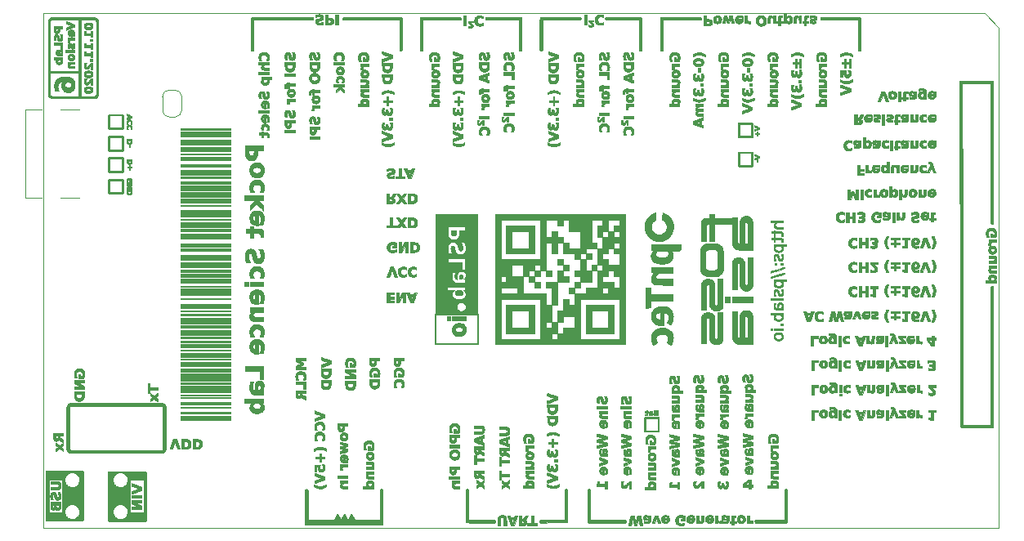
<source format=gbr>
%TF.GenerationSoftware,KiCad,Pcbnew,5.1.6-c6e7f7d~87~ubuntu18.04.1*%
%TF.CreationDate,2020-10-25T15:09:58+02:00*%
%TF.ProjectId,PSLab,50534c61-622e-46b6-9963-61645f706362,v6.1*%
%TF.SameCoordinates,Original*%
%TF.FileFunction,Legend,Bot*%
%TF.FilePolarity,Positive*%
%FSLAX46Y46*%
G04 Gerber Fmt 4.6, Leading zero omitted, Abs format (unit mm)*
G04 Created by KiCad (PCBNEW 5.1.6-c6e7f7d~87~ubuntu18.04.1) date 2020-10-25 15:09:58*
%MOMM*%
%LPD*%
G01*
G04 APERTURE LIST*
%TA.AperFunction,Profile*%
%ADD10C,0.100000*%
%TD*%
%ADD11C,0.120000*%
%ADD12C,0.010000*%
G04 APERTURE END LIST*
D10*
X90940000Y-113580000D02*
X90940000Y-60270000D01*
X189970000Y-113580000D02*
X90940000Y-113580000D01*
X189970000Y-61790000D02*
X189970000Y-113580000D01*
X188450000Y-60270000D02*
X189970000Y-61790000D01*
X90940000Y-60270000D02*
X188450000Y-60270000D01*
D11*
%TO.C,SW4*%
X89055000Y-70270000D02*
X89055000Y-79430000D01*
X89055000Y-79430000D02*
X90760000Y-79430000D01*
X90760000Y-70270000D02*
X89055000Y-70270000D01*
X92770000Y-70270000D02*
X94690000Y-70270000D01*
X94690000Y-79430000D02*
X92770000Y-79430000D01*
D12*
%TO.C,Z8*%
G36*
X151223529Y-81126471D02*
G01*
X137776471Y-81126471D01*
X137776471Y-85795588D01*
X138329294Y-85795588D01*
X138329294Y-81679294D01*
X142445588Y-81679294D01*
X142445588Y-85795588D01*
X138329294Y-85795588D01*
X137776471Y-85795588D01*
X137776471Y-88148824D01*
X138329294Y-88148824D01*
X138329294Y-87551177D01*
X138919471Y-87551177D01*
X138919471Y-87558647D01*
X139502176Y-87558647D01*
X139502176Y-86378294D01*
X140682529Y-86378294D01*
X140682529Y-87551177D01*
X141265235Y-87551177D01*
X141265235Y-86968471D01*
X141855412Y-86968471D01*
X141855412Y-86378294D01*
X142445588Y-86378294D01*
X142445588Y-86968471D01*
X143028294Y-86968471D01*
X143028294Y-84025059D01*
X143618471Y-84025059D01*
X143618471Y-85205412D01*
X144201086Y-85205412D01*
X144204912Y-84028794D01*
X144498132Y-84026840D01*
X144791353Y-84024885D01*
X144791353Y-83442353D01*
X144201176Y-83442353D01*
X144201176Y-82859647D01*
X143618471Y-82859647D01*
X143618471Y-83442353D01*
X143028294Y-83442353D01*
X143028294Y-81679294D01*
X144208647Y-81679294D01*
X144208647Y-82262000D01*
X144791353Y-82262000D01*
X144791353Y-81679294D01*
X145381529Y-81679294D01*
X145381529Y-82852177D01*
X146561943Y-82852177D01*
X146558147Y-84618971D01*
X145969838Y-84620884D01*
X145381529Y-84622796D01*
X145381529Y-84032529D01*
X144798823Y-84032529D01*
X144798823Y-85205412D01*
X145971706Y-85205412D01*
X145971706Y-85788118D01*
X146554412Y-85788118D01*
X146554412Y-85205412D01*
X147144588Y-85205412D01*
X147144588Y-84615235D01*
X148317471Y-84615235D01*
X148317471Y-84032529D01*
X147727294Y-84032529D01*
X147727294Y-81679294D01*
X148907647Y-81679294D01*
X148907647Y-82269471D01*
X148324941Y-82269471D01*
X148324941Y-83442353D01*
X148907647Y-83442353D01*
X148907647Y-82852177D01*
X149490353Y-82852177D01*
X149490353Y-81679294D01*
X150670706Y-81679294D01*
X150670706Y-82269471D01*
X150088000Y-82269471D01*
X150088000Y-82852177D01*
X150670706Y-82852177D01*
X150670706Y-83442353D01*
X150080529Y-83442353D01*
X150080529Y-82859647D01*
X149497823Y-82859647D01*
X149497823Y-83442353D01*
X148907647Y-83442353D01*
X148907647Y-84622706D01*
X148324941Y-84622706D01*
X148324941Y-85795588D01*
X148907647Y-85795588D01*
X148907647Y-85205412D01*
X149490353Y-85205412D01*
X149490353Y-84615235D01*
X150080529Y-84615235D01*
X150080529Y-84025059D01*
X150670706Y-84025059D01*
X150670706Y-84622706D01*
X150088000Y-84622706D01*
X150088000Y-85205412D01*
X150670706Y-85205412D01*
X150670706Y-86385855D01*
X149494088Y-86382029D01*
X149492134Y-86088809D01*
X149490179Y-85795588D01*
X148907647Y-85795588D01*
X148324941Y-85795588D01*
X148324941Y-86378294D01*
X148907647Y-86378294D01*
X148907647Y-86968471D01*
X148324941Y-86968471D01*
X148324941Y-88148824D01*
X148907647Y-88148824D01*
X148907647Y-87551177D01*
X149490353Y-87551177D01*
X149490353Y-86968471D01*
X150088000Y-86968471D01*
X150088000Y-87551177D01*
X150670706Y-87551177D01*
X150670706Y-88731529D01*
X150080529Y-88731529D01*
X150080529Y-88148824D01*
X148907647Y-88148824D01*
X148324941Y-88148824D01*
X148324941Y-88731529D01*
X147144588Y-88731529D01*
X147144588Y-89321706D01*
X148907647Y-89321706D01*
X148907647Y-88731529D01*
X149497823Y-88731529D01*
X149497823Y-89321706D01*
X148907647Y-89321706D01*
X147144588Y-89321706D01*
X145971706Y-89321706D01*
X145971706Y-90494588D01*
X145381529Y-90494588D01*
X145381529Y-89911882D01*
X144798823Y-89911882D01*
X144798823Y-91084765D01*
X144208647Y-91084765D01*
X144208647Y-92257647D01*
X144791353Y-92257647D01*
X144791353Y-91667471D01*
X145971706Y-91667471D01*
X145971706Y-92847824D01*
X144798997Y-92847824D01*
X144797043Y-93141044D01*
X144795088Y-93434265D01*
X144501868Y-93436219D01*
X144208647Y-93438174D01*
X144208647Y-94020706D01*
X146554412Y-94020706D01*
X146554412Y-89904412D01*
X150670706Y-89904412D01*
X150670706Y-94020706D01*
X146554412Y-94020706D01*
X144208647Y-94020706D01*
X143618471Y-94020706D01*
X143618471Y-93430529D01*
X144201176Y-93430529D01*
X144201176Y-92257647D01*
X143618471Y-92257647D01*
X143618471Y-90494588D01*
X143028294Y-90494588D01*
X143028294Y-89321706D01*
X140675059Y-89321706D01*
X140675059Y-87558647D01*
X139502176Y-87558647D01*
X138919471Y-87558647D01*
X138919471Y-88148824D01*
X138329294Y-88148824D01*
X137776471Y-88148824D01*
X137776471Y-89321706D01*
X138329294Y-89321706D01*
X138329294Y-88731529D01*
X140092353Y-88731529D01*
X140092353Y-89321706D01*
X138329294Y-89321706D01*
X137776471Y-89321706D01*
X137776471Y-94020706D01*
X138329294Y-94020706D01*
X138329294Y-89904412D01*
X142445588Y-89904412D01*
X142445588Y-92847824D01*
X143028294Y-92847824D01*
X143028294Y-92257647D01*
X143618471Y-92257647D01*
X143618471Y-92847824D01*
X143028294Y-92847824D01*
X142445588Y-92847824D01*
X142445588Y-94020706D01*
X138329294Y-94020706D01*
X137776471Y-94020706D01*
X137776471Y-94573529D01*
X151223529Y-94573529D01*
X151223529Y-81126471D01*
G37*
X151223529Y-81126471D02*
X137776471Y-81126471D01*
X137776471Y-85795588D01*
X138329294Y-85795588D01*
X138329294Y-81679294D01*
X142445588Y-81679294D01*
X142445588Y-85795588D01*
X138329294Y-85795588D01*
X137776471Y-85795588D01*
X137776471Y-88148824D01*
X138329294Y-88148824D01*
X138329294Y-87551177D01*
X138919471Y-87551177D01*
X138919471Y-87558647D01*
X139502176Y-87558647D01*
X139502176Y-86378294D01*
X140682529Y-86378294D01*
X140682529Y-87551177D01*
X141265235Y-87551177D01*
X141265235Y-86968471D01*
X141855412Y-86968471D01*
X141855412Y-86378294D01*
X142445588Y-86378294D01*
X142445588Y-86968471D01*
X143028294Y-86968471D01*
X143028294Y-84025059D01*
X143618471Y-84025059D01*
X143618471Y-85205412D01*
X144201086Y-85205412D01*
X144204912Y-84028794D01*
X144498132Y-84026840D01*
X144791353Y-84024885D01*
X144791353Y-83442353D01*
X144201176Y-83442353D01*
X144201176Y-82859647D01*
X143618471Y-82859647D01*
X143618471Y-83442353D01*
X143028294Y-83442353D01*
X143028294Y-81679294D01*
X144208647Y-81679294D01*
X144208647Y-82262000D01*
X144791353Y-82262000D01*
X144791353Y-81679294D01*
X145381529Y-81679294D01*
X145381529Y-82852177D01*
X146561943Y-82852177D01*
X146558147Y-84618971D01*
X145969838Y-84620884D01*
X145381529Y-84622796D01*
X145381529Y-84032529D01*
X144798823Y-84032529D01*
X144798823Y-85205412D01*
X145971706Y-85205412D01*
X145971706Y-85788118D01*
X146554412Y-85788118D01*
X146554412Y-85205412D01*
X147144588Y-85205412D01*
X147144588Y-84615235D01*
X148317471Y-84615235D01*
X148317471Y-84032529D01*
X147727294Y-84032529D01*
X147727294Y-81679294D01*
X148907647Y-81679294D01*
X148907647Y-82269471D01*
X148324941Y-82269471D01*
X148324941Y-83442353D01*
X148907647Y-83442353D01*
X148907647Y-82852177D01*
X149490353Y-82852177D01*
X149490353Y-81679294D01*
X150670706Y-81679294D01*
X150670706Y-82269471D01*
X150088000Y-82269471D01*
X150088000Y-82852177D01*
X150670706Y-82852177D01*
X150670706Y-83442353D01*
X150080529Y-83442353D01*
X150080529Y-82859647D01*
X149497823Y-82859647D01*
X149497823Y-83442353D01*
X148907647Y-83442353D01*
X148907647Y-84622706D01*
X148324941Y-84622706D01*
X148324941Y-85795588D01*
X148907647Y-85795588D01*
X148907647Y-85205412D01*
X149490353Y-85205412D01*
X149490353Y-84615235D01*
X150080529Y-84615235D01*
X150080529Y-84025059D01*
X150670706Y-84025059D01*
X150670706Y-84622706D01*
X150088000Y-84622706D01*
X150088000Y-85205412D01*
X150670706Y-85205412D01*
X150670706Y-86385855D01*
X149494088Y-86382029D01*
X149492134Y-86088809D01*
X149490179Y-85795588D01*
X148907647Y-85795588D01*
X148324941Y-85795588D01*
X148324941Y-86378294D01*
X148907647Y-86378294D01*
X148907647Y-86968471D01*
X148324941Y-86968471D01*
X148324941Y-88148824D01*
X148907647Y-88148824D01*
X148907647Y-87551177D01*
X149490353Y-87551177D01*
X149490353Y-86968471D01*
X150088000Y-86968471D01*
X150088000Y-87551177D01*
X150670706Y-87551177D01*
X150670706Y-88731529D01*
X150080529Y-88731529D01*
X150080529Y-88148824D01*
X148907647Y-88148824D01*
X148324941Y-88148824D01*
X148324941Y-88731529D01*
X147144588Y-88731529D01*
X147144588Y-89321706D01*
X148907647Y-89321706D01*
X148907647Y-88731529D01*
X149497823Y-88731529D01*
X149497823Y-89321706D01*
X148907647Y-89321706D01*
X147144588Y-89321706D01*
X145971706Y-89321706D01*
X145971706Y-90494588D01*
X145381529Y-90494588D01*
X145381529Y-89911882D01*
X144798823Y-89911882D01*
X144798823Y-91084765D01*
X144208647Y-91084765D01*
X144208647Y-92257647D01*
X144791353Y-92257647D01*
X144791353Y-91667471D01*
X145971706Y-91667471D01*
X145971706Y-92847824D01*
X144798997Y-92847824D01*
X144797043Y-93141044D01*
X144795088Y-93434265D01*
X144501868Y-93436219D01*
X144208647Y-93438174D01*
X144208647Y-94020706D01*
X146554412Y-94020706D01*
X146554412Y-89904412D01*
X150670706Y-89904412D01*
X150670706Y-94020706D01*
X146554412Y-94020706D01*
X144208647Y-94020706D01*
X143618471Y-94020706D01*
X143618471Y-93430529D01*
X144201176Y-93430529D01*
X144201176Y-92257647D01*
X143618471Y-92257647D01*
X143618471Y-90494588D01*
X143028294Y-90494588D01*
X143028294Y-89321706D01*
X140675059Y-89321706D01*
X140675059Y-87558647D01*
X139502176Y-87558647D01*
X138919471Y-87558647D01*
X138919471Y-88148824D01*
X138329294Y-88148824D01*
X137776471Y-88148824D01*
X137776471Y-89321706D01*
X138329294Y-89321706D01*
X138329294Y-88731529D01*
X140092353Y-88731529D01*
X140092353Y-89321706D01*
X138329294Y-89321706D01*
X137776471Y-89321706D01*
X137776471Y-94020706D01*
X138329294Y-94020706D01*
X138329294Y-89904412D01*
X142445588Y-89904412D01*
X142445588Y-92847824D01*
X143028294Y-92847824D01*
X143028294Y-92257647D01*
X143618471Y-92257647D01*
X143618471Y-92847824D01*
X143028294Y-92847824D01*
X142445588Y-92847824D01*
X142445588Y-94020706D01*
X138329294Y-94020706D01*
X137776471Y-94020706D01*
X137776471Y-94573529D01*
X151223529Y-94573529D01*
X151223529Y-81126471D01*
G36*
X141855412Y-82269471D02*
G01*
X138919471Y-82269471D01*
X138919471Y-82852177D01*
X139502176Y-82852177D01*
X141272767Y-82852177D01*
X141268971Y-84618971D01*
X140385573Y-84620869D01*
X139502176Y-84622767D01*
X139502176Y-82852177D01*
X138919471Y-82852177D01*
X138919471Y-85205412D01*
X141855412Y-85205412D01*
X141855412Y-82269471D01*
G37*
X141855412Y-82269471D02*
X138919471Y-82269471D01*
X138919471Y-82852177D01*
X139502176Y-82852177D01*
X141272767Y-82852177D01*
X141268971Y-84618971D01*
X140385573Y-84620869D01*
X139502176Y-84622767D01*
X139502176Y-82852177D01*
X138919471Y-82852177D01*
X138919471Y-85205412D01*
X141855412Y-85205412D01*
X141855412Y-82269471D01*
G36*
X147727294Y-85205412D02*
G01*
X147144588Y-85205412D01*
X147144588Y-85788118D01*
X147727294Y-85788118D01*
X147727294Y-85205412D01*
G37*
X147727294Y-85205412D02*
X147144588Y-85205412D01*
X147144588Y-85788118D01*
X147727294Y-85788118D01*
X147727294Y-85205412D01*
G36*
X144791353Y-85795588D02*
G01*
X144208647Y-85795588D01*
X144208647Y-86378294D01*
X144791353Y-86378294D01*
X144791353Y-85795588D01*
G37*
X144791353Y-85795588D02*
X144208647Y-85795588D01*
X144208647Y-86378294D01*
X144791353Y-86378294D01*
X144791353Y-85795588D01*
G36*
X147727294Y-86968471D02*
G01*
X147144588Y-86968471D01*
X147144588Y-85795588D01*
X146561882Y-85795588D01*
X146561882Y-86968471D01*
X145971706Y-86968471D01*
X145971706Y-87551003D01*
X146264926Y-87552957D01*
X146558147Y-87554912D01*
X146560101Y-87848132D01*
X146562056Y-88141353D01*
X147727294Y-88141353D01*
X147727294Y-86968471D01*
G37*
X147727294Y-86968471D02*
X147144588Y-86968471D01*
X147144588Y-85795588D01*
X146561882Y-85795588D01*
X146561882Y-86968471D01*
X145971706Y-86968471D01*
X145971706Y-87551003D01*
X146264926Y-87552957D01*
X146558147Y-87554912D01*
X146560101Y-87848132D01*
X146562056Y-88141353D01*
X147727294Y-88141353D01*
X147727294Y-86968471D01*
G36*
X145381529Y-86385765D02*
G01*
X144798823Y-86385765D01*
X144798823Y-86968471D01*
X145381529Y-86968471D01*
X145381529Y-86385765D01*
G37*
X145381529Y-86385765D02*
X144798823Y-86385765D01*
X144798823Y-86968471D01*
X145381529Y-86968471D01*
X145381529Y-86385765D01*
G36*
X148317471Y-86385765D02*
G01*
X147734765Y-86385765D01*
X147734765Y-86968471D01*
X148317471Y-86968471D01*
X148317471Y-86385765D01*
G37*
X148317471Y-86385765D02*
X147734765Y-86385765D01*
X147734765Y-86968471D01*
X148317471Y-86968471D01*
X148317471Y-86385765D01*
G36*
X142438118Y-86968471D02*
G01*
X141855412Y-86968471D01*
X141855412Y-87551177D01*
X142438118Y-87551177D01*
X142438118Y-86968471D01*
G37*
X142438118Y-86968471D02*
X141855412Y-86968471D01*
X141855412Y-87551177D01*
X142438118Y-87551177D01*
X142438118Y-86968471D01*
G36*
X143618471Y-86968471D02*
G01*
X143035765Y-86968471D01*
X143035765Y-87551177D01*
X143618471Y-87551177D01*
X143618471Y-86968471D01*
G37*
X143618471Y-86968471D02*
X143035765Y-86968471D01*
X143035765Y-87551177D01*
X143618471Y-87551177D01*
X143618471Y-86968471D01*
G36*
X145381529Y-87558647D02*
G01*
X144791353Y-87558647D01*
X144791353Y-86968471D01*
X144208647Y-86968471D01*
X144208647Y-88141353D01*
X145381529Y-88141353D01*
X145381529Y-87558647D01*
G37*
X145381529Y-87558647D02*
X144791353Y-87558647D01*
X144791353Y-86968471D01*
X144208647Y-86968471D01*
X144208647Y-88141353D01*
X145381529Y-88141353D01*
X145381529Y-87558647D01*
G36*
X141855412Y-87558647D02*
G01*
X141272706Y-87558647D01*
X141272706Y-88141353D01*
X141855412Y-88141353D01*
X141855412Y-87558647D01*
G37*
X141855412Y-87558647D02*
X141272706Y-87558647D01*
X141272706Y-88141353D01*
X141855412Y-88141353D01*
X141855412Y-87558647D01*
G36*
X142438118Y-88148824D02*
G01*
X141855412Y-88148824D01*
X141855412Y-88731529D01*
X142438118Y-88731529D01*
X142438118Y-88148824D01*
G37*
X142438118Y-88148824D02*
X141855412Y-88148824D01*
X141855412Y-88731529D01*
X142438118Y-88731529D01*
X142438118Y-88148824D01*
G36*
X144201176Y-88148824D02*
G01*
X143035765Y-88148824D01*
X143035765Y-88731529D01*
X143618471Y-88731529D01*
X143618471Y-90494588D01*
X144201176Y-90494588D01*
X144201176Y-88148824D01*
G37*
X144201176Y-88148824D02*
X143035765Y-88148824D01*
X143035765Y-88731529D01*
X143618471Y-88731529D01*
X143618471Y-90494588D01*
X144201176Y-90494588D01*
X144201176Y-88148824D01*
G36*
X146554412Y-88148824D02*
G01*
X145971706Y-88148824D01*
X145971706Y-88731529D01*
X146554412Y-88731529D01*
X146554412Y-88148824D01*
G37*
X146554412Y-88148824D02*
X145971706Y-88148824D01*
X145971706Y-88731529D01*
X146554412Y-88731529D01*
X146554412Y-88148824D01*
G36*
X145964235Y-88731529D02*
G01*
X145381529Y-88731529D01*
X145381529Y-89314235D01*
X145964235Y-89314235D01*
X145964235Y-88731529D01*
G37*
X145964235Y-88731529D02*
X145381529Y-88731529D01*
X145381529Y-89314235D01*
X145964235Y-89314235D01*
X145964235Y-88731529D01*
G36*
X141855412Y-90494588D02*
G01*
X138919471Y-90494588D01*
X138919471Y-92847824D01*
X139502176Y-92847824D01*
X139502176Y-91077233D01*
X140385573Y-91079131D01*
X141268971Y-91081029D01*
X141270869Y-91964427D01*
X141272767Y-92847824D01*
X139502176Y-92847824D01*
X138919471Y-92847824D01*
X138919471Y-93430529D01*
X141855412Y-93430529D01*
X141855412Y-90494588D01*
G37*
X141855412Y-90494588D02*
X138919471Y-90494588D01*
X138919471Y-92847824D01*
X139502176Y-92847824D01*
X139502176Y-91077233D01*
X140385573Y-91079131D01*
X141268971Y-91081029D01*
X141270869Y-91964427D01*
X141272767Y-92847824D01*
X139502176Y-92847824D01*
X138919471Y-92847824D01*
X138919471Y-93430529D01*
X141855412Y-93430529D01*
X141855412Y-90494588D01*
G36*
X150080529Y-90494588D02*
G01*
X147144588Y-90494588D01*
X147144588Y-92847824D01*
X147727294Y-92847824D01*
X147727294Y-91967539D01*
X147727335Y-91854080D01*
X147727456Y-91744790D01*
X147727651Y-91640595D01*
X147727915Y-91542426D01*
X147728243Y-91451210D01*
X147728630Y-91367875D01*
X147729069Y-91293350D01*
X147729557Y-91228563D01*
X147730087Y-91174443D01*
X147730656Y-91131918D01*
X147731256Y-91101916D01*
X147731884Y-91085365D01*
X147732274Y-91082275D01*
X147740242Y-91081633D01*
X147762223Y-91081015D01*
X147797288Y-91080427D01*
X147844509Y-91079873D01*
X147902958Y-91079359D01*
X147971707Y-91078889D01*
X148049826Y-91078470D01*
X148136389Y-91078106D01*
X148230466Y-91077803D01*
X148331128Y-91077566D01*
X148437449Y-91077400D01*
X148548499Y-91077309D01*
X148617539Y-91077294D01*
X149497823Y-91077294D01*
X149497823Y-92847824D01*
X147727294Y-92847824D01*
X147144588Y-92847824D01*
X147144588Y-93430529D01*
X150080529Y-93430529D01*
X150080529Y-90494588D01*
G37*
X150080529Y-90494588D02*
X147144588Y-90494588D01*
X147144588Y-92847824D01*
X147727294Y-92847824D01*
X147727294Y-91967539D01*
X147727335Y-91854080D01*
X147727456Y-91744790D01*
X147727651Y-91640595D01*
X147727915Y-91542426D01*
X147728243Y-91451210D01*
X147728630Y-91367875D01*
X147729069Y-91293350D01*
X147729557Y-91228563D01*
X147730087Y-91174443D01*
X147730656Y-91131918D01*
X147731256Y-91101916D01*
X147731884Y-91085365D01*
X147732274Y-91082275D01*
X147740242Y-91081633D01*
X147762223Y-91081015D01*
X147797288Y-91080427D01*
X147844509Y-91079873D01*
X147902958Y-91079359D01*
X147971707Y-91078889D01*
X148049826Y-91078470D01*
X148136389Y-91078106D01*
X148230466Y-91077803D01*
X148331128Y-91077566D01*
X148437449Y-91077400D01*
X148548499Y-91077309D01*
X148617539Y-91077294D01*
X149497823Y-91077294D01*
X149497823Y-92847824D01*
X147727294Y-92847824D01*
X147144588Y-92847824D01*
X147144588Y-93430529D01*
X150080529Y-93430529D01*
X150080529Y-90494588D01*
%TO.C,Z7*%
G36*
X105144245Y-102199389D02*
G01*
X105144245Y-102425166D01*
X110308911Y-102425166D01*
X110308911Y-102199389D01*
X105144245Y-102199389D01*
G37*
X105144245Y-102199389D02*
X105144245Y-102425166D01*
X110308911Y-102425166D01*
X110308911Y-102199389D01*
X105144245Y-102199389D01*
G36*
X105144245Y-101973611D02*
G01*
X105144245Y-102080855D01*
X110308911Y-102080855D01*
X110308911Y-101973611D01*
X105144245Y-101973611D01*
G37*
X105144245Y-101973611D02*
X105144245Y-102080855D01*
X110308911Y-102080855D01*
X110308911Y-101973611D01*
X105144245Y-101973611D01*
G36*
X105144245Y-101629300D02*
G01*
X105144245Y-101742189D01*
X110308911Y-101742189D01*
X110308911Y-101629300D01*
X105144245Y-101629300D01*
G37*
X105144245Y-101629300D02*
X105144245Y-101742189D01*
X110308911Y-101742189D01*
X110308911Y-101629300D01*
X105144245Y-101629300D01*
G36*
X105144245Y-101064855D02*
G01*
X105144245Y-101172100D01*
X110308911Y-101172100D01*
X110308911Y-101064855D01*
X105144245Y-101064855D01*
G37*
X105144245Y-101064855D02*
X105144245Y-101172100D01*
X110308911Y-101172100D01*
X110308911Y-101064855D01*
X105144245Y-101064855D01*
G36*
X105144245Y-100607655D02*
G01*
X105144245Y-100833433D01*
X110308911Y-100833433D01*
X110308911Y-100607655D01*
X105144245Y-100607655D01*
G37*
X105144245Y-100607655D02*
X105144245Y-100833433D01*
X110308911Y-100833433D01*
X110308911Y-100607655D01*
X105144245Y-100607655D01*
G36*
X105144245Y-100037566D02*
G01*
X105144245Y-100150455D01*
X110308911Y-100150455D01*
X110308911Y-100037566D01*
X105144245Y-100037566D01*
G37*
X105144245Y-100037566D02*
X105144245Y-100150455D01*
X110308911Y-100150455D01*
X110308911Y-100037566D01*
X105144245Y-100037566D01*
G36*
X105144245Y-99811789D02*
G01*
X105144245Y-99924678D01*
X110308911Y-99924678D01*
X110308911Y-99811789D01*
X105144245Y-99811789D01*
G37*
X105144245Y-99811789D02*
X105144245Y-99924678D01*
X110308911Y-99924678D01*
X110308911Y-99811789D01*
X105144245Y-99811789D01*
G36*
X105144245Y-99128811D02*
G01*
X105144245Y-99580366D01*
X110308911Y-99580366D01*
X110308911Y-99128811D01*
X105144245Y-99128811D01*
G37*
X105144245Y-99128811D02*
X105144245Y-99580366D01*
X110308911Y-99580366D01*
X110308911Y-99128811D01*
X105144245Y-99128811D01*
G36*
X105144245Y-98903033D02*
G01*
X105144245Y-99010278D01*
X110308911Y-99010278D01*
X110308911Y-98903033D01*
X105144245Y-98903033D01*
G37*
X105144245Y-98903033D02*
X105144245Y-99010278D01*
X110308911Y-99010278D01*
X110308911Y-98903033D01*
X105144245Y-98903033D01*
G36*
X105144245Y-98558722D02*
G01*
X105144245Y-98671611D01*
X110308911Y-98671611D01*
X110308911Y-98558722D01*
X105144245Y-98558722D01*
G37*
X105144245Y-98558722D02*
X105144245Y-98671611D01*
X110308911Y-98671611D01*
X110308911Y-98558722D01*
X105144245Y-98558722D01*
G36*
X105144245Y-97881389D02*
G01*
X105144245Y-98332944D01*
X110308911Y-98332944D01*
X110308911Y-97881389D01*
X105144245Y-97881389D01*
G37*
X105144245Y-97881389D02*
X105144245Y-98332944D01*
X110308911Y-98332944D01*
X110308911Y-97881389D01*
X105144245Y-97881389D01*
G36*
X105144245Y-97649966D02*
G01*
X105144245Y-97762855D01*
X110308911Y-97762855D01*
X110308911Y-97649966D01*
X105144245Y-97649966D01*
G37*
X105144245Y-97649966D02*
X105144245Y-97762855D01*
X110308911Y-97762855D01*
X110308911Y-97649966D01*
X105144245Y-97649966D01*
G36*
X105144245Y-97311300D02*
G01*
X105144245Y-97418544D01*
X110308911Y-97418544D01*
X110308911Y-97311300D01*
X105144245Y-97311300D01*
G37*
X105144245Y-97311300D02*
X105144245Y-97418544D01*
X110308911Y-97418544D01*
X110308911Y-97311300D01*
X105144245Y-97311300D01*
G36*
X105144245Y-97085522D02*
G01*
X105144245Y-97192766D01*
X110308911Y-97192766D01*
X110308911Y-97085522D01*
X105144245Y-97085522D01*
G37*
X105144245Y-97085522D02*
X105144245Y-97192766D01*
X110308911Y-97192766D01*
X110308911Y-97085522D01*
X105144245Y-97085522D01*
G36*
X105144245Y-96402544D02*
G01*
X105144245Y-96854100D01*
X110308911Y-96854100D01*
X110308911Y-96402544D01*
X105144245Y-96402544D01*
G37*
X105144245Y-96402544D02*
X105144245Y-96854100D01*
X110308911Y-96854100D01*
X110308911Y-96402544D01*
X105144245Y-96402544D01*
G36*
X105144245Y-96058233D02*
G01*
X105144245Y-96171122D01*
X110308911Y-96171122D01*
X110308911Y-96058233D01*
X105144245Y-96058233D01*
G37*
X105144245Y-96058233D02*
X105144245Y-96171122D01*
X110308911Y-96171122D01*
X110308911Y-96058233D01*
X105144245Y-96058233D01*
G36*
X105144245Y-95493789D02*
G01*
X105144245Y-95945344D01*
X110308911Y-95945344D01*
X110308911Y-95493789D01*
X105144245Y-95493789D01*
G37*
X105144245Y-95493789D02*
X105144245Y-95945344D01*
X110308911Y-95945344D01*
X110308911Y-95493789D01*
X105144245Y-95493789D01*
G36*
X105144245Y-95149478D02*
G01*
X105144245Y-95262366D01*
X110308911Y-95262366D01*
X110308911Y-95149478D01*
X105144245Y-95149478D01*
G37*
X105144245Y-95149478D02*
X105144245Y-95262366D01*
X110308911Y-95262366D01*
X110308911Y-95149478D01*
X105144245Y-95149478D01*
G36*
X105144245Y-94579389D02*
G01*
X105144245Y-94918055D01*
X110308911Y-94918055D01*
X110308911Y-94579389D01*
X105144245Y-94579389D01*
G37*
X105144245Y-94579389D02*
X105144245Y-94918055D01*
X110308911Y-94918055D01*
X110308911Y-94579389D01*
X105144245Y-94579389D01*
G36*
X105144245Y-94240722D02*
G01*
X105144245Y-94353611D01*
X110308911Y-94353611D01*
X110308911Y-94240722D01*
X105144245Y-94240722D01*
G37*
X105144245Y-94240722D02*
X105144245Y-94353611D01*
X110308911Y-94353611D01*
X110308911Y-94240722D01*
X105144245Y-94240722D01*
G36*
X105144245Y-93783522D02*
G01*
X105144245Y-94009300D01*
X110308911Y-94009300D01*
X110308911Y-93783522D01*
X105144245Y-93783522D01*
G37*
X105144245Y-93783522D02*
X105144245Y-94009300D01*
X110308911Y-94009300D01*
X110308911Y-93783522D01*
X105144245Y-93783522D01*
G36*
X105144245Y-93557744D02*
G01*
X105144245Y-93670633D01*
X110308911Y-93670633D01*
X110308911Y-93557744D01*
X105144245Y-93557744D01*
G37*
X105144245Y-93557744D02*
X105144245Y-93670633D01*
X110308911Y-93670633D01*
X110308911Y-93557744D01*
X105144245Y-93557744D01*
G36*
X105144245Y-93106189D02*
G01*
X105144245Y-93439211D01*
X110308911Y-93439211D01*
X110308911Y-93106189D01*
X105144245Y-93106189D01*
G37*
X105144245Y-93106189D02*
X105144245Y-93439211D01*
X110308911Y-93439211D01*
X110308911Y-93106189D01*
X105144245Y-93106189D01*
G36*
X105144245Y-92648989D02*
G01*
X105144245Y-92874766D01*
X110308911Y-92874766D01*
X110308911Y-92648989D01*
X105144245Y-92648989D01*
G37*
X105144245Y-92648989D02*
X105144245Y-92874766D01*
X110308911Y-92874766D01*
X110308911Y-92648989D01*
X105144245Y-92648989D01*
G36*
X105144245Y-92310322D02*
G01*
X105144245Y-92417566D01*
X110308911Y-92417566D01*
X110308911Y-92310322D01*
X105144245Y-92310322D01*
G37*
X105144245Y-92310322D02*
X105144245Y-92417566D01*
X110308911Y-92417566D01*
X110308911Y-92310322D01*
X105144245Y-92310322D01*
G36*
X105144245Y-91853122D02*
G01*
X105144245Y-92191789D01*
X110308911Y-92191789D01*
X110308911Y-91853122D01*
X105144245Y-91853122D01*
G37*
X105144245Y-91853122D02*
X105144245Y-92191789D01*
X110308911Y-92191789D01*
X110308911Y-91853122D01*
X105144245Y-91853122D01*
G36*
X105144245Y-91395922D02*
G01*
X105144245Y-91621700D01*
X110308911Y-91621700D01*
X110308911Y-91395922D01*
X105144245Y-91395922D01*
G37*
X105144245Y-91395922D02*
X105144245Y-91621700D01*
X110308911Y-91621700D01*
X110308911Y-91395922D01*
X105144245Y-91395922D01*
G36*
X105144245Y-91057255D02*
G01*
X105144245Y-91170144D01*
X110308911Y-91170144D01*
X110308911Y-91057255D01*
X105144245Y-91057255D01*
G37*
X105144245Y-91057255D02*
X105144245Y-91170144D01*
X110308911Y-91170144D01*
X110308911Y-91057255D01*
X105144245Y-91057255D01*
G36*
X105144245Y-90600055D02*
G01*
X105144245Y-90825833D01*
X110308911Y-90825833D01*
X110308911Y-90600055D01*
X105144245Y-90600055D01*
G37*
X105144245Y-90600055D02*
X105144245Y-90825833D01*
X110308911Y-90825833D01*
X110308911Y-90600055D01*
X105144245Y-90600055D01*
G36*
X105144245Y-90374278D02*
G01*
X105144245Y-90487166D01*
X110308911Y-90487166D01*
X110308911Y-90374278D01*
X105144245Y-90374278D01*
G37*
X105144245Y-90374278D02*
X105144245Y-90487166D01*
X110308911Y-90487166D01*
X110308911Y-90374278D01*
X105144245Y-90374278D01*
G36*
X105144245Y-89804189D02*
G01*
X105144245Y-89917078D01*
X110308911Y-89917078D01*
X110308911Y-89804189D01*
X105144245Y-89804189D01*
G37*
X105144245Y-89804189D02*
X105144245Y-89917078D01*
X110308911Y-89917078D01*
X110308911Y-89804189D01*
X105144245Y-89804189D01*
G36*
X105144245Y-89008322D02*
G01*
X105144245Y-89459878D01*
X110308911Y-89459878D01*
X110308911Y-89008322D01*
X105144245Y-89008322D01*
G37*
X105144245Y-89008322D02*
X105144245Y-89459878D01*
X110308911Y-89459878D01*
X110308911Y-89008322D01*
X105144245Y-89008322D01*
G36*
X105144245Y-88782544D02*
G01*
X105144245Y-88895433D01*
X110308911Y-88895433D01*
X110308911Y-88782544D01*
X105144245Y-88782544D01*
G37*
X105144245Y-88782544D02*
X105144245Y-88895433D01*
X110308911Y-88895433D01*
X110308911Y-88782544D01*
X105144245Y-88782544D01*
G36*
X105144245Y-88556766D02*
G01*
X105144245Y-88664011D01*
X110308911Y-88664011D01*
X110308911Y-88556766D01*
X105144245Y-88556766D01*
G37*
X105144245Y-88556766D02*
X105144245Y-88664011D01*
X110308911Y-88664011D01*
X110308911Y-88556766D01*
X105144245Y-88556766D01*
G36*
X105144245Y-87760900D02*
G01*
X105144245Y-88212455D01*
X110308911Y-88212455D01*
X110308911Y-87760900D01*
X105144245Y-87760900D01*
G37*
X105144245Y-87760900D02*
X105144245Y-88212455D01*
X110308911Y-88212455D01*
X110308911Y-87760900D01*
X105144245Y-87760900D01*
G36*
X105144245Y-87535122D02*
G01*
X105144245Y-87642366D01*
X110308911Y-87642366D01*
X110308911Y-87535122D01*
X105144245Y-87535122D01*
G37*
X105144245Y-87535122D02*
X105144245Y-87642366D01*
X110308911Y-87642366D01*
X110308911Y-87535122D01*
X105144245Y-87535122D01*
G36*
X105144245Y-87303700D02*
G01*
X105144245Y-87416589D01*
X110308911Y-87416589D01*
X110308911Y-87303700D01*
X105144245Y-87303700D01*
G37*
X105144245Y-87303700D02*
X105144245Y-87416589D01*
X110308911Y-87416589D01*
X110308911Y-87303700D01*
X105144245Y-87303700D01*
G36*
X105144245Y-86852144D02*
G01*
X105144245Y-87072278D01*
X110308911Y-87072278D01*
X110308911Y-86852144D01*
X105144245Y-86852144D01*
G37*
X105144245Y-86852144D02*
X105144245Y-87072278D01*
X110308911Y-87072278D01*
X110308911Y-86852144D01*
X105144245Y-86852144D01*
G36*
X105144245Y-86282055D02*
G01*
X105144245Y-86620722D01*
X110308911Y-86620722D01*
X110308911Y-86282055D01*
X105144245Y-86282055D01*
G37*
X105144245Y-86282055D02*
X105144245Y-86620722D01*
X110308911Y-86620722D01*
X110308911Y-86282055D01*
X105144245Y-86282055D01*
G36*
X105144245Y-86056278D02*
G01*
X105144245Y-86163522D01*
X110308911Y-86163522D01*
X110308911Y-86056278D01*
X105144245Y-86056278D01*
G37*
X105144245Y-86056278D02*
X105144245Y-86163522D01*
X110308911Y-86163522D01*
X110308911Y-86056278D01*
X105144245Y-86056278D01*
G36*
X105144245Y-85599078D02*
G01*
X105144245Y-85824855D01*
X110308911Y-85824855D01*
X110308911Y-85599078D01*
X105144245Y-85599078D01*
G37*
X105144245Y-85599078D02*
X105144245Y-85824855D01*
X110308911Y-85824855D01*
X110308911Y-85599078D01*
X105144245Y-85599078D01*
G36*
X105144245Y-85373300D02*
G01*
X105144245Y-85480544D01*
X110308911Y-85480544D01*
X110308911Y-85373300D01*
X105144245Y-85373300D01*
G37*
X105144245Y-85373300D02*
X105144245Y-85480544D01*
X110308911Y-85480544D01*
X110308911Y-85373300D01*
X105144245Y-85373300D01*
G36*
X105144245Y-84690322D02*
G01*
X105144245Y-84916100D01*
X110308911Y-84916100D01*
X110308911Y-84690322D01*
X105144245Y-84690322D01*
G37*
X105144245Y-84690322D02*
X105144245Y-84916100D01*
X110308911Y-84916100D01*
X110308911Y-84690322D01*
X105144245Y-84690322D01*
G36*
X105144245Y-84351655D02*
G01*
X105144245Y-84458900D01*
X110308911Y-84458900D01*
X110308911Y-84351655D01*
X105144245Y-84351655D01*
G37*
X105144245Y-84351655D02*
X105144245Y-84458900D01*
X110308911Y-84458900D01*
X110308911Y-84351655D01*
X105144245Y-84351655D01*
G36*
X105144245Y-84120233D02*
G01*
X105144245Y-84233122D01*
X110308911Y-84233122D01*
X110308911Y-84120233D01*
X105144245Y-84120233D01*
G37*
X105144245Y-84120233D02*
X105144245Y-84233122D01*
X110308911Y-84233122D01*
X110308911Y-84120233D01*
X105144245Y-84120233D01*
G36*
X105144245Y-83555789D02*
G01*
X105144245Y-83663033D01*
X110308911Y-83663033D01*
X110308911Y-83555789D01*
X105144245Y-83555789D01*
G37*
X105144245Y-83555789D02*
X105144245Y-83663033D01*
X110308911Y-83663033D01*
X110308911Y-83555789D01*
X105144245Y-83555789D01*
G36*
X105144245Y-83098589D02*
G01*
X105144245Y-83437255D01*
X110308911Y-83437255D01*
X110308911Y-83098589D01*
X105144245Y-83098589D01*
G37*
X105144245Y-83098589D02*
X105144245Y-83437255D01*
X110308911Y-83437255D01*
X110308911Y-83098589D01*
X105144245Y-83098589D01*
G36*
X105144245Y-82641389D02*
G01*
X105144245Y-82867166D01*
X110308911Y-82867166D01*
X110308911Y-82641389D01*
X105144245Y-82641389D01*
G37*
X105144245Y-82641389D02*
X105144245Y-82867166D01*
X110308911Y-82867166D01*
X110308911Y-82641389D01*
X105144245Y-82641389D01*
G36*
X105144245Y-81964055D02*
G01*
X105144245Y-82415611D01*
X110308911Y-82415611D01*
X110308911Y-81964055D01*
X105144245Y-81964055D01*
G37*
X105144245Y-81964055D02*
X105144245Y-82415611D01*
X110308911Y-82415611D01*
X110308911Y-81964055D01*
X105144245Y-81964055D01*
G36*
X105144245Y-81619744D02*
G01*
X105144245Y-81732633D01*
X110308911Y-81732633D01*
X110308911Y-81619744D01*
X105144245Y-81619744D01*
G37*
X105144245Y-81619744D02*
X105144245Y-81732633D01*
X110308911Y-81732633D01*
X110308911Y-81619744D01*
X105144245Y-81619744D01*
G36*
X105144245Y-81281078D02*
G01*
X105144245Y-81388322D01*
X110308911Y-81388322D01*
X110308911Y-81281078D01*
X105144245Y-81281078D01*
G37*
X105144245Y-81281078D02*
X105144245Y-81388322D01*
X110308911Y-81388322D01*
X110308911Y-81281078D01*
X105144245Y-81281078D01*
G36*
X105144245Y-81049655D02*
G01*
X105144245Y-81162544D01*
X110308911Y-81162544D01*
X110308911Y-81049655D01*
X105144245Y-81049655D01*
G37*
X105144245Y-81049655D02*
X105144245Y-81162544D01*
X110308911Y-81162544D01*
X110308911Y-81049655D01*
X105144245Y-81049655D01*
G36*
X105144245Y-80710989D02*
G01*
X105144245Y-80936766D01*
X110308911Y-80936766D01*
X110308911Y-80710989D01*
X105144245Y-80710989D01*
G37*
X105144245Y-80710989D02*
X105144245Y-80936766D01*
X110308911Y-80936766D01*
X110308911Y-80710989D01*
X105144245Y-80710989D01*
G36*
X105144245Y-80140900D02*
G01*
X105144245Y-80253789D01*
X110308911Y-80253789D01*
X110308911Y-80140900D01*
X105144245Y-80140900D01*
G37*
X105144245Y-80140900D02*
X105144245Y-80253789D01*
X110308911Y-80253789D01*
X110308911Y-80140900D01*
X105144245Y-80140900D01*
G36*
X105144245Y-79457922D02*
G01*
X105144245Y-79909478D01*
X110308911Y-79909478D01*
X110308911Y-79457922D01*
X105144245Y-79457922D01*
G37*
X105144245Y-79457922D02*
X105144245Y-79909478D01*
X110308911Y-79909478D01*
X110308911Y-79457922D01*
X105144245Y-79457922D01*
G36*
X105144245Y-79006366D02*
G01*
X105144245Y-79345033D01*
X110308911Y-79345033D01*
X110308911Y-79006366D01*
X105144245Y-79006366D01*
G37*
X105144245Y-79006366D02*
X105144245Y-79345033D01*
X110308911Y-79345033D01*
X110308911Y-79006366D01*
X105144245Y-79006366D01*
G36*
X105144245Y-78780589D02*
G01*
X105144245Y-78887833D01*
X110308911Y-78887833D01*
X110308911Y-78780589D01*
X105144245Y-78780589D01*
G37*
X105144245Y-78780589D02*
X105144245Y-78887833D01*
X110308911Y-78887833D01*
X110308911Y-78780589D01*
X105144245Y-78780589D01*
G36*
X105144245Y-78549166D02*
G01*
X105144245Y-78662055D01*
X110308911Y-78662055D01*
X110308911Y-78549166D01*
X105144245Y-78549166D01*
G37*
X105144245Y-78549166D02*
X105144245Y-78662055D01*
X110308911Y-78662055D01*
X110308911Y-78549166D01*
X105144245Y-78549166D01*
G36*
X105144245Y-78097611D02*
G01*
X105144245Y-78436278D01*
X110308911Y-78436278D01*
X110308911Y-78097611D01*
X105144245Y-78097611D01*
G37*
X105144245Y-78097611D02*
X105144245Y-78436278D01*
X110308911Y-78436278D01*
X110308911Y-78097611D01*
X105144245Y-78097611D01*
G36*
X105144245Y-77753300D02*
G01*
X105144245Y-77979078D01*
X110308911Y-77979078D01*
X110308911Y-77753300D01*
X105144245Y-77753300D01*
G37*
X105144245Y-77753300D02*
X105144245Y-77979078D01*
X110308911Y-77979078D01*
X110308911Y-77753300D01*
X105144245Y-77753300D01*
G36*
X105144245Y-77188855D02*
G01*
X105144245Y-77408989D01*
X110308911Y-77408989D01*
X110308911Y-77188855D01*
X105144245Y-77188855D01*
G37*
X105144245Y-77188855D02*
X105144245Y-77408989D01*
X110308911Y-77408989D01*
X110308911Y-77188855D01*
X105144245Y-77188855D01*
G36*
X105144245Y-76731655D02*
G01*
X105144245Y-77070322D01*
X110308911Y-77070322D01*
X110308911Y-76731655D01*
X105144245Y-76731655D01*
G37*
X105144245Y-76731655D02*
X105144245Y-77070322D01*
X110308911Y-77070322D01*
X110308911Y-76731655D01*
X105144245Y-76731655D01*
G36*
X105144245Y-76505878D02*
G01*
X105144245Y-76613122D01*
X110308911Y-76613122D01*
X110308911Y-76505878D01*
X105144245Y-76505878D01*
G37*
X105144245Y-76505878D02*
X105144245Y-76613122D01*
X110308911Y-76613122D01*
X110308911Y-76505878D01*
X105144245Y-76505878D01*
G36*
X105144245Y-75935789D02*
G01*
X105144245Y-76161566D01*
X110308911Y-76161566D01*
X110308911Y-75935789D01*
X105144245Y-75935789D01*
G37*
X105144245Y-75935789D02*
X105144245Y-76161566D01*
X110308911Y-76161566D01*
X110308911Y-75935789D01*
X105144245Y-75935789D01*
G36*
X105144245Y-75365700D02*
G01*
X105144245Y-75478589D01*
X110308911Y-75478589D01*
X110308911Y-75365700D01*
X105144245Y-75365700D01*
G37*
X105144245Y-75365700D02*
X105144245Y-75478589D01*
X110308911Y-75478589D01*
X110308911Y-75365700D01*
X105144245Y-75365700D01*
G36*
X105144245Y-75139922D02*
G01*
X105144245Y-75252811D01*
X110308911Y-75252811D01*
X110308911Y-75139922D01*
X105144245Y-75139922D01*
G37*
X105144245Y-75139922D02*
X105144245Y-75252811D01*
X110308911Y-75252811D01*
X110308911Y-75139922D01*
X105144245Y-75139922D01*
G36*
X105144245Y-74801255D02*
G01*
X105144245Y-74908500D01*
X110308911Y-74908500D01*
X110308911Y-74801255D01*
X105144245Y-74801255D01*
G37*
X105144245Y-74801255D02*
X105144245Y-74908500D01*
X110308911Y-74908500D01*
X110308911Y-74801255D01*
X105144245Y-74801255D01*
G36*
X105144245Y-74118278D02*
G01*
X105144245Y-74569833D01*
X110308911Y-74569833D01*
X110308911Y-74118278D01*
X105144245Y-74118278D01*
G37*
X105144245Y-74118278D02*
X105144245Y-74569833D01*
X110308911Y-74569833D01*
X110308911Y-74118278D01*
X105144245Y-74118278D01*
G36*
X105144245Y-73773966D02*
G01*
X105144245Y-73886855D01*
X110308911Y-73886855D01*
X110308911Y-73773966D01*
X105144245Y-73773966D01*
G37*
X105144245Y-73773966D02*
X105144245Y-73886855D01*
X110308911Y-73886855D01*
X110308911Y-73773966D01*
X105144245Y-73773966D01*
G36*
X105144245Y-73435300D02*
G01*
X105144245Y-73661078D01*
X110308911Y-73661078D01*
X110308911Y-73435300D01*
X105144245Y-73435300D01*
G37*
X105144245Y-73435300D02*
X105144245Y-73661078D01*
X110308911Y-73661078D01*
X110308911Y-73435300D01*
X105144245Y-73435300D01*
G36*
X105144245Y-72752322D02*
G01*
X105144245Y-73090989D01*
X110308911Y-73090989D01*
X110308911Y-72752322D01*
X105144245Y-72752322D01*
G37*
X105144245Y-72752322D02*
X105144245Y-73090989D01*
X110308911Y-73090989D01*
X110308911Y-72752322D01*
X105144245Y-72752322D01*
G36*
X105144245Y-72526544D02*
G01*
X105144245Y-72633789D01*
X110308911Y-72633789D01*
X110308911Y-72526544D01*
X105144245Y-72526544D01*
G37*
X105144245Y-72526544D02*
X105144245Y-72633789D01*
X110308911Y-72633789D01*
X110308911Y-72526544D01*
X105144245Y-72526544D01*
G36*
X105144245Y-72182233D02*
G01*
X105144245Y-72408011D01*
X110308911Y-72408011D01*
X110308911Y-72182233D01*
X105144245Y-72182233D01*
G37*
X105144245Y-72182233D02*
X105144245Y-72408011D01*
X110308911Y-72408011D01*
X110308911Y-72182233D01*
X105144245Y-72182233D01*
%TO.C,Z9*%
G36*
X93306629Y-61105817D02*
G01*
X93320690Y-61110881D01*
X93342910Y-61118985D01*
X93372609Y-61129878D01*
X93409104Y-61143308D01*
X93451715Y-61159024D01*
X93499761Y-61176775D01*
X93552559Y-61196310D01*
X93609428Y-61217377D01*
X93669688Y-61239726D01*
X93731940Y-61262837D01*
X94158660Y-61421343D01*
X94158660Y-61689237D01*
X93770040Y-61833281D01*
X93708890Y-61855943D01*
X93649668Y-61877883D01*
X93593184Y-61898802D01*
X93540250Y-61918400D01*
X93491677Y-61936377D01*
X93448275Y-61952432D01*
X93410856Y-61966265D01*
X93380232Y-61977576D01*
X93357212Y-61986066D01*
X93342608Y-61991434D01*
X93339510Y-61992566D01*
X93297600Y-62007807D01*
X93297600Y-61894419D01*
X93297623Y-61857707D01*
X93297778Y-61829859D01*
X93298190Y-61809579D01*
X93298983Y-61795571D01*
X93300282Y-61786538D01*
X93302214Y-61781185D01*
X93304902Y-61778215D01*
X93308473Y-61776332D01*
X93309030Y-61776091D01*
X93315738Y-61773547D01*
X93331165Y-61767903D01*
X93354457Y-61759467D01*
X93384760Y-61748544D01*
X93421222Y-61735442D01*
X93462988Y-61720467D01*
X93509205Y-61703925D01*
X93559020Y-61686124D01*
X93611579Y-61667370D01*
X93618828Y-61664786D01*
X93671306Y-61646039D01*
X93720845Y-61628265D01*
X93766635Y-61611762D01*
X93807861Y-61596825D01*
X93843714Y-61583750D01*
X93873379Y-61572835D01*
X93896045Y-61564375D01*
X93910899Y-61558667D01*
X93917130Y-61556008D01*
X93917273Y-61555880D01*
X93912635Y-61553771D01*
X93899225Y-61548536D01*
X93877839Y-61540468D01*
X93849271Y-61529858D01*
X93814317Y-61517000D01*
X93773773Y-61502184D01*
X93728435Y-61485704D01*
X93679098Y-61467851D01*
X93626557Y-61448918D01*
X93607474Y-61442061D01*
X93297600Y-61330782D01*
X93297600Y-61217271D01*
X93297762Y-61184560D01*
X93298217Y-61155564D01*
X93298916Y-61131719D01*
X93299811Y-61114457D01*
X93300855Y-61105213D01*
X93301410Y-61104045D01*
X93306629Y-61105817D01*
G37*
X93306629Y-61105817D02*
X93320690Y-61110881D01*
X93342910Y-61118985D01*
X93372609Y-61129878D01*
X93409104Y-61143308D01*
X93451715Y-61159024D01*
X93499761Y-61176775D01*
X93552559Y-61196310D01*
X93609428Y-61217377D01*
X93669688Y-61239726D01*
X93731940Y-61262837D01*
X94158660Y-61421343D01*
X94158660Y-61689237D01*
X93770040Y-61833281D01*
X93708890Y-61855943D01*
X93649668Y-61877883D01*
X93593184Y-61898802D01*
X93540250Y-61918400D01*
X93491677Y-61936377D01*
X93448275Y-61952432D01*
X93410856Y-61966265D01*
X93380232Y-61977576D01*
X93357212Y-61986066D01*
X93342608Y-61991434D01*
X93339510Y-61992566D01*
X93297600Y-62007807D01*
X93297600Y-61894419D01*
X93297623Y-61857707D01*
X93297778Y-61829859D01*
X93298190Y-61809579D01*
X93298983Y-61795571D01*
X93300282Y-61786538D01*
X93302214Y-61781185D01*
X93304902Y-61778215D01*
X93308473Y-61776332D01*
X93309030Y-61776091D01*
X93315738Y-61773547D01*
X93331165Y-61767903D01*
X93354457Y-61759467D01*
X93384760Y-61748544D01*
X93421222Y-61735442D01*
X93462988Y-61720467D01*
X93509205Y-61703925D01*
X93559020Y-61686124D01*
X93611579Y-61667370D01*
X93618828Y-61664786D01*
X93671306Y-61646039D01*
X93720845Y-61628265D01*
X93766635Y-61611762D01*
X93807861Y-61596825D01*
X93843714Y-61583750D01*
X93873379Y-61572835D01*
X93896045Y-61564375D01*
X93910899Y-61558667D01*
X93917130Y-61556008D01*
X93917273Y-61555880D01*
X93912635Y-61553771D01*
X93899225Y-61548536D01*
X93877839Y-61540468D01*
X93849271Y-61529858D01*
X93814317Y-61517000D01*
X93773773Y-61502184D01*
X93728435Y-61485704D01*
X93679098Y-61467851D01*
X93626557Y-61448918D01*
X93607474Y-61442061D01*
X93297600Y-61330782D01*
X93297600Y-61217271D01*
X93297762Y-61184560D01*
X93298217Y-61155564D01*
X93298916Y-61131719D01*
X93299811Y-61114457D01*
X93300855Y-61105213D01*
X93301410Y-61104045D01*
X93306629Y-61105817D01*
G36*
X92916600Y-61870840D02*
G01*
X92617951Y-61870840D01*
X92615615Y-61988950D01*
X92614697Y-62029080D01*
X92613626Y-62060759D01*
X92612260Y-62085696D01*
X92610455Y-62105599D01*
X92608071Y-62122178D01*
X92604965Y-62137141D01*
X92602468Y-62146897D01*
X92584535Y-62199530D01*
X92561338Y-62243800D01*
X92532354Y-62280327D01*
X92497059Y-62309734D01*
X92454931Y-62332642D01*
X92441620Y-62338060D01*
X92417638Y-62344582D01*
X92386766Y-62349212D01*
X92352117Y-62351822D01*
X92316807Y-62352285D01*
X92283948Y-62350475D01*
X92256657Y-62346263D01*
X92254341Y-62345702D01*
X92207767Y-62328982D01*
X92166845Y-62303876D01*
X92131708Y-62270528D01*
X92102489Y-62229083D01*
X92079320Y-62179687D01*
X92067360Y-62142620D01*
X92064703Y-62132432D01*
X92062492Y-62122379D01*
X92060674Y-62111413D01*
X92059198Y-62098490D01*
X92058012Y-62082565D01*
X92057067Y-62062591D01*
X92056309Y-62037524D01*
X92055689Y-62006317D01*
X92055155Y-61967927D01*
X92054655Y-61921307D01*
X92054221Y-61874650D01*
X92054187Y-61870840D01*
X92220640Y-61870840D01*
X92220640Y-61948675D01*
X92221108Y-61986873D01*
X92222816Y-62016670D01*
X92226217Y-62039793D01*
X92231762Y-62057971D01*
X92239906Y-62072931D01*
X92251100Y-62086401D01*
X92258658Y-62093742D01*
X92270961Y-62104229D01*
X92282497Y-62111217D01*
X92296420Y-62115982D01*
X92315885Y-62119803D01*
X92327320Y-62121559D01*
X92345250Y-62121261D01*
X92367398Y-62116918D01*
X92389249Y-62109681D01*
X92404703Y-62101800D01*
X92422406Y-62085728D01*
X92436792Y-62062332D01*
X92438030Y-62059699D01*
X92443156Y-62047813D01*
X92446854Y-62036532D01*
X92449421Y-62023760D01*
X92451153Y-62007398D01*
X92452348Y-61985351D01*
X92453301Y-61955520D01*
X92453426Y-61950850D01*
X92455533Y-61870840D01*
X92220640Y-61870840D01*
X92054187Y-61870840D01*
X92052183Y-61647320D01*
X92916600Y-61647320D01*
X92916600Y-61870840D01*
G37*
X92916600Y-61870840D02*
X92617951Y-61870840D01*
X92615615Y-61988950D01*
X92614697Y-62029080D01*
X92613626Y-62060759D01*
X92612260Y-62085696D01*
X92610455Y-62105599D01*
X92608071Y-62122178D01*
X92604965Y-62137141D01*
X92602468Y-62146897D01*
X92584535Y-62199530D01*
X92561338Y-62243800D01*
X92532354Y-62280327D01*
X92497059Y-62309734D01*
X92454931Y-62332642D01*
X92441620Y-62338060D01*
X92417638Y-62344582D01*
X92386766Y-62349212D01*
X92352117Y-62351822D01*
X92316807Y-62352285D01*
X92283948Y-62350475D01*
X92256657Y-62346263D01*
X92254341Y-62345702D01*
X92207767Y-62328982D01*
X92166845Y-62303876D01*
X92131708Y-62270528D01*
X92102489Y-62229083D01*
X92079320Y-62179687D01*
X92067360Y-62142620D01*
X92064703Y-62132432D01*
X92062492Y-62122379D01*
X92060674Y-62111413D01*
X92059198Y-62098490D01*
X92058012Y-62082565D01*
X92057067Y-62062591D01*
X92056309Y-62037524D01*
X92055689Y-62006317D01*
X92055155Y-61967927D01*
X92054655Y-61921307D01*
X92054221Y-61874650D01*
X92054187Y-61870840D01*
X92220640Y-61870840D01*
X92220640Y-61948675D01*
X92221108Y-61986873D01*
X92222816Y-62016670D01*
X92226217Y-62039793D01*
X92231762Y-62057971D01*
X92239906Y-62072931D01*
X92251100Y-62086401D01*
X92258658Y-62093742D01*
X92270961Y-62104229D01*
X92282497Y-62111217D01*
X92296420Y-62115982D01*
X92315885Y-62119803D01*
X92327320Y-62121559D01*
X92345250Y-62121261D01*
X92367398Y-62116918D01*
X92389249Y-62109681D01*
X92404703Y-62101800D01*
X92422406Y-62085728D01*
X92436792Y-62062332D01*
X92438030Y-62059699D01*
X92443156Y-62047813D01*
X92446854Y-62036532D01*
X92449421Y-62023760D01*
X92451153Y-62007398D01*
X92452348Y-61985351D01*
X92453301Y-61955520D01*
X92453426Y-61950850D01*
X92455533Y-61870840D01*
X92220640Y-61870840D01*
X92054187Y-61870840D01*
X92052183Y-61647320D01*
X92916600Y-61647320D01*
X92916600Y-61870840D01*
G36*
X93871739Y-61996158D02*
G01*
X93899564Y-61997608D01*
X93921846Y-62000264D01*
X93940878Y-62004322D01*
X93942760Y-62004831D01*
X93995330Y-62024378D01*
X94042279Y-62052115D01*
X94082935Y-62087363D01*
X94116628Y-62129443D01*
X94142688Y-62177673D01*
X94158577Y-62223900D01*
X94170338Y-62285996D01*
X94174808Y-62353643D01*
X94172077Y-62425412D01*
X94162236Y-62499876D01*
X94145377Y-62575606D01*
X94133449Y-62616330D01*
X94120117Y-62658240D01*
X94039058Y-62658240D01*
X94005545Y-62657919D01*
X93980534Y-62656981D01*
X93964548Y-62655457D01*
X93958109Y-62653383D01*
X93958000Y-62653033D01*
X93960147Y-62646234D01*
X93965816Y-62633079D01*
X93973849Y-62616229D01*
X93975129Y-62613663D01*
X93995697Y-62566540D01*
X94012665Y-62515434D01*
X94025228Y-62463502D01*
X94032582Y-62413902D01*
X94034200Y-62381781D01*
X94030326Y-62337544D01*
X94019032Y-62298604D01*
X94000809Y-62265710D01*
X93976150Y-62239614D01*
X93945544Y-62221065D01*
X93924104Y-62213761D01*
X93899580Y-62207532D01*
X93894500Y-62686180D01*
X93856400Y-62686855D01*
X93830802Y-62686618D01*
X93802893Y-62685316D01*
X93782740Y-62683631D01*
X93747188Y-62678539D01*
X93716575Y-62671027D01*
X93685966Y-62659686D01*
X93664051Y-62649744D01*
X93622899Y-62624759D01*
X93585512Y-62591512D01*
X93553165Y-62551586D01*
X93527129Y-62506570D01*
X93508676Y-62458047D01*
X93507832Y-62455040D01*
X93502682Y-62428124D01*
X93499536Y-62394174D01*
X93498489Y-62360121D01*
X93638391Y-62360121D01*
X93640490Y-62376534D01*
X93646255Y-62393268D01*
X93649405Y-62400387D01*
X93666600Y-62427196D01*
X93690193Y-62448769D01*
X93717896Y-62463535D01*
X93747421Y-62469927D01*
X93750990Y-62470057D01*
X93764960Y-62470280D01*
X93764960Y-62340740D01*
X93764865Y-62299819D01*
X93764547Y-62268050D01*
X93763953Y-62244427D01*
X93763032Y-62227943D01*
X93761730Y-62217592D01*
X93759996Y-62212366D01*
X93758244Y-62211200D01*
X93742427Y-62214130D01*
X93722420Y-62221799D01*
X93701911Y-62232526D01*
X93684584Y-62244627D01*
X93684097Y-62245041D01*
X93661266Y-62269854D01*
X93646687Y-62298820D01*
X93639537Y-62333652D01*
X93639098Y-62338884D01*
X93638391Y-62360121D01*
X93498489Y-62360121D01*
X93498365Y-62356110D01*
X93499139Y-62316853D01*
X93501829Y-62279323D01*
X93506406Y-62246440D01*
X93510090Y-62229993D01*
X93529775Y-62175179D01*
X93557195Y-62126495D01*
X93591836Y-62084470D01*
X93633184Y-62049629D01*
X93680726Y-62022500D01*
X93729400Y-62004831D01*
X93748226Y-62000616D01*
X93770064Y-61997824D01*
X93797207Y-61996258D01*
X93831947Y-61995722D01*
X93836080Y-61995718D01*
X93871739Y-61996158D01*
G37*
X93871739Y-61996158D02*
X93899564Y-61997608D01*
X93921846Y-62000264D01*
X93940878Y-62004322D01*
X93942760Y-62004831D01*
X93995330Y-62024378D01*
X94042279Y-62052115D01*
X94082935Y-62087363D01*
X94116628Y-62129443D01*
X94142688Y-62177673D01*
X94158577Y-62223900D01*
X94170338Y-62285996D01*
X94174808Y-62353643D01*
X94172077Y-62425412D01*
X94162236Y-62499876D01*
X94145377Y-62575606D01*
X94133449Y-62616330D01*
X94120117Y-62658240D01*
X94039058Y-62658240D01*
X94005545Y-62657919D01*
X93980534Y-62656981D01*
X93964548Y-62655457D01*
X93958109Y-62653383D01*
X93958000Y-62653033D01*
X93960147Y-62646234D01*
X93965816Y-62633079D01*
X93973849Y-62616229D01*
X93975129Y-62613663D01*
X93995697Y-62566540D01*
X94012665Y-62515434D01*
X94025228Y-62463502D01*
X94032582Y-62413902D01*
X94034200Y-62381781D01*
X94030326Y-62337544D01*
X94019032Y-62298604D01*
X94000809Y-62265710D01*
X93976150Y-62239614D01*
X93945544Y-62221065D01*
X93924104Y-62213761D01*
X93899580Y-62207532D01*
X93894500Y-62686180D01*
X93856400Y-62686855D01*
X93830802Y-62686618D01*
X93802893Y-62685316D01*
X93782740Y-62683631D01*
X93747188Y-62678539D01*
X93716575Y-62671027D01*
X93685966Y-62659686D01*
X93664051Y-62649744D01*
X93622899Y-62624759D01*
X93585512Y-62591512D01*
X93553165Y-62551586D01*
X93527129Y-62506570D01*
X93508676Y-62458047D01*
X93507832Y-62455040D01*
X93502682Y-62428124D01*
X93499536Y-62394174D01*
X93498489Y-62360121D01*
X93638391Y-62360121D01*
X93640490Y-62376534D01*
X93646255Y-62393268D01*
X93649405Y-62400387D01*
X93666600Y-62427196D01*
X93690193Y-62448769D01*
X93717896Y-62463535D01*
X93747421Y-62469927D01*
X93750990Y-62470057D01*
X93764960Y-62470280D01*
X93764960Y-62340740D01*
X93764865Y-62299819D01*
X93764547Y-62268050D01*
X93763953Y-62244427D01*
X93763032Y-62227943D01*
X93761730Y-62217592D01*
X93759996Y-62212366D01*
X93758244Y-62211200D01*
X93742427Y-62214130D01*
X93722420Y-62221799D01*
X93701911Y-62232526D01*
X93684584Y-62244627D01*
X93684097Y-62245041D01*
X93661266Y-62269854D01*
X93646687Y-62298820D01*
X93639537Y-62333652D01*
X93639098Y-62338884D01*
X93638391Y-62360121D01*
X93498489Y-62360121D01*
X93498365Y-62356110D01*
X93499139Y-62316853D01*
X93501829Y-62279323D01*
X93506406Y-62246440D01*
X93510090Y-62229993D01*
X93529775Y-62175179D01*
X93557195Y-62126495D01*
X93591836Y-62084470D01*
X93633184Y-62049629D01*
X93680726Y-62022500D01*
X93729400Y-62004831D01*
X93748226Y-62000616D01*
X93770064Y-61997824D01*
X93797207Y-61996258D01*
X93831947Y-61995722D01*
X93836080Y-61995718D01*
X93871739Y-61996158D01*
G36*
X92367221Y-62488363D02*
G01*
X92413200Y-62503835D01*
X92416220Y-62505221D01*
X92445285Y-62521320D01*
X92470420Y-62541119D01*
X92492226Y-62565633D01*
X92511306Y-62595877D01*
X92528264Y-62632865D01*
X92543701Y-62677613D01*
X92558222Y-62731136D01*
X92563405Y-62753027D01*
X92575131Y-62802379D01*
X92585785Y-62842586D01*
X92595883Y-62874536D01*
X92605937Y-62899121D01*
X92616461Y-62917229D01*
X92627969Y-62929751D01*
X92640972Y-62937577D01*
X92655986Y-62941597D01*
X92672839Y-62942701D01*
X92699333Y-62939217D01*
X92720647Y-62928085D01*
X92738223Y-62908355D01*
X92746412Y-62894290D01*
X92753299Y-62879996D01*
X92757870Y-62867146D01*
X92760700Y-62852838D01*
X92762365Y-62834169D01*
X92763435Y-62808303D01*
X92762345Y-62754443D01*
X92755315Y-62700989D01*
X92741908Y-62646105D01*
X92721688Y-62587956D01*
X92698017Y-62532854D01*
X92678496Y-62490600D01*
X92870045Y-62490600D01*
X92883149Y-62529970D01*
X92902511Y-62597339D01*
X92917094Y-62667658D01*
X92926564Y-62738295D01*
X92930584Y-62806617D01*
X92928820Y-62869993D01*
X92927840Y-62880891D01*
X92924665Y-62908079D01*
X92920773Y-62934980D01*
X92916720Y-62958006D01*
X92913935Y-62970484D01*
X92896377Y-63020118D01*
X92871689Y-63062835D01*
X92840229Y-63098279D01*
X92802356Y-63126094D01*
X92758430Y-63145924D01*
X92729259Y-63153853D01*
X92702483Y-63157774D01*
X92670092Y-63159911D01*
X92636090Y-63160216D01*
X92604480Y-63158641D01*
X92581550Y-63155610D01*
X92540865Y-63142846D01*
X92504964Y-63121357D01*
X92473656Y-63090979D01*
X92446747Y-63051550D01*
X92436749Y-63032329D01*
X92428487Y-63014205D01*
X92420998Y-62995401D01*
X92413878Y-62974484D01*
X92406720Y-62950021D01*
X92399120Y-62920578D01*
X92390672Y-62884722D01*
X92380972Y-62841021D01*
X92375580Y-62816037D01*
X92366041Y-62775630D01*
X92356363Y-62744340D01*
X92345815Y-62721144D01*
X92333665Y-62705016D01*
X92319183Y-62694932D01*
X92301639Y-62689866D01*
X92284812Y-62688738D01*
X92268920Y-62689664D01*
X92257426Y-62693809D01*
X92245728Y-62703182D01*
X92240894Y-62707909D01*
X92226393Y-62725843D01*
X92216068Y-62747289D01*
X92209453Y-62773949D01*
X92206081Y-62807525D01*
X92205400Y-62837434D01*
X92210380Y-62909910D01*
X92225339Y-62983784D01*
X92246394Y-63049038D01*
X92254391Y-63070397D01*
X92260862Y-63087941D01*
X92265083Y-63099689D01*
X92266360Y-63103650D01*
X92261544Y-63104166D01*
X92248158Y-63104615D01*
X92227788Y-63104968D01*
X92202024Y-63105199D01*
X92173233Y-63105280D01*
X92080106Y-63105280D01*
X92069161Y-63057630D01*
X92056574Y-62997254D01*
X92047999Y-62941792D01*
X92042951Y-62887050D01*
X92040943Y-62828834D01*
X92040859Y-62813180D01*
X92041518Y-62767257D01*
X92043786Y-62729276D01*
X92048045Y-62697095D01*
X92054678Y-62668570D01*
X92064065Y-62641559D01*
X92076239Y-62614625D01*
X92101936Y-62572788D01*
X92133793Y-62538952D01*
X92171960Y-62513014D01*
X92216584Y-62494873D01*
X92264519Y-62484841D01*
X92317893Y-62482063D01*
X92367221Y-62488363D01*
G37*
X92367221Y-62488363D02*
X92413200Y-62503835D01*
X92416220Y-62505221D01*
X92445285Y-62521320D01*
X92470420Y-62541119D01*
X92492226Y-62565633D01*
X92511306Y-62595877D01*
X92528264Y-62632865D01*
X92543701Y-62677613D01*
X92558222Y-62731136D01*
X92563405Y-62753027D01*
X92575131Y-62802379D01*
X92585785Y-62842586D01*
X92595883Y-62874536D01*
X92605937Y-62899121D01*
X92616461Y-62917229D01*
X92627969Y-62929751D01*
X92640972Y-62937577D01*
X92655986Y-62941597D01*
X92672839Y-62942701D01*
X92699333Y-62939217D01*
X92720647Y-62928085D01*
X92738223Y-62908355D01*
X92746412Y-62894290D01*
X92753299Y-62879996D01*
X92757870Y-62867146D01*
X92760700Y-62852838D01*
X92762365Y-62834169D01*
X92763435Y-62808303D01*
X92762345Y-62754443D01*
X92755315Y-62700989D01*
X92741908Y-62646105D01*
X92721688Y-62587956D01*
X92698017Y-62532854D01*
X92678496Y-62490600D01*
X92870045Y-62490600D01*
X92883149Y-62529970D01*
X92902511Y-62597339D01*
X92917094Y-62667658D01*
X92926564Y-62738295D01*
X92930584Y-62806617D01*
X92928820Y-62869993D01*
X92927840Y-62880891D01*
X92924665Y-62908079D01*
X92920773Y-62934980D01*
X92916720Y-62958006D01*
X92913935Y-62970484D01*
X92896377Y-63020118D01*
X92871689Y-63062835D01*
X92840229Y-63098279D01*
X92802356Y-63126094D01*
X92758430Y-63145924D01*
X92729259Y-63153853D01*
X92702483Y-63157774D01*
X92670092Y-63159911D01*
X92636090Y-63160216D01*
X92604480Y-63158641D01*
X92581550Y-63155610D01*
X92540865Y-63142846D01*
X92504964Y-63121357D01*
X92473656Y-63090979D01*
X92446747Y-63051550D01*
X92436749Y-63032329D01*
X92428487Y-63014205D01*
X92420998Y-62995401D01*
X92413878Y-62974484D01*
X92406720Y-62950021D01*
X92399120Y-62920578D01*
X92390672Y-62884722D01*
X92380972Y-62841021D01*
X92375580Y-62816037D01*
X92366041Y-62775630D01*
X92356363Y-62744340D01*
X92345815Y-62721144D01*
X92333665Y-62705016D01*
X92319183Y-62694932D01*
X92301639Y-62689866D01*
X92284812Y-62688738D01*
X92268920Y-62689664D01*
X92257426Y-62693809D01*
X92245728Y-62703182D01*
X92240894Y-62707909D01*
X92226393Y-62725843D01*
X92216068Y-62747289D01*
X92209453Y-62773949D01*
X92206081Y-62807525D01*
X92205400Y-62837434D01*
X92210380Y-62909910D01*
X92225339Y-62983784D01*
X92246394Y-63049038D01*
X92254391Y-63070397D01*
X92260862Y-63087941D01*
X92265083Y-63099689D01*
X92266360Y-63103650D01*
X92261544Y-63104166D01*
X92248158Y-63104615D01*
X92227788Y-63104968D01*
X92202024Y-63105199D01*
X92173233Y-63105280D01*
X92080106Y-63105280D01*
X92069161Y-63057630D01*
X92056574Y-62997254D01*
X92047999Y-62941792D01*
X92042951Y-62887050D01*
X92040943Y-62828834D01*
X92040859Y-62813180D01*
X92041518Y-62767257D01*
X92043786Y-62729276D01*
X92048045Y-62697095D01*
X92054678Y-62668570D01*
X92064065Y-62641559D01*
X92076239Y-62614625D01*
X92101936Y-62572788D01*
X92133793Y-62538952D01*
X92171960Y-62513014D01*
X92216584Y-62494873D01*
X92264519Y-62484841D01*
X92317893Y-62482063D01*
X92367221Y-62488363D01*
G36*
X94161200Y-63044320D02*
G01*
X94017690Y-63044410D01*
X93977794Y-63044604D01*
X93938813Y-63045104D01*
X93902612Y-63045863D01*
X93871054Y-63046833D01*
X93846003Y-63047969D01*
X93829809Y-63049169D01*
X93783902Y-63057652D01*
X93745236Y-63072557D01*
X93714125Y-63093667D01*
X93690883Y-63120768D01*
X93675823Y-63153643D01*
X93675308Y-63155374D01*
X93670242Y-63184314D01*
X93669481Y-63218218D01*
X93672802Y-63252952D01*
X93679984Y-63284383D01*
X93682634Y-63291970D01*
X93692863Y-63318640D01*
X93502129Y-63318640D01*
X93498980Y-63299590D01*
X93496088Y-63260403D01*
X93499159Y-63218654D01*
X93507620Y-63178013D01*
X93520904Y-63142153D01*
X93524532Y-63135057D01*
X93534923Y-63119560D01*
X93550305Y-63100864D01*
X93567882Y-63082289D01*
X93573643Y-63076792D01*
X93608716Y-63044320D01*
X93510960Y-63044320D01*
X93510960Y-62836040D01*
X94161200Y-62836040D01*
X94161200Y-63044320D01*
G37*
X94161200Y-63044320D02*
X94017690Y-63044410D01*
X93977794Y-63044604D01*
X93938813Y-63045104D01*
X93902612Y-63045863D01*
X93871054Y-63046833D01*
X93846003Y-63047969D01*
X93829809Y-63049169D01*
X93783902Y-63057652D01*
X93745236Y-63072557D01*
X93714125Y-63093667D01*
X93690883Y-63120768D01*
X93675823Y-63153643D01*
X93675308Y-63155374D01*
X93670242Y-63184314D01*
X93669481Y-63218218D01*
X93672802Y-63252952D01*
X93679984Y-63284383D01*
X93682634Y-63291970D01*
X93692863Y-63318640D01*
X93502129Y-63318640D01*
X93498980Y-63299590D01*
X93496088Y-63260403D01*
X93499159Y-63218654D01*
X93507620Y-63178013D01*
X93520904Y-63142153D01*
X93524532Y-63135057D01*
X93534923Y-63119560D01*
X93550305Y-63100864D01*
X93567882Y-63082289D01*
X93573643Y-63076792D01*
X93608716Y-63044320D01*
X93510960Y-63044320D01*
X93510960Y-62836040D01*
X94161200Y-62836040D01*
X94161200Y-63044320D01*
G36*
X93731535Y-63381486D02*
G01*
X93772608Y-63389496D01*
X93807282Y-63404958D01*
X93835947Y-63428000D01*
X93840432Y-63432887D01*
X93855733Y-63453086D01*
X93868771Y-63476797D01*
X93879972Y-63505322D01*
X93889760Y-63539963D01*
X93898562Y-63582024D01*
X93906802Y-63632805D01*
X93907650Y-63638680D01*
X93914001Y-63678882D01*
X93920531Y-63709981D01*
X93927783Y-63733026D01*
X93936302Y-63749067D01*
X93946631Y-63759155D01*
X93959313Y-63764339D01*
X93973414Y-63765680D01*
X93989140Y-63762028D01*
X94004983Y-63750148D01*
X94005971Y-63749170D01*
X94019378Y-63729154D01*
X94028371Y-63701320D01*
X94033045Y-63666958D01*
X94033491Y-63627355D01*
X94029803Y-63583801D01*
X94022073Y-63537584D01*
X94010395Y-63489992D01*
X93994862Y-63442313D01*
X93981410Y-63408810D01*
X93973103Y-63389760D01*
X94135408Y-63389760D01*
X94141181Y-63411198D01*
X94150507Y-63450891D01*
X94159140Y-63497226D01*
X94166494Y-63546685D01*
X94171982Y-63595750D01*
X94172071Y-63596723D01*
X94174826Y-63649689D01*
X94173726Y-63702080D01*
X94169021Y-63752121D01*
X94160964Y-63798041D01*
X94149808Y-63838066D01*
X94135804Y-63870422D01*
X94132311Y-63876424D01*
X94114806Y-63899526D01*
X94092122Y-63922226D01*
X94068035Y-63940955D01*
X94057060Y-63947501D01*
X94044621Y-63953461D01*
X94032606Y-63957449D01*
X94018354Y-63959931D01*
X93999201Y-63961376D01*
X93973240Y-63962233D01*
X93937638Y-63962210D01*
X93910667Y-63960264D01*
X93894500Y-63956952D01*
X93866665Y-63945638D01*
X93842883Y-63930846D01*
X93822666Y-63911667D01*
X93805525Y-63887194D01*
X93790972Y-63856517D01*
X93778519Y-63818729D01*
X93767677Y-63772921D01*
X93757957Y-63718186D01*
X93754781Y-63697100D01*
X93748504Y-63656836D01*
X93742433Y-63625628D01*
X93736056Y-63602397D01*
X93728862Y-63586062D01*
X93720340Y-63575544D01*
X93709978Y-63569765D01*
X93697265Y-63567645D01*
X93693406Y-63567560D01*
X93678059Y-63569713D01*
X93666128Y-63577838D01*
X93661270Y-63583191D01*
X93653125Y-63593986D01*
X93647415Y-63605155D01*
X93643740Y-63618736D01*
X93641700Y-63636762D01*
X93640894Y-63661270D01*
X93640870Y-63686940D01*
X93645794Y-63754503D01*
X93659271Y-63822475D01*
X93680563Y-63887154D01*
X93680958Y-63888131D01*
X93687446Y-63904325D01*
X93692073Y-63916311D01*
X93693839Y-63921495D01*
X93693840Y-63921495D01*
X93689044Y-63922059D01*
X93675793Y-63922540D01*
X93655791Y-63922905D01*
X93630744Y-63923119D01*
X93612983Y-63923160D01*
X93532126Y-63923160D01*
X93521890Y-63878710D01*
X93512682Y-63835845D01*
X93506134Y-63797532D01*
X93501868Y-63760297D01*
X93499510Y-63720667D01*
X93498682Y-63675167D01*
X93498669Y-63664080D01*
X93498971Y-63627303D01*
X93499890Y-63598610D01*
X93501583Y-63575933D01*
X93504206Y-63557206D01*
X93507917Y-63540361D01*
X93508111Y-63539620D01*
X93523717Y-63492375D01*
X93543615Y-63454096D01*
X93568322Y-63424315D01*
X93598352Y-63402566D01*
X93634222Y-63388382D01*
X93676449Y-63381295D01*
X93683675Y-63380797D01*
X93731535Y-63381486D01*
G37*
X93731535Y-63381486D02*
X93772608Y-63389496D01*
X93807282Y-63404958D01*
X93835947Y-63428000D01*
X93840432Y-63432887D01*
X93855733Y-63453086D01*
X93868771Y-63476797D01*
X93879972Y-63505322D01*
X93889760Y-63539963D01*
X93898562Y-63582024D01*
X93906802Y-63632805D01*
X93907650Y-63638680D01*
X93914001Y-63678882D01*
X93920531Y-63709981D01*
X93927783Y-63733026D01*
X93936302Y-63749067D01*
X93946631Y-63759155D01*
X93959313Y-63764339D01*
X93973414Y-63765680D01*
X93989140Y-63762028D01*
X94004983Y-63750148D01*
X94005971Y-63749170D01*
X94019378Y-63729154D01*
X94028371Y-63701320D01*
X94033045Y-63666958D01*
X94033491Y-63627355D01*
X94029803Y-63583801D01*
X94022073Y-63537584D01*
X94010395Y-63489992D01*
X93994862Y-63442313D01*
X93981410Y-63408810D01*
X93973103Y-63389760D01*
X94135408Y-63389760D01*
X94141181Y-63411198D01*
X94150507Y-63450891D01*
X94159140Y-63497226D01*
X94166494Y-63546685D01*
X94171982Y-63595750D01*
X94172071Y-63596723D01*
X94174826Y-63649689D01*
X94173726Y-63702080D01*
X94169021Y-63752121D01*
X94160964Y-63798041D01*
X94149808Y-63838066D01*
X94135804Y-63870422D01*
X94132311Y-63876424D01*
X94114806Y-63899526D01*
X94092122Y-63922226D01*
X94068035Y-63940955D01*
X94057060Y-63947501D01*
X94044621Y-63953461D01*
X94032606Y-63957449D01*
X94018354Y-63959931D01*
X93999201Y-63961376D01*
X93973240Y-63962233D01*
X93937638Y-63962210D01*
X93910667Y-63960264D01*
X93894500Y-63956952D01*
X93866665Y-63945638D01*
X93842883Y-63930846D01*
X93822666Y-63911667D01*
X93805525Y-63887194D01*
X93790972Y-63856517D01*
X93778519Y-63818729D01*
X93767677Y-63772921D01*
X93757957Y-63718186D01*
X93754781Y-63697100D01*
X93748504Y-63656836D01*
X93742433Y-63625628D01*
X93736056Y-63602397D01*
X93728862Y-63586062D01*
X93720340Y-63575544D01*
X93709978Y-63569765D01*
X93697265Y-63567645D01*
X93693406Y-63567560D01*
X93678059Y-63569713D01*
X93666128Y-63577838D01*
X93661270Y-63583191D01*
X93653125Y-63593986D01*
X93647415Y-63605155D01*
X93643740Y-63618736D01*
X93641700Y-63636762D01*
X93640894Y-63661270D01*
X93640870Y-63686940D01*
X93645794Y-63754503D01*
X93659271Y-63822475D01*
X93680563Y-63887154D01*
X93680958Y-63888131D01*
X93687446Y-63904325D01*
X93692073Y-63916311D01*
X93693839Y-63921495D01*
X93693840Y-63921495D01*
X93689044Y-63922059D01*
X93675793Y-63922540D01*
X93655791Y-63922905D01*
X93630744Y-63923119D01*
X93612983Y-63923160D01*
X93532126Y-63923160D01*
X93521890Y-63878710D01*
X93512682Y-63835845D01*
X93506134Y-63797532D01*
X93501868Y-63760297D01*
X93499510Y-63720667D01*
X93498682Y-63675167D01*
X93498669Y-63664080D01*
X93498971Y-63627303D01*
X93499890Y-63598610D01*
X93501583Y-63575933D01*
X93504206Y-63557206D01*
X93507917Y-63540361D01*
X93508111Y-63539620D01*
X93523717Y-63492375D01*
X93543615Y-63454096D01*
X93568322Y-63424315D01*
X93598352Y-63402566D01*
X93634222Y-63388382D01*
X93676449Y-63381295D01*
X93683675Y-63380797D01*
X93731535Y-63381486D01*
G36*
X92916600Y-63963800D02*
G01*
X92743880Y-63963800D01*
X92743880Y-63577720D01*
X92053000Y-63577720D01*
X92053000Y-63349120D01*
X92916600Y-63349120D01*
X92916600Y-63963800D01*
G37*
X92916600Y-63963800D02*
X92743880Y-63963800D01*
X92743880Y-63577720D01*
X92053000Y-63577720D01*
X92053000Y-63349120D01*
X92916600Y-63349120D01*
X92916600Y-63963800D01*
G36*
X94161200Y-64324480D02*
G01*
X93510960Y-64324480D01*
X93510960Y-64116200D01*
X94161200Y-64116200D01*
X94161200Y-64324480D01*
G37*
X94161200Y-64324480D02*
X93510960Y-64324480D01*
X93510960Y-64116200D01*
X94161200Y-64116200D01*
X94161200Y-64324480D01*
G36*
X93434760Y-64324480D02*
G01*
X93262040Y-64324480D01*
X93262040Y-64116200D01*
X93434760Y-64116200D01*
X93434760Y-64324480D01*
G37*
X93434760Y-64324480D02*
X93262040Y-64324480D01*
X93262040Y-64116200D01*
X93434760Y-64116200D01*
X93434760Y-64324480D01*
G36*
X92779065Y-64048967D02*
G01*
X92819723Y-64064750D01*
X92855486Y-64089119D01*
X92869605Y-64102627D01*
X92893917Y-64132009D01*
X92910732Y-64161986D01*
X92922136Y-64196522D01*
X92924509Y-64206908D01*
X92931132Y-64258819D01*
X92929088Y-64309249D01*
X92918717Y-64356927D01*
X92900360Y-64400577D01*
X92874357Y-64438926D01*
X92857848Y-64456423D01*
X92830848Y-64481960D01*
X92916600Y-64481960D01*
X92916600Y-64695320D01*
X92704510Y-64694861D01*
X92643433Y-64694606D01*
X92591870Y-64694114D01*
X92549175Y-64693368D01*
X92514704Y-64692347D01*
X92487813Y-64691035D01*
X92467856Y-64689412D01*
X92455608Y-64687729D01*
X92406755Y-64674547D01*
X92364874Y-64653977D01*
X92329954Y-64626011D01*
X92301984Y-64590641D01*
X92288988Y-64566827D01*
X92277188Y-64539537D01*
X92268273Y-64512824D01*
X92261891Y-64484616D01*
X92261729Y-64483390D01*
X92626121Y-64483390D01*
X92660911Y-64480901D01*
X92681523Y-64478342D01*
X92700450Y-64474164D01*
X92712101Y-64469931D01*
X92744003Y-64448425D01*
X92767423Y-64421359D01*
X92782255Y-64388890D01*
X92788190Y-64354960D01*
X92786495Y-64322291D01*
X92777272Y-64295039D01*
X92761168Y-64274085D01*
X92738826Y-64260312D01*
X92715048Y-64254878D01*
X92688252Y-64256464D01*
X92666389Y-64266672D01*
X92648713Y-64285934D01*
X92642280Y-64296979D01*
X92637431Y-64307101D01*
X92633933Y-64317000D01*
X92631515Y-64328654D01*
X92629907Y-64344042D01*
X92628839Y-64365141D01*
X92628039Y-64393931D01*
X92627850Y-64402505D01*
X92626121Y-64483390D01*
X92261729Y-64483390D01*
X92257692Y-64452840D01*
X92255326Y-64415424D01*
X92254441Y-64370295D01*
X92254414Y-64362580D01*
X92256561Y-64282934D01*
X92263519Y-64209219D01*
X92275608Y-64138248D01*
X92278229Y-64126083D01*
X92284367Y-64098420D01*
X92364263Y-64097021D01*
X92392303Y-64096805D01*
X92415782Y-64097161D01*
X92433120Y-64098025D01*
X92442735Y-64099333D01*
X92444160Y-64100198D01*
X92442234Y-64106946D01*
X92437223Y-64119934D01*
X92431217Y-64134040D01*
X92415321Y-64178472D01*
X92403498Y-64229738D01*
X92396329Y-64285134D01*
X92395202Y-64301620D01*
X92394822Y-64351678D01*
X92399469Y-64394025D01*
X92409018Y-64428393D01*
X92423346Y-64454512D01*
X92442328Y-64472114D01*
X92465840Y-64480928D01*
X92478559Y-64481960D01*
X92499060Y-64481960D01*
X92501178Y-64368930D01*
X92502449Y-64320948D01*
X92504466Y-64281401D01*
X92507504Y-64248575D01*
X92511838Y-64220753D01*
X92517741Y-64196223D01*
X92525489Y-64173270D01*
X92535355Y-64150179D01*
X92536631Y-64147453D01*
X92558599Y-64111108D01*
X92586699Y-64082607D01*
X92621292Y-64061698D01*
X92662738Y-64048134D01*
X92685891Y-64044062D01*
X92734220Y-64041996D01*
X92779065Y-64048967D01*
G37*
X92779065Y-64048967D02*
X92819723Y-64064750D01*
X92855486Y-64089119D01*
X92869605Y-64102627D01*
X92893917Y-64132009D01*
X92910732Y-64161986D01*
X92922136Y-64196522D01*
X92924509Y-64206908D01*
X92931132Y-64258819D01*
X92929088Y-64309249D01*
X92918717Y-64356927D01*
X92900360Y-64400577D01*
X92874357Y-64438926D01*
X92857848Y-64456423D01*
X92830848Y-64481960D01*
X92916600Y-64481960D01*
X92916600Y-64695320D01*
X92704510Y-64694861D01*
X92643433Y-64694606D01*
X92591870Y-64694114D01*
X92549175Y-64693368D01*
X92514704Y-64692347D01*
X92487813Y-64691035D01*
X92467856Y-64689412D01*
X92455608Y-64687729D01*
X92406755Y-64674547D01*
X92364874Y-64653977D01*
X92329954Y-64626011D01*
X92301984Y-64590641D01*
X92288988Y-64566827D01*
X92277188Y-64539537D01*
X92268273Y-64512824D01*
X92261891Y-64484616D01*
X92261729Y-64483390D01*
X92626121Y-64483390D01*
X92660911Y-64480901D01*
X92681523Y-64478342D01*
X92700450Y-64474164D01*
X92712101Y-64469931D01*
X92744003Y-64448425D01*
X92767423Y-64421359D01*
X92782255Y-64388890D01*
X92788190Y-64354960D01*
X92786495Y-64322291D01*
X92777272Y-64295039D01*
X92761168Y-64274085D01*
X92738826Y-64260312D01*
X92715048Y-64254878D01*
X92688252Y-64256464D01*
X92666389Y-64266672D01*
X92648713Y-64285934D01*
X92642280Y-64296979D01*
X92637431Y-64307101D01*
X92633933Y-64317000D01*
X92631515Y-64328654D01*
X92629907Y-64344042D01*
X92628839Y-64365141D01*
X92628039Y-64393931D01*
X92627850Y-64402505D01*
X92626121Y-64483390D01*
X92261729Y-64483390D01*
X92257692Y-64452840D01*
X92255326Y-64415424D01*
X92254441Y-64370295D01*
X92254414Y-64362580D01*
X92256561Y-64282934D01*
X92263519Y-64209219D01*
X92275608Y-64138248D01*
X92278229Y-64126083D01*
X92284367Y-64098420D01*
X92364263Y-64097021D01*
X92392303Y-64096805D01*
X92415782Y-64097161D01*
X92433120Y-64098025D01*
X92442735Y-64099333D01*
X92444160Y-64100198D01*
X92442234Y-64106946D01*
X92437223Y-64119934D01*
X92431217Y-64134040D01*
X92415321Y-64178472D01*
X92403498Y-64229738D01*
X92396329Y-64285134D01*
X92395202Y-64301620D01*
X92394822Y-64351678D01*
X92399469Y-64394025D01*
X92409018Y-64428393D01*
X92423346Y-64454512D01*
X92442328Y-64472114D01*
X92465840Y-64480928D01*
X92478559Y-64481960D01*
X92499060Y-64481960D01*
X92501178Y-64368930D01*
X92502449Y-64320948D01*
X92504466Y-64281401D01*
X92507504Y-64248575D01*
X92511838Y-64220753D01*
X92517741Y-64196223D01*
X92525489Y-64173270D01*
X92535355Y-64150179D01*
X92536631Y-64147453D01*
X92558599Y-64111108D01*
X92586699Y-64082607D01*
X92621292Y-64061698D01*
X92662738Y-64048134D01*
X92685891Y-64044062D01*
X92734220Y-64041996D01*
X92779065Y-64048967D01*
G36*
X93890183Y-64476353D02*
G01*
X93936523Y-64482473D01*
X93976842Y-64493444D01*
X94012882Y-64509895D01*
X94046383Y-64532458D01*
X94079088Y-64561764D01*
X94080123Y-64562802D01*
X94108746Y-64594966D01*
X94130846Y-64628178D01*
X94148117Y-64665462D01*
X94161981Y-64708822D01*
X94168170Y-64740450D01*
X94172031Y-64778815D01*
X94173563Y-64820786D01*
X94172765Y-64863228D01*
X94169635Y-64903009D01*
X94164175Y-64936994D01*
X94162035Y-64945766D01*
X94142423Y-65000734D01*
X94115245Y-65049285D01*
X94080935Y-65090979D01*
X94039922Y-65125382D01*
X93992640Y-65152054D01*
X93940220Y-65170380D01*
X93916199Y-65174877D01*
X93885472Y-65178207D01*
X93851439Y-65180227D01*
X93817500Y-65180790D01*
X93787059Y-65179754D01*
X93767681Y-65177703D01*
X93710648Y-65164166D01*
X93659731Y-65142701D01*
X93615202Y-65113689D01*
X93577331Y-65077510D01*
X93546388Y-65034546D01*
X93522643Y-64985177D01*
X93506368Y-64929786D01*
X93497832Y-64868751D01*
X93497627Y-64842853D01*
X93649738Y-64842853D01*
X93657956Y-64876689D01*
X93674073Y-64904833D01*
X93698343Y-64927504D01*
X93731021Y-64944923D01*
X93772360Y-64957312D01*
X93784078Y-64959649D01*
X93810932Y-64962275D01*
X93843441Y-64962067D01*
X93877588Y-64959303D01*
X93909357Y-64954267D01*
X93927862Y-64949591D01*
X93963294Y-64934745D01*
X93990073Y-64914683D01*
X94008462Y-64889061D01*
X94018726Y-64857535D01*
X94021264Y-64827400D01*
X94017536Y-64791189D01*
X94006139Y-64760898D01*
X93986752Y-64736198D01*
X93959054Y-64716757D01*
X93922724Y-64702243D01*
X93892896Y-64695014D01*
X93860447Y-64691282D01*
X93823740Y-64691167D01*
X93786703Y-64694402D01*
X93753262Y-64700717D01*
X93737020Y-64705700D01*
X93703826Y-64722763D01*
X93677810Y-64746188D01*
X93659672Y-64774874D01*
X93650112Y-64807719D01*
X93649738Y-64842853D01*
X93497627Y-64842853D01*
X93497305Y-64802455D01*
X93497602Y-64797194D01*
X93503740Y-64739385D01*
X93515013Y-64689163D01*
X93532027Y-64645020D01*
X93555387Y-64605448D01*
X93585699Y-64568940D01*
X93591715Y-64562802D01*
X93624695Y-64533234D01*
X93658311Y-64510454D01*
X93694328Y-64493824D01*
X93734510Y-64482706D01*
X93780621Y-64476462D01*
X93834426Y-64474455D01*
X93836080Y-64474454D01*
X93890183Y-64476353D01*
G37*
X93890183Y-64476353D02*
X93936523Y-64482473D01*
X93976842Y-64493444D01*
X94012882Y-64509895D01*
X94046383Y-64532458D01*
X94079088Y-64561764D01*
X94080123Y-64562802D01*
X94108746Y-64594966D01*
X94130846Y-64628178D01*
X94148117Y-64665462D01*
X94161981Y-64708822D01*
X94168170Y-64740450D01*
X94172031Y-64778815D01*
X94173563Y-64820786D01*
X94172765Y-64863228D01*
X94169635Y-64903009D01*
X94164175Y-64936994D01*
X94162035Y-64945766D01*
X94142423Y-65000734D01*
X94115245Y-65049285D01*
X94080935Y-65090979D01*
X94039922Y-65125382D01*
X93992640Y-65152054D01*
X93940220Y-65170380D01*
X93916199Y-65174877D01*
X93885472Y-65178207D01*
X93851439Y-65180227D01*
X93817500Y-65180790D01*
X93787059Y-65179754D01*
X93767681Y-65177703D01*
X93710648Y-65164166D01*
X93659731Y-65142701D01*
X93615202Y-65113689D01*
X93577331Y-65077510D01*
X93546388Y-65034546D01*
X93522643Y-64985177D01*
X93506368Y-64929786D01*
X93497832Y-64868751D01*
X93497627Y-64842853D01*
X93649738Y-64842853D01*
X93657956Y-64876689D01*
X93674073Y-64904833D01*
X93698343Y-64927504D01*
X93731021Y-64944923D01*
X93772360Y-64957312D01*
X93784078Y-64959649D01*
X93810932Y-64962275D01*
X93843441Y-64962067D01*
X93877588Y-64959303D01*
X93909357Y-64954267D01*
X93927862Y-64949591D01*
X93963294Y-64934745D01*
X93990073Y-64914683D01*
X94008462Y-64889061D01*
X94018726Y-64857535D01*
X94021264Y-64827400D01*
X94017536Y-64791189D01*
X94006139Y-64760898D01*
X93986752Y-64736198D01*
X93959054Y-64716757D01*
X93922724Y-64702243D01*
X93892896Y-64695014D01*
X93860447Y-64691282D01*
X93823740Y-64691167D01*
X93786703Y-64694402D01*
X93753262Y-64700717D01*
X93737020Y-64705700D01*
X93703826Y-64722763D01*
X93677810Y-64746188D01*
X93659672Y-64774874D01*
X93650112Y-64807719D01*
X93649738Y-64842853D01*
X93497627Y-64842853D01*
X93497305Y-64802455D01*
X93497602Y-64797194D01*
X93503740Y-64739385D01*
X93515013Y-64689163D01*
X93532027Y-64645020D01*
X93555387Y-64605448D01*
X93585699Y-64568940D01*
X93591715Y-64562802D01*
X93624695Y-64533234D01*
X93658311Y-64510454D01*
X93694328Y-64493824D01*
X93734510Y-64482706D01*
X93780621Y-64476462D01*
X93834426Y-64474455D01*
X93836080Y-64474454D01*
X93890183Y-64476353D01*
G36*
X92916600Y-65091560D02*
G01*
X92828629Y-65091560D01*
X92860034Y-65124264D01*
X92890616Y-65162041D01*
X92912070Y-65202799D01*
X92925334Y-65248460D01*
X92927795Y-65262976D01*
X92930749Y-65314537D01*
X92924508Y-65362783D01*
X92909626Y-65407267D01*
X92886655Y-65447543D01*
X92856146Y-65483163D01*
X92818652Y-65513681D01*
X92774726Y-65538652D01*
X92724920Y-65557627D01*
X92669786Y-65570161D01*
X92609877Y-65575807D01*
X92545745Y-65574118D01*
X92543220Y-65573902D01*
X92483074Y-65564593D01*
X92428800Y-65547504D01*
X92379251Y-65522201D01*
X92347327Y-65499811D01*
X92310850Y-65465063D01*
X92282847Y-65425086D01*
X92263620Y-65380688D01*
X92253473Y-65332680D01*
X92252708Y-65281871D01*
X92255942Y-65255648D01*
X92263408Y-65227340D01*
X92408600Y-65227340D01*
X92411003Y-65257964D01*
X92419005Y-65282945D01*
X92433789Y-65305791D01*
X92436004Y-65308472D01*
X92453333Y-65323588D01*
X92477646Y-65337586D01*
X92505778Y-65348907D01*
X92531464Y-65355467D01*
X92555769Y-65358035D01*
X92585813Y-65358604D01*
X92617969Y-65357352D01*
X92648613Y-65354456D01*
X92674119Y-65350091D01*
X92681425Y-65348170D01*
X92716187Y-65333248D01*
X92743234Y-65311936D01*
X92762217Y-65284691D01*
X92772787Y-65251969D01*
X92774995Y-65225922D01*
X92771416Y-65191316D01*
X92760291Y-65162937D01*
X92741040Y-65139616D01*
X92726516Y-65128345D01*
X92699012Y-65112837D01*
X92669131Y-65102468D01*
X92634490Y-65096646D01*
X92592703Y-65094778D01*
X92591480Y-65094777D01*
X92541469Y-65097850D01*
X92499217Y-65107006D01*
X92464858Y-65122146D01*
X92438528Y-65143172D01*
X92420363Y-65169985D01*
X92410498Y-65202487D01*
X92408600Y-65227340D01*
X92263408Y-65227340D01*
X92267849Y-65210502D01*
X92288044Y-65169413D01*
X92317400Y-65130668D01*
X92322208Y-65125422D01*
X92353884Y-65091560D01*
X92017440Y-65091560D01*
X92017440Y-64883280D01*
X92916600Y-64883280D01*
X92916600Y-65091560D01*
G37*
X92916600Y-65091560D02*
X92828629Y-65091560D01*
X92860034Y-65124264D01*
X92890616Y-65162041D01*
X92912070Y-65202799D01*
X92925334Y-65248460D01*
X92927795Y-65262976D01*
X92930749Y-65314537D01*
X92924508Y-65362783D01*
X92909626Y-65407267D01*
X92886655Y-65447543D01*
X92856146Y-65483163D01*
X92818652Y-65513681D01*
X92774726Y-65538652D01*
X92724920Y-65557627D01*
X92669786Y-65570161D01*
X92609877Y-65575807D01*
X92545745Y-65574118D01*
X92543220Y-65573902D01*
X92483074Y-65564593D01*
X92428800Y-65547504D01*
X92379251Y-65522201D01*
X92347327Y-65499811D01*
X92310850Y-65465063D01*
X92282847Y-65425086D01*
X92263620Y-65380688D01*
X92253473Y-65332680D01*
X92252708Y-65281871D01*
X92255942Y-65255648D01*
X92263408Y-65227340D01*
X92408600Y-65227340D01*
X92411003Y-65257964D01*
X92419005Y-65282945D01*
X92433789Y-65305791D01*
X92436004Y-65308472D01*
X92453333Y-65323588D01*
X92477646Y-65337586D01*
X92505778Y-65348907D01*
X92531464Y-65355467D01*
X92555769Y-65358035D01*
X92585813Y-65358604D01*
X92617969Y-65357352D01*
X92648613Y-65354456D01*
X92674119Y-65350091D01*
X92681425Y-65348170D01*
X92716187Y-65333248D01*
X92743234Y-65311936D01*
X92762217Y-65284691D01*
X92772787Y-65251969D01*
X92774995Y-65225922D01*
X92771416Y-65191316D01*
X92760291Y-65162937D01*
X92741040Y-65139616D01*
X92726516Y-65128345D01*
X92699012Y-65112837D01*
X92669131Y-65102468D01*
X92634490Y-65096646D01*
X92592703Y-65094778D01*
X92591480Y-65094777D01*
X92541469Y-65097850D01*
X92499217Y-65107006D01*
X92464858Y-65122146D01*
X92438528Y-65143172D01*
X92420363Y-65169985D01*
X92410498Y-65202487D01*
X92408600Y-65227340D01*
X92263408Y-65227340D01*
X92267849Y-65210502D01*
X92288044Y-65169413D01*
X92317400Y-65130668D01*
X92322208Y-65125422D01*
X92353884Y-65091560D01*
X92017440Y-65091560D01*
X92017440Y-64883280D01*
X92916600Y-64883280D01*
X92916600Y-65091560D01*
G36*
X94161200Y-65538045D02*
G01*
X93966890Y-65539603D01*
X93917068Y-65540027D01*
X93876323Y-65540463D01*
X93843572Y-65540971D01*
X93817731Y-65541611D01*
X93797717Y-65542444D01*
X93782448Y-65543529D01*
X93770840Y-65544927D01*
X93761810Y-65546698D01*
X93754275Y-65548903D01*
X93747151Y-65551601D01*
X93746509Y-65551864D01*
X93713897Y-65568593D01*
X93689602Y-65589046D01*
X93672066Y-65614556D01*
X93671228Y-65616210D01*
X93661017Y-65645452D01*
X93658444Y-65674986D01*
X93663112Y-65702791D01*
X93674622Y-65726841D01*
X93692578Y-65745115D01*
X93697131Y-65748029D01*
X93707337Y-65752677D01*
X93721225Y-65756563D01*
X93739620Y-65759745D01*
X93763350Y-65762277D01*
X93793241Y-65764216D01*
X93830120Y-65765617D01*
X93874815Y-65766538D01*
X93928151Y-65767033D01*
X93979590Y-65767161D01*
X94161200Y-65767200D01*
X94161200Y-65975480D01*
X93931330Y-65975076D01*
X93870940Y-65974883D01*
X93819953Y-65974521D01*
X93777612Y-65973970D01*
X93743163Y-65973207D01*
X93715848Y-65972213D01*
X93694912Y-65970966D01*
X93679598Y-65969446D01*
X93670342Y-65967904D01*
X93622878Y-65953298D01*
X93582719Y-65931804D01*
X93550044Y-65903594D01*
X93525036Y-65868840D01*
X93507875Y-65827714D01*
X93503195Y-65809264D01*
X93496662Y-65755975D01*
X93499936Y-65704841D01*
X93512872Y-65656379D01*
X93535327Y-65611107D01*
X93567154Y-65569543D01*
X93571173Y-65565270D01*
X93596747Y-65538600D01*
X93510960Y-65538600D01*
X93510960Y-65325240D01*
X94161200Y-65325240D01*
X94161200Y-65538045D01*
G37*
X94161200Y-65538045D02*
X93966890Y-65539603D01*
X93917068Y-65540027D01*
X93876323Y-65540463D01*
X93843572Y-65540971D01*
X93817731Y-65541611D01*
X93797717Y-65542444D01*
X93782448Y-65543529D01*
X93770840Y-65544927D01*
X93761810Y-65546698D01*
X93754275Y-65548903D01*
X93747151Y-65551601D01*
X93746509Y-65551864D01*
X93713897Y-65568593D01*
X93689602Y-65589046D01*
X93672066Y-65614556D01*
X93671228Y-65616210D01*
X93661017Y-65645452D01*
X93658444Y-65674986D01*
X93663112Y-65702791D01*
X93674622Y-65726841D01*
X93692578Y-65745115D01*
X93697131Y-65748029D01*
X93707337Y-65752677D01*
X93721225Y-65756563D01*
X93739620Y-65759745D01*
X93763350Y-65762277D01*
X93793241Y-65764216D01*
X93830120Y-65765617D01*
X93874815Y-65766538D01*
X93928151Y-65767033D01*
X93979590Y-65767161D01*
X94161200Y-65767200D01*
X94161200Y-65975480D01*
X93931330Y-65975076D01*
X93870940Y-65974883D01*
X93819953Y-65974521D01*
X93777612Y-65973970D01*
X93743163Y-65973207D01*
X93715848Y-65972213D01*
X93694912Y-65970966D01*
X93679598Y-65969446D01*
X93670342Y-65967904D01*
X93622878Y-65953298D01*
X93582719Y-65931804D01*
X93550044Y-65903594D01*
X93525036Y-65868840D01*
X93507875Y-65827714D01*
X93503195Y-65809264D01*
X93496662Y-65755975D01*
X93499936Y-65704841D01*
X93512872Y-65656379D01*
X93535327Y-65611107D01*
X93567154Y-65569543D01*
X93571173Y-65565270D01*
X93596747Y-65538600D01*
X93510960Y-65538600D01*
X93510960Y-65325240D01*
X94161200Y-65325240D01*
X94161200Y-65538045D01*
G36*
X95641622Y-61256191D02*
G01*
X95683654Y-61257748D01*
X95720827Y-61260689D01*
X95743620Y-61263785D01*
X95810769Y-61279252D01*
X95870161Y-61301149D01*
X95921744Y-61329435D01*
X95965471Y-61364070D01*
X96001290Y-61405012D01*
X96029151Y-61452222D01*
X96049006Y-61505659D01*
X96051552Y-61515240D01*
X96055456Y-61538488D01*
X96057763Y-61568700D01*
X96058505Y-61602811D01*
X96057718Y-61637757D01*
X96055436Y-61670473D01*
X96051693Y-61697896D01*
X96049387Y-61708280D01*
X96034287Y-61753521D01*
X96013972Y-61792458D01*
X95986539Y-61828390D01*
X95970117Y-61845705D01*
X95928262Y-61881331D01*
X95880805Y-61910218D01*
X95827233Y-61932530D01*
X95767034Y-61948429D01*
X95699695Y-61958079D01*
X95624704Y-61961643D01*
X95606460Y-61961621D01*
X95577968Y-61961038D01*
X95549795Y-61959923D01*
X95525269Y-61958438D01*
X95508295Y-61956822D01*
X95441083Y-61944156D01*
X95380378Y-61924590D01*
X95326521Y-61898380D01*
X95279852Y-61865785D01*
X95240713Y-61827061D01*
X95209443Y-61782465D01*
X95186383Y-61732254D01*
X95178780Y-61707913D01*
X95173743Y-61681180D01*
X95170691Y-61647748D01*
X95169891Y-61620127D01*
X95325640Y-61620127D01*
X95331685Y-61648141D01*
X95345034Y-61672085D01*
X95365991Y-61692069D01*
X95394861Y-61708206D01*
X95431949Y-61720606D01*
X95477561Y-61729382D01*
X95532001Y-61734645D01*
X95595574Y-61736506D01*
X95642192Y-61735939D01*
X95674214Y-61734682D01*
X95706661Y-61732666D01*
X95736391Y-61730134D01*
X95760262Y-61727331D01*
X95766964Y-61726276D01*
X95811356Y-61716070D01*
X95846520Y-61702349D01*
X95872890Y-61684742D01*
X95890899Y-61662881D01*
X95900980Y-61636397D01*
X95903640Y-61609753D01*
X95902223Y-61585071D01*
X95896990Y-61566140D01*
X95886469Y-61548822D01*
X95878520Y-61539195D01*
X95863022Y-61524262D01*
X95844551Y-61512007D01*
X95822090Y-61502212D01*
X95794624Y-61494659D01*
X95761135Y-61489130D01*
X95720606Y-61485408D01*
X95672020Y-61483274D01*
X95614362Y-61482510D01*
X95614080Y-61482510D01*
X95572666Y-61482530D01*
X95539767Y-61482869D01*
X95513741Y-61483616D01*
X95492946Y-61484865D01*
X95475738Y-61486706D01*
X95460477Y-61489230D01*
X95448980Y-61491706D01*
X95406480Y-61504274D01*
X95373318Y-61520168D01*
X95349098Y-61539800D01*
X95333425Y-61563582D01*
X95325903Y-61591926D01*
X95325640Y-61620127D01*
X95169891Y-61620127D01*
X95169623Y-61610882D01*
X95170537Y-61573844D01*
X95173432Y-61539901D01*
X95178306Y-61512316D01*
X95178869Y-61510160D01*
X95198342Y-61455788D01*
X95225650Y-61407860D01*
X95260802Y-61366368D01*
X95303808Y-61331302D01*
X95354678Y-61302655D01*
X95413424Y-61280418D01*
X95480056Y-61264583D01*
X95484540Y-61263796D01*
X95516190Y-61259820D01*
X95554908Y-61257227D01*
X95597713Y-61256017D01*
X95641622Y-61256191D01*
G37*
X95641622Y-61256191D02*
X95683654Y-61257748D01*
X95720827Y-61260689D01*
X95743620Y-61263785D01*
X95810769Y-61279252D01*
X95870161Y-61301149D01*
X95921744Y-61329435D01*
X95965471Y-61364070D01*
X96001290Y-61405012D01*
X96029151Y-61452222D01*
X96049006Y-61505659D01*
X96051552Y-61515240D01*
X96055456Y-61538488D01*
X96057763Y-61568700D01*
X96058505Y-61602811D01*
X96057718Y-61637757D01*
X96055436Y-61670473D01*
X96051693Y-61697896D01*
X96049387Y-61708280D01*
X96034287Y-61753521D01*
X96013972Y-61792458D01*
X95986539Y-61828390D01*
X95970117Y-61845705D01*
X95928262Y-61881331D01*
X95880805Y-61910218D01*
X95827233Y-61932530D01*
X95767034Y-61948429D01*
X95699695Y-61958079D01*
X95624704Y-61961643D01*
X95606460Y-61961621D01*
X95577968Y-61961038D01*
X95549795Y-61959923D01*
X95525269Y-61958438D01*
X95508295Y-61956822D01*
X95441083Y-61944156D01*
X95380378Y-61924590D01*
X95326521Y-61898380D01*
X95279852Y-61865785D01*
X95240713Y-61827061D01*
X95209443Y-61782465D01*
X95186383Y-61732254D01*
X95178780Y-61707913D01*
X95173743Y-61681180D01*
X95170691Y-61647748D01*
X95169891Y-61620127D01*
X95325640Y-61620127D01*
X95331685Y-61648141D01*
X95345034Y-61672085D01*
X95365991Y-61692069D01*
X95394861Y-61708206D01*
X95431949Y-61720606D01*
X95477561Y-61729382D01*
X95532001Y-61734645D01*
X95595574Y-61736506D01*
X95642192Y-61735939D01*
X95674214Y-61734682D01*
X95706661Y-61732666D01*
X95736391Y-61730134D01*
X95760262Y-61727331D01*
X95766964Y-61726276D01*
X95811356Y-61716070D01*
X95846520Y-61702349D01*
X95872890Y-61684742D01*
X95890899Y-61662881D01*
X95900980Y-61636397D01*
X95903640Y-61609753D01*
X95902223Y-61585071D01*
X95896990Y-61566140D01*
X95886469Y-61548822D01*
X95878520Y-61539195D01*
X95863022Y-61524262D01*
X95844551Y-61512007D01*
X95822090Y-61502212D01*
X95794624Y-61494659D01*
X95761135Y-61489130D01*
X95720606Y-61485408D01*
X95672020Y-61483274D01*
X95614362Y-61482510D01*
X95614080Y-61482510D01*
X95572666Y-61482530D01*
X95539767Y-61482869D01*
X95513741Y-61483616D01*
X95492946Y-61484865D01*
X95475738Y-61486706D01*
X95460477Y-61489230D01*
X95448980Y-61491706D01*
X95406480Y-61504274D01*
X95373318Y-61520168D01*
X95349098Y-61539800D01*
X95333425Y-61563582D01*
X95325903Y-61591926D01*
X95325640Y-61620127D01*
X95169891Y-61620127D01*
X95169623Y-61610882D01*
X95170537Y-61573844D01*
X95173432Y-61539901D01*
X95178306Y-61512316D01*
X95178869Y-61510160D01*
X95198342Y-61455788D01*
X95225650Y-61407860D01*
X95260802Y-61366368D01*
X95303808Y-61331302D01*
X95354678Y-61302655D01*
X95413424Y-61280418D01*
X95480056Y-61264583D01*
X95484540Y-61263796D01*
X95516190Y-61259820D01*
X95554908Y-61257227D01*
X95597713Y-61256017D01*
X95641622Y-61256191D01*
G36*
X95329354Y-62145271D02*
G01*
X95352185Y-62145579D01*
X95369285Y-62146043D01*
X95378916Y-62146622D01*
X95380400Y-62146975D01*
X95379410Y-62152274D01*
X95376652Y-62165974D01*
X95372442Y-62186535D01*
X95367095Y-62212413D01*
X95360928Y-62242068D01*
X95360080Y-62246134D01*
X95353825Y-62276217D01*
X95348350Y-62302774D01*
X95343973Y-62324250D01*
X95341009Y-62339090D01*
X95339776Y-62345739D01*
X95339760Y-62345918D01*
X95344685Y-62346379D01*
X95358845Y-62346811D01*
X95381315Y-62347206D01*
X95411167Y-62347557D01*
X95447478Y-62347854D01*
X95489321Y-62348091D01*
X95535770Y-62348258D01*
X95585901Y-62348347D01*
X95614080Y-62348360D01*
X95888400Y-62348360D01*
X95888400Y-62150240D01*
X96045880Y-62150240D01*
X96045880Y-62754760D01*
X95888400Y-62754760D01*
X95888400Y-62561720D01*
X95182280Y-62561720D01*
X95182223Y-62456310D01*
X95182262Y-62420614D01*
X95182598Y-62392485D01*
X95183493Y-62369329D01*
X95185214Y-62348552D01*
X95188022Y-62327561D01*
X95192182Y-62303763D01*
X95197958Y-62274564D01*
X95203412Y-62248030D01*
X95224656Y-62145160D01*
X95302528Y-62145160D01*
X95329354Y-62145271D01*
G37*
X95329354Y-62145271D02*
X95352185Y-62145579D01*
X95369285Y-62146043D01*
X95378916Y-62146622D01*
X95380400Y-62146975D01*
X95379410Y-62152274D01*
X95376652Y-62165974D01*
X95372442Y-62186535D01*
X95367095Y-62212413D01*
X95360928Y-62242068D01*
X95360080Y-62246134D01*
X95353825Y-62276217D01*
X95348350Y-62302774D01*
X95343973Y-62324250D01*
X95341009Y-62339090D01*
X95339776Y-62345739D01*
X95339760Y-62345918D01*
X95344685Y-62346379D01*
X95358845Y-62346811D01*
X95381315Y-62347206D01*
X95411167Y-62347557D01*
X95447478Y-62347854D01*
X95489321Y-62348091D01*
X95535770Y-62348258D01*
X95585901Y-62348347D01*
X95614080Y-62348360D01*
X95888400Y-62348360D01*
X95888400Y-62150240D01*
X96045880Y-62150240D01*
X96045880Y-62754760D01*
X95888400Y-62754760D01*
X95888400Y-62561720D01*
X95182280Y-62561720D01*
X95182223Y-62456310D01*
X95182262Y-62420614D01*
X95182598Y-62392485D01*
X95183493Y-62369329D01*
X95185214Y-62348552D01*
X95188022Y-62327561D01*
X95192182Y-62303763D01*
X95197958Y-62274564D01*
X95203412Y-62248030D01*
X95224656Y-62145160D01*
X95302528Y-62145160D01*
X95329354Y-62145271D01*
G36*
X96045880Y-63161160D02*
G01*
X95817280Y-63161160D01*
X95817280Y-62947800D01*
X96045880Y-62947800D01*
X96045880Y-63161160D01*
G37*
X96045880Y-63161160D02*
X95817280Y-63161160D01*
X95817280Y-62947800D01*
X96045880Y-62947800D01*
X96045880Y-63161160D01*
G36*
X95377994Y-63424050D02*
G01*
X95375727Y-63434023D01*
X95371940Y-63451701D01*
X95367107Y-63474825D01*
X95361704Y-63501139D01*
X95360080Y-63509140D01*
X95354600Y-63535960D01*
X95349551Y-63560255D01*
X95345407Y-63579765D01*
X95342645Y-63592234D01*
X95342165Y-63594230D01*
X95338658Y-63608200D01*
X95888400Y-63608200D01*
X95888400Y-63415160D01*
X96045880Y-63415160D01*
X96045880Y-64019680D01*
X95888400Y-64019680D01*
X95888400Y-63821560D01*
X95182280Y-63821560D01*
X95182202Y-63718690D01*
X95182240Y-63683683D01*
X95182590Y-63656026D01*
X95183519Y-63633122D01*
X95185293Y-63612378D01*
X95188178Y-63591199D01*
X95192441Y-63566989D01*
X95198347Y-63537154D01*
X95203311Y-63512950D01*
X95224497Y-63410080D01*
X95381501Y-63410080D01*
X95377994Y-63424050D01*
G37*
X95377994Y-63424050D02*
X95375727Y-63434023D01*
X95371940Y-63451701D01*
X95367107Y-63474825D01*
X95361704Y-63501139D01*
X95360080Y-63509140D01*
X95354600Y-63535960D01*
X95349551Y-63560255D01*
X95345407Y-63579765D01*
X95342645Y-63592234D01*
X95342165Y-63594230D01*
X95338658Y-63608200D01*
X95888400Y-63608200D01*
X95888400Y-63415160D01*
X96045880Y-63415160D01*
X96045880Y-64019680D01*
X95888400Y-64019680D01*
X95888400Y-63821560D01*
X95182280Y-63821560D01*
X95182202Y-63718690D01*
X95182240Y-63683683D01*
X95182590Y-63656026D01*
X95183519Y-63633122D01*
X95185293Y-63612378D01*
X95188178Y-63591199D01*
X95192441Y-63566989D01*
X95198347Y-63537154D01*
X95203311Y-63512950D01*
X95224497Y-63410080D01*
X95381501Y-63410080D01*
X95377994Y-63424050D01*
G36*
X95377965Y-64239390D02*
G01*
X95375747Y-64249507D01*
X95372120Y-64266573D01*
X95367478Y-64288676D01*
X95362216Y-64313907D01*
X95356731Y-64340354D01*
X95351418Y-64366108D01*
X95346671Y-64389257D01*
X95342886Y-64407893D01*
X95340460Y-64420104D01*
X95339760Y-64424000D01*
X95344685Y-64424392D01*
X95358845Y-64424760D01*
X95381315Y-64425097D01*
X95411167Y-64425396D01*
X95447478Y-64425649D01*
X95489321Y-64425850D01*
X95535770Y-64425993D01*
X95585902Y-64426069D01*
X95614080Y-64426080D01*
X95888400Y-64426080D01*
X95888400Y-64233040D01*
X96045880Y-64233040D01*
X96045880Y-64832480D01*
X95888400Y-64832480D01*
X95888400Y-64639440D01*
X95182280Y-64639440D01*
X95182280Y-64533630D01*
X95182339Y-64497802D01*
X95182686Y-64469621D01*
X95183574Y-64446576D01*
X95185254Y-64426154D01*
X95187979Y-64405843D01*
X95192002Y-64383131D01*
X95197575Y-64355506D01*
X95202575Y-64331700D01*
X95208869Y-64301709D01*
X95214371Y-64275142D01*
X95218757Y-64253592D01*
X95221704Y-64238652D01*
X95222886Y-64231916D01*
X95222895Y-64231770D01*
X95227696Y-64230465D01*
X95240929Y-64229352D01*
X95260867Y-64228516D01*
X95285784Y-64228039D01*
X95301756Y-64227960D01*
X95380593Y-64227960D01*
X95377965Y-64239390D01*
G37*
X95377965Y-64239390D02*
X95375747Y-64249507D01*
X95372120Y-64266573D01*
X95367478Y-64288676D01*
X95362216Y-64313907D01*
X95356731Y-64340354D01*
X95351418Y-64366108D01*
X95346671Y-64389257D01*
X95342886Y-64407893D01*
X95340460Y-64420104D01*
X95339760Y-64424000D01*
X95344685Y-64424392D01*
X95358845Y-64424760D01*
X95381315Y-64425097D01*
X95411167Y-64425396D01*
X95447478Y-64425649D01*
X95489321Y-64425850D01*
X95535770Y-64425993D01*
X95585902Y-64426069D01*
X95614080Y-64426080D01*
X95888400Y-64426080D01*
X95888400Y-64233040D01*
X96045880Y-64233040D01*
X96045880Y-64832480D01*
X95888400Y-64832480D01*
X95888400Y-64639440D01*
X95182280Y-64639440D01*
X95182280Y-64533630D01*
X95182339Y-64497802D01*
X95182686Y-64469621D01*
X95183574Y-64446576D01*
X95185254Y-64426154D01*
X95187979Y-64405843D01*
X95192002Y-64383131D01*
X95197575Y-64355506D01*
X95202575Y-64331700D01*
X95208869Y-64301709D01*
X95214371Y-64275142D01*
X95218757Y-64253592D01*
X95221704Y-64238652D01*
X95222886Y-64231916D01*
X95222895Y-64231770D01*
X95227696Y-64230465D01*
X95240929Y-64229352D01*
X95260867Y-64228516D01*
X95285784Y-64228039D01*
X95301756Y-64227960D01*
X95380593Y-64227960D01*
X95377965Y-64239390D01*
G36*
X96045880Y-65238880D02*
G01*
X95817280Y-65238880D01*
X95817280Y-65030600D01*
X96045880Y-65030600D01*
X96045880Y-65238880D01*
G37*
X96045880Y-65238880D02*
X95817280Y-65238880D01*
X95817280Y-65030600D01*
X96045880Y-65030600D01*
X96045880Y-65238880D01*
G36*
X95344586Y-65452387D02*
G01*
X95370789Y-65452799D01*
X95391611Y-65453427D01*
X95405489Y-65454222D01*
X95410862Y-65455138D01*
X95410880Y-65455195D01*
X95408493Y-65460751D01*
X95402234Y-65472491D01*
X95393451Y-65487887D01*
X95393355Y-65488050D01*
X95365846Y-65540412D01*
X95345289Y-65591333D01*
X95331844Y-65639894D01*
X95325674Y-65685176D01*
X95326938Y-65726260D01*
X95335799Y-65762226D01*
X95342667Y-65777162D01*
X95363381Y-65805838D01*
X95389214Y-65826413D01*
X95419032Y-65838798D01*
X95451702Y-65842900D01*
X95486091Y-65838627D01*
X95521065Y-65825888D01*
X95555489Y-65804592D01*
X95566986Y-65795284D01*
X95574937Y-65787518D01*
X95588750Y-65773016D01*
X95607595Y-65752687D01*
X95630644Y-65727441D01*
X95657069Y-65698188D01*
X95686041Y-65665839D01*
X95716731Y-65631302D01*
X95731586Y-65614492D01*
X95874699Y-65452240D01*
X96045880Y-65452240D01*
X96045880Y-66077080D01*
X95878365Y-66077080D01*
X95877032Y-65891997D01*
X95875700Y-65706914D01*
X95781720Y-65813793D01*
X95737399Y-65863471D01*
X95696406Y-65907962D01*
X95659235Y-65946770D01*
X95626384Y-65979399D01*
X95598350Y-66005351D01*
X95575628Y-66024131D01*
X95561990Y-66033435D01*
X95517606Y-66054258D01*
X95471000Y-66066668D01*
X95423673Y-66070779D01*
X95377122Y-66066705D01*
X95332846Y-66054560D01*
X95292343Y-66034457D01*
X95261315Y-66010559D01*
X95229554Y-65974791D01*
X95204628Y-65933052D01*
X95186306Y-65884756D01*
X95174358Y-65829315D01*
X95168987Y-65775156D01*
X95168695Y-65720951D01*
X95173027Y-65661181D01*
X95181548Y-65599088D01*
X95193822Y-65537918D01*
X95207846Y-65485917D01*
X95218248Y-65452240D01*
X95314564Y-65452240D01*
X95344586Y-65452387D01*
G37*
X95344586Y-65452387D02*
X95370789Y-65452799D01*
X95391611Y-65453427D01*
X95405489Y-65454222D01*
X95410862Y-65455138D01*
X95410880Y-65455195D01*
X95408493Y-65460751D01*
X95402234Y-65472491D01*
X95393451Y-65487887D01*
X95393355Y-65488050D01*
X95365846Y-65540412D01*
X95345289Y-65591333D01*
X95331844Y-65639894D01*
X95325674Y-65685176D01*
X95326938Y-65726260D01*
X95335799Y-65762226D01*
X95342667Y-65777162D01*
X95363381Y-65805838D01*
X95389214Y-65826413D01*
X95419032Y-65838798D01*
X95451702Y-65842900D01*
X95486091Y-65838627D01*
X95521065Y-65825888D01*
X95555489Y-65804592D01*
X95566986Y-65795284D01*
X95574937Y-65787518D01*
X95588750Y-65773016D01*
X95607595Y-65752687D01*
X95630644Y-65727441D01*
X95657069Y-65698188D01*
X95686041Y-65665839D01*
X95716731Y-65631302D01*
X95731586Y-65614492D01*
X95874699Y-65452240D01*
X96045880Y-65452240D01*
X96045880Y-66077080D01*
X95878365Y-66077080D01*
X95877032Y-65891997D01*
X95875700Y-65706914D01*
X95781720Y-65813793D01*
X95737399Y-65863471D01*
X95696406Y-65907962D01*
X95659235Y-65946770D01*
X95626384Y-65979399D01*
X95598350Y-66005351D01*
X95575628Y-66024131D01*
X95561990Y-66033435D01*
X95517606Y-66054258D01*
X95471000Y-66066668D01*
X95423673Y-66070779D01*
X95377122Y-66066705D01*
X95332846Y-66054560D01*
X95292343Y-66034457D01*
X95261315Y-66010559D01*
X95229554Y-65974791D01*
X95204628Y-65933052D01*
X95186306Y-65884756D01*
X95174358Y-65829315D01*
X95168987Y-65775156D01*
X95168695Y-65720951D01*
X95173027Y-65661181D01*
X95181548Y-65599088D01*
X95193822Y-65537918D01*
X95207846Y-65485917D01*
X95218248Y-65452240D01*
X95314564Y-65452240D01*
X95344586Y-65452387D01*
G36*
X95691740Y-66232917D02*
G01*
X95762585Y-66243071D01*
X95826426Y-66259862D01*
X95883078Y-66283179D01*
X95932353Y-66312914D01*
X95974065Y-66348957D01*
X96008027Y-66391201D01*
X96034052Y-66439534D01*
X96049396Y-66483846D01*
X96054324Y-66509944D01*
X96057372Y-66542819D01*
X96058546Y-66579317D01*
X96057850Y-66616285D01*
X96055289Y-66650568D01*
X96050868Y-66679012D01*
X96049087Y-66686273D01*
X96029432Y-66739862D01*
X96001860Y-66787105D01*
X95966412Y-66827976D01*
X95923127Y-66862448D01*
X95872043Y-66890496D01*
X95813201Y-66912093D01*
X95746640Y-66927213D01*
X95675409Y-66935618D01*
X95649752Y-66937394D01*
X95627647Y-66938785D01*
X95611119Y-66939674D01*
X95602190Y-66939943D01*
X95601380Y-66939900D01*
X95594472Y-66939269D01*
X95579773Y-66938106D01*
X95559628Y-66936590D01*
X95542200Y-66935321D01*
X95475774Y-66926884D01*
X95414098Y-66911699D01*
X95357917Y-66890173D01*
X95307976Y-66862715D01*
X95265020Y-66829731D01*
X95229795Y-66791629D01*
X95203692Y-66750118D01*
X95188599Y-66715501D01*
X95178341Y-66680334D01*
X95172340Y-66641787D01*
X95170017Y-66597028D01*
X95169942Y-66585080D01*
X95170045Y-66582873D01*
X95324631Y-66582873D01*
X95329113Y-66615211D01*
X95342306Y-66642755D01*
X95364290Y-66665569D01*
X95395148Y-66683715D01*
X95434961Y-66697256D01*
X95483812Y-66706257D01*
X95484540Y-66706349D01*
X95509009Y-66708521D01*
X95540976Y-66710074D01*
X95577796Y-66711001D01*
X95616825Y-66711297D01*
X95655418Y-66710956D01*
X95690931Y-66709973D01*
X95720719Y-66708342D01*
X95736133Y-66706887D01*
X95782619Y-66699430D01*
X95820181Y-66689206D01*
X95849756Y-66675896D01*
X95870766Y-66660602D01*
X95889114Y-66639939D01*
X95899557Y-66617806D01*
X95903148Y-66591352D01*
X95902615Y-66574355D01*
X95896363Y-66544009D01*
X95882116Y-66518704D01*
X95859480Y-66498058D01*
X95828058Y-66481692D01*
X95795323Y-66471164D01*
X95763570Y-66464907D01*
X95724069Y-66460178D01*
X95679125Y-66457028D01*
X95631043Y-66455511D01*
X95582126Y-66455680D01*
X95534680Y-66457587D01*
X95491010Y-66461286D01*
X95471840Y-66463746D01*
X95424811Y-66473560D01*
X95386833Y-66487966D01*
X95357882Y-66506982D01*
X95337936Y-66530626D01*
X95326973Y-66558915D01*
X95324631Y-66582873D01*
X95170045Y-66582873D01*
X95172581Y-66528686D01*
X95180781Y-66479575D01*
X95195139Y-66436164D01*
X95216250Y-66396873D01*
X95244710Y-66360120D01*
X95261242Y-66342831D01*
X95304704Y-66307074D01*
X95355716Y-66278034D01*
X95414175Y-66255742D01*
X95479981Y-66240233D01*
X95553031Y-66231538D01*
X95614080Y-66229508D01*
X95691740Y-66232917D01*
G37*
X95691740Y-66232917D02*
X95762585Y-66243071D01*
X95826426Y-66259862D01*
X95883078Y-66283179D01*
X95932353Y-66312914D01*
X95974065Y-66348957D01*
X96008027Y-66391201D01*
X96034052Y-66439534D01*
X96049396Y-66483846D01*
X96054324Y-66509944D01*
X96057372Y-66542819D01*
X96058546Y-66579317D01*
X96057850Y-66616285D01*
X96055289Y-66650568D01*
X96050868Y-66679012D01*
X96049087Y-66686273D01*
X96029432Y-66739862D01*
X96001860Y-66787105D01*
X95966412Y-66827976D01*
X95923127Y-66862448D01*
X95872043Y-66890496D01*
X95813201Y-66912093D01*
X95746640Y-66927213D01*
X95675409Y-66935618D01*
X95649752Y-66937394D01*
X95627647Y-66938785D01*
X95611119Y-66939674D01*
X95602190Y-66939943D01*
X95601380Y-66939900D01*
X95594472Y-66939269D01*
X95579773Y-66938106D01*
X95559628Y-66936590D01*
X95542200Y-66935321D01*
X95475774Y-66926884D01*
X95414098Y-66911699D01*
X95357917Y-66890173D01*
X95307976Y-66862715D01*
X95265020Y-66829731D01*
X95229795Y-66791629D01*
X95203692Y-66750118D01*
X95188599Y-66715501D01*
X95178341Y-66680334D01*
X95172340Y-66641787D01*
X95170017Y-66597028D01*
X95169942Y-66585080D01*
X95170045Y-66582873D01*
X95324631Y-66582873D01*
X95329113Y-66615211D01*
X95342306Y-66642755D01*
X95364290Y-66665569D01*
X95395148Y-66683715D01*
X95434961Y-66697256D01*
X95483812Y-66706257D01*
X95484540Y-66706349D01*
X95509009Y-66708521D01*
X95540976Y-66710074D01*
X95577796Y-66711001D01*
X95616825Y-66711297D01*
X95655418Y-66710956D01*
X95690931Y-66709973D01*
X95720719Y-66708342D01*
X95736133Y-66706887D01*
X95782619Y-66699430D01*
X95820181Y-66689206D01*
X95849756Y-66675896D01*
X95870766Y-66660602D01*
X95889114Y-66639939D01*
X95899557Y-66617806D01*
X95903148Y-66591352D01*
X95902615Y-66574355D01*
X95896363Y-66544009D01*
X95882116Y-66518704D01*
X95859480Y-66498058D01*
X95828058Y-66481692D01*
X95795323Y-66471164D01*
X95763570Y-66464907D01*
X95724069Y-66460178D01*
X95679125Y-66457028D01*
X95631043Y-66455511D01*
X95582126Y-66455680D01*
X95534680Y-66457587D01*
X95491010Y-66461286D01*
X95471840Y-66463746D01*
X95424811Y-66473560D01*
X95386833Y-66487966D01*
X95357882Y-66506982D01*
X95337936Y-66530626D01*
X95326973Y-66558915D01*
X95324631Y-66582873D01*
X95170045Y-66582873D01*
X95172581Y-66528686D01*
X95180781Y-66479575D01*
X95195139Y-66436164D01*
X95216250Y-66396873D01*
X95244710Y-66360120D01*
X95261242Y-66342831D01*
X95304704Y-66307074D01*
X95355716Y-66278034D01*
X95414175Y-66255742D01*
X95479981Y-66240233D01*
X95553031Y-66231538D01*
X95614080Y-66229508D01*
X95691740Y-66232917D01*
G36*
X95344949Y-67083112D02*
G01*
X95370951Y-67083647D01*
X95391483Y-67084464D01*
X95405021Y-67085500D01*
X95410044Y-67086693D01*
X95410033Y-67086793D01*
X95407254Y-67092522D01*
X95400797Y-67105573D01*
X95391537Y-67124182D01*
X95380350Y-67146588D01*
X95376590Y-67154103D01*
X95351313Y-67210287D01*
X95334394Y-67261324D01*
X95325741Y-67307705D01*
X95325259Y-67349919D01*
X95332025Y-67385749D01*
X95346261Y-67417457D01*
X95367423Y-67442784D01*
X95394123Y-67461190D01*
X95424974Y-67472132D01*
X95458587Y-67475070D01*
X95493574Y-67469463D01*
X95520270Y-67459135D01*
X95531043Y-67453251D01*
X95542442Y-67445682D01*
X95555079Y-67435807D01*
X95569564Y-67423003D01*
X95586511Y-67406645D01*
X95606529Y-67386111D01*
X95630231Y-67360779D01*
X95658229Y-67330025D01*
X95691133Y-67293227D01*
X95729556Y-67249760D01*
X95761400Y-67213508D01*
X95875700Y-67083135D01*
X95960790Y-67083027D01*
X96045880Y-67082920D01*
X96045880Y-67707760D01*
X95878240Y-67707760D01*
X95878240Y-67336466D01*
X95785806Y-67442103D01*
X95739748Y-67494241D01*
X95699164Y-67538928D01*
X95663296Y-67576738D01*
X95631385Y-67608245D01*
X95602673Y-67634021D01*
X95576403Y-67654640D01*
X95551814Y-67670675D01*
X95528150Y-67682701D01*
X95504651Y-67691289D01*
X95480559Y-67697015D01*
X95455117Y-67700450D01*
X95442842Y-67701413D01*
X95390351Y-67700471D01*
X95342807Y-67690778D01*
X95300447Y-67672586D01*
X95263510Y-67646147D01*
X95232233Y-67611711D01*
X95206854Y-67569532D01*
X95187611Y-67519861D01*
X95174741Y-67462949D01*
X95169144Y-67411601D01*
X95168504Y-67356665D01*
X95172763Y-67295889D01*
X95181549Y-67232114D01*
X95194486Y-67168184D01*
X95207860Y-67117873D01*
X95218270Y-67082920D01*
X95314998Y-67082920D01*
X95344949Y-67083112D01*
G37*
X95344949Y-67083112D02*
X95370951Y-67083647D01*
X95391483Y-67084464D01*
X95405021Y-67085500D01*
X95410044Y-67086693D01*
X95410033Y-67086793D01*
X95407254Y-67092522D01*
X95400797Y-67105573D01*
X95391537Y-67124182D01*
X95380350Y-67146588D01*
X95376590Y-67154103D01*
X95351313Y-67210287D01*
X95334394Y-67261324D01*
X95325741Y-67307705D01*
X95325259Y-67349919D01*
X95332025Y-67385749D01*
X95346261Y-67417457D01*
X95367423Y-67442784D01*
X95394123Y-67461190D01*
X95424974Y-67472132D01*
X95458587Y-67475070D01*
X95493574Y-67469463D01*
X95520270Y-67459135D01*
X95531043Y-67453251D01*
X95542442Y-67445682D01*
X95555079Y-67435807D01*
X95569564Y-67423003D01*
X95586511Y-67406645D01*
X95606529Y-67386111D01*
X95630231Y-67360779D01*
X95658229Y-67330025D01*
X95691133Y-67293227D01*
X95729556Y-67249760D01*
X95761400Y-67213508D01*
X95875700Y-67083135D01*
X95960790Y-67083027D01*
X96045880Y-67082920D01*
X96045880Y-67707760D01*
X95878240Y-67707760D01*
X95878240Y-67336466D01*
X95785806Y-67442103D01*
X95739748Y-67494241D01*
X95699164Y-67538928D01*
X95663296Y-67576738D01*
X95631385Y-67608245D01*
X95602673Y-67634021D01*
X95576403Y-67654640D01*
X95551814Y-67670675D01*
X95528150Y-67682701D01*
X95504651Y-67691289D01*
X95480559Y-67697015D01*
X95455117Y-67700450D01*
X95442842Y-67701413D01*
X95390351Y-67700471D01*
X95342807Y-67690778D01*
X95300447Y-67672586D01*
X95263510Y-67646147D01*
X95232233Y-67611711D01*
X95206854Y-67569532D01*
X95187611Y-67519861D01*
X95174741Y-67462949D01*
X95169144Y-67411601D01*
X95168504Y-67356665D01*
X95172763Y-67295889D01*
X95181549Y-67232114D01*
X95194486Y-67168184D01*
X95207860Y-67117873D01*
X95218270Y-67082920D01*
X95314998Y-67082920D01*
X95344949Y-67083112D01*
G36*
X95679567Y-67865386D02*
G01*
X95752942Y-67874538D01*
X95818705Y-67890225D01*
X95876802Y-67912410D01*
X95927181Y-67941059D01*
X95969786Y-67976134D01*
X96004565Y-68017599D01*
X96031464Y-68065418D01*
X96049087Y-68114566D01*
X96054094Y-68140511D01*
X96057243Y-68173291D01*
X96058528Y-68209751D01*
X96057945Y-68246739D01*
X96055489Y-68281099D01*
X96051155Y-68309677D01*
X96049396Y-68316993D01*
X96033630Y-68363069D01*
X96012287Y-68403101D01*
X95983518Y-68440284D01*
X95969315Y-68455277D01*
X95927280Y-68491031D01*
X95878885Y-68519953D01*
X95823655Y-68542243D01*
X95761114Y-68558105D01*
X95708753Y-68565946D01*
X95665229Y-68569284D01*
X95616572Y-68570515D01*
X95567426Y-68569647D01*
X95522434Y-68566687D01*
X95512488Y-68565633D01*
X95448554Y-68554448D01*
X95389285Y-68536469D01*
X95335807Y-68512181D01*
X95289246Y-68482068D01*
X95260846Y-68457260D01*
X95228153Y-68420188D01*
X95203360Y-68381321D01*
X95185863Y-68339072D01*
X95175059Y-68291853D01*
X95170343Y-68238075D01*
X95170028Y-68218770D01*
X95324631Y-68218770D01*
X95328626Y-68249176D01*
X95341015Y-68275182D01*
X95361978Y-68296901D01*
X95391697Y-68314448D01*
X95430354Y-68327934D01*
X95478130Y-68337473D01*
X95522855Y-68342325D01*
X95556288Y-68344759D01*
X95582890Y-68346257D01*
X95605947Y-68346826D01*
X95628743Y-68346478D01*
X95654565Y-68345220D01*
X95686696Y-68343062D01*
X95690429Y-68342794D01*
X95746603Y-68337047D01*
X95793409Y-68328429D01*
X95831301Y-68316672D01*
X95860732Y-68301512D01*
X95882153Y-68282680D01*
X95896018Y-68259911D01*
X95902780Y-68232938D01*
X95903640Y-68217337D01*
X95899979Y-68186314D01*
X95888749Y-68160072D01*
X95869573Y-68138336D01*
X95842079Y-68120829D01*
X95805891Y-68107276D01*
X95760635Y-68097400D01*
X95736133Y-68093952D01*
X95694947Y-68090301D01*
X95649609Y-68088548D01*
X95602163Y-68088582D01*
X95554653Y-68090296D01*
X95509122Y-68093580D01*
X95467616Y-68098326D01*
X95432177Y-68104425D01*
X95405515Y-68111537D01*
X95374082Y-68127076D01*
X95349662Y-68149036D01*
X95333088Y-68176316D01*
X95325191Y-68207812D01*
X95324631Y-68218770D01*
X95170028Y-68218770D01*
X95170020Y-68218300D01*
X95171123Y-68175482D01*
X95174929Y-68139511D01*
X95182026Y-68107294D01*
X95193004Y-68075741D01*
X95200485Y-68058476D01*
X95226329Y-68014001D01*
X95260459Y-67974846D01*
X95302384Y-67941208D01*
X95351617Y-67913283D01*
X95407669Y-67891269D01*
X95470050Y-67875362D01*
X95538272Y-67865760D01*
X95611845Y-67862660D01*
X95679567Y-67865386D01*
G37*
X95679567Y-67865386D02*
X95752942Y-67874538D01*
X95818705Y-67890225D01*
X95876802Y-67912410D01*
X95927181Y-67941059D01*
X95969786Y-67976134D01*
X96004565Y-68017599D01*
X96031464Y-68065418D01*
X96049087Y-68114566D01*
X96054094Y-68140511D01*
X96057243Y-68173291D01*
X96058528Y-68209751D01*
X96057945Y-68246739D01*
X96055489Y-68281099D01*
X96051155Y-68309677D01*
X96049396Y-68316993D01*
X96033630Y-68363069D01*
X96012287Y-68403101D01*
X95983518Y-68440284D01*
X95969315Y-68455277D01*
X95927280Y-68491031D01*
X95878885Y-68519953D01*
X95823655Y-68542243D01*
X95761114Y-68558105D01*
X95708753Y-68565946D01*
X95665229Y-68569284D01*
X95616572Y-68570515D01*
X95567426Y-68569647D01*
X95522434Y-68566687D01*
X95512488Y-68565633D01*
X95448554Y-68554448D01*
X95389285Y-68536469D01*
X95335807Y-68512181D01*
X95289246Y-68482068D01*
X95260846Y-68457260D01*
X95228153Y-68420188D01*
X95203360Y-68381321D01*
X95185863Y-68339072D01*
X95175059Y-68291853D01*
X95170343Y-68238075D01*
X95170028Y-68218770D01*
X95324631Y-68218770D01*
X95328626Y-68249176D01*
X95341015Y-68275182D01*
X95361978Y-68296901D01*
X95391697Y-68314448D01*
X95430354Y-68327934D01*
X95478130Y-68337473D01*
X95522855Y-68342325D01*
X95556288Y-68344759D01*
X95582890Y-68346257D01*
X95605947Y-68346826D01*
X95628743Y-68346478D01*
X95654565Y-68345220D01*
X95686696Y-68343062D01*
X95690429Y-68342794D01*
X95746603Y-68337047D01*
X95793409Y-68328429D01*
X95831301Y-68316672D01*
X95860732Y-68301512D01*
X95882153Y-68282680D01*
X95896018Y-68259911D01*
X95902780Y-68232938D01*
X95903640Y-68217337D01*
X95899979Y-68186314D01*
X95888749Y-68160072D01*
X95869573Y-68138336D01*
X95842079Y-68120829D01*
X95805891Y-68107276D01*
X95760635Y-68097400D01*
X95736133Y-68093952D01*
X95694947Y-68090301D01*
X95649609Y-68088548D01*
X95602163Y-68088582D01*
X95554653Y-68090296D01*
X95509122Y-68093580D01*
X95467616Y-68098326D01*
X95432177Y-68104425D01*
X95405515Y-68111537D01*
X95374082Y-68127076D01*
X95349662Y-68149036D01*
X95333088Y-68176316D01*
X95325191Y-68207812D01*
X95324631Y-68218770D01*
X95170028Y-68218770D01*
X95170020Y-68218300D01*
X95171123Y-68175482D01*
X95174929Y-68139511D01*
X95182026Y-68107294D01*
X95193004Y-68075741D01*
X95200485Y-68058476D01*
X95226329Y-68014001D01*
X95260459Y-67974846D01*
X95302384Y-67941208D01*
X95351617Y-67913283D01*
X95407669Y-67891269D01*
X95470050Y-67875362D01*
X95538272Y-67865760D01*
X95611845Y-67862660D01*
X95679567Y-67865386D01*
G36*
X93256194Y-66839721D02*
G01*
X93301023Y-66841067D01*
X93338766Y-66843422D01*
X93341915Y-66843701D01*
X93453663Y-66857321D01*
X93557420Y-66877051D01*
X93653367Y-66902964D01*
X93741686Y-66935133D01*
X93822557Y-66973630D01*
X93896161Y-67018530D01*
X93962679Y-67069903D01*
X94006260Y-67110915D01*
X94060788Y-67173191D01*
X94106895Y-67240154D01*
X94144719Y-67312152D01*
X94174397Y-67389534D01*
X94196067Y-67472648D01*
X94209865Y-67561842D01*
X94215473Y-67641720D01*
X94215002Y-67741152D01*
X94206533Y-67835674D01*
X94190284Y-67924982D01*
X94166468Y-68008770D01*
X94135301Y-68086733D01*
X94096999Y-68158567D01*
X94051777Y-68223965D01*
X93999851Y-68282623D01*
X93941436Y-68334237D01*
X93876747Y-68378500D01*
X93805999Y-68415109D01*
X93729409Y-68443758D01*
X93647191Y-68464141D01*
X93632880Y-68466727D01*
X93600733Y-68471046D01*
X93562195Y-68474368D01*
X93520347Y-68476589D01*
X93478275Y-68477604D01*
X93439060Y-68477309D01*
X93405788Y-68475600D01*
X93396660Y-68474710D01*
X93313792Y-68460704D01*
X93236206Y-68438056D01*
X93163982Y-68406812D01*
X93097202Y-68367018D01*
X93035949Y-68318721D01*
X92980303Y-68261966D01*
X92947808Y-68221410D01*
X92905781Y-68156275D01*
X92871603Y-68085038D01*
X92845416Y-68008215D01*
X92827361Y-67926322D01*
X92817578Y-67839876D01*
X92816209Y-67749392D01*
X92816515Y-67740780D01*
X92820423Y-67697431D01*
X93162655Y-67697431D01*
X93167478Y-67746126D01*
X93175520Y-67779627D01*
X93193912Y-67823295D01*
X93220111Y-67860953D01*
X93254259Y-67892703D01*
X93296499Y-67918649D01*
X93346975Y-67938891D01*
X93405829Y-67953533D01*
X93423654Y-67956615D01*
X93448450Y-67959113D01*
X93480451Y-67960256D01*
X93517009Y-67960148D01*
X93555479Y-67958896D01*
X93593211Y-67956607D01*
X93627559Y-67953387D01*
X93655874Y-67949343D01*
X93667936Y-67946800D01*
X93722118Y-67929323D01*
X93768085Y-67905933D01*
X93805970Y-67876513D01*
X93835906Y-67840943D01*
X93858024Y-67799104D01*
X93868941Y-67765968D01*
X93873544Y-67739941D01*
X93876035Y-67707783D01*
X93876408Y-67673219D01*
X93874661Y-67639977D01*
X93870787Y-67611780D01*
X93869142Y-67604601D01*
X93852229Y-67558431D01*
X93827198Y-67518294D01*
X93794208Y-67484339D01*
X93753422Y-67456712D01*
X93705001Y-67435559D01*
X93673520Y-67426326D01*
X93620892Y-67416288D01*
X93564713Y-67410947D01*
X93507036Y-67410147D01*
X93449917Y-67413732D01*
X93395410Y-67421547D01*
X93345570Y-67433437D01*
X93302450Y-67449247D01*
X93289980Y-67455332D01*
X93258831Y-67475559D01*
X93229541Y-67501611D01*
X93204871Y-67530702D01*
X93188743Y-67557510D01*
X93173464Y-67600164D01*
X93164709Y-67647791D01*
X93162655Y-67697431D01*
X92820423Y-67697431D01*
X92824093Y-67656732D01*
X92839840Y-67576551D01*
X92863492Y-67501105D01*
X92894784Y-67431262D01*
X92927707Y-67376188D01*
X92947596Y-67346877D01*
X92925748Y-67349949D01*
X92844013Y-67364310D01*
X92771194Y-67383179D01*
X92707060Y-67406634D01*
X92651386Y-67434750D01*
X92628674Y-67449186D01*
X92578245Y-67489723D01*
X92534729Y-67537576D01*
X92498354Y-67592408D01*
X92469350Y-67653882D01*
X92450868Y-67710343D01*
X92446245Y-67728159D01*
X92442797Y-67743746D01*
X92440351Y-67759082D01*
X92438734Y-67776148D01*
X92437774Y-67796924D01*
X92437297Y-67823391D01*
X92437130Y-67857528D01*
X92437116Y-67867780D01*
X92437187Y-67905008D01*
X92437604Y-67934331D01*
X92438547Y-67958001D01*
X92440196Y-67978273D01*
X92442733Y-67997398D01*
X92446338Y-68017631D01*
X92450931Y-68040000D01*
X92465004Y-68097662D01*
X92483291Y-68159484D01*
X92504395Y-68221159D01*
X92526916Y-68278378D01*
X92532549Y-68291359D01*
X92555339Y-68342760D01*
X92169588Y-68342760D01*
X92164210Y-68328790D01*
X92153890Y-68298433D01*
X92142969Y-68260006D01*
X92131887Y-68215546D01*
X92121082Y-68167090D01*
X92110993Y-68116675D01*
X92102060Y-68066337D01*
X92094721Y-68018114D01*
X92091109Y-67989700D01*
X92087911Y-67954870D01*
X92085474Y-67913729D01*
X92083818Y-67868576D01*
X92082963Y-67821712D01*
X92082927Y-67775438D01*
X92083729Y-67732053D01*
X92085389Y-67693858D01*
X92087926Y-67663153D01*
X92088363Y-67659500D01*
X92104892Y-67561301D01*
X92129069Y-67469599D01*
X92161041Y-67384037D01*
X92200955Y-67304257D01*
X92248959Y-67229901D01*
X92284393Y-67184520D01*
X92347692Y-67116867D01*
X92418171Y-67056364D01*
X92495753Y-67003052D01*
X92580361Y-66956969D01*
X92671918Y-66918156D01*
X92770349Y-66886652D01*
X92875575Y-66862497D01*
X92924885Y-66854071D01*
X92959015Y-66849849D01*
X93001134Y-66846261D01*
X93049089Y-66843362D01*
X93100726Y-66841205D01*
X93153892Y-66839843D01*
X93206432Y-66839331D01*
X93256194Y-66839721D01*
G37*
X93256194Y-66839721D02*
X93301023Y-66841067D01*
X93338766Y-66843422D01*
X93341915Y-66843701D01*
X93453663Y-66857321D01*
X93557420Y-66877051D01*
X93653367Y-66902964D01*
X93741686Y-66935133D01*
X93822557Y-66973630D01*
X93896161Y-67018530D01*
X93962679Y-67069903D01*
X94006260Y-67110915D01*
X94060788Y-67173191D01*
X94106895Y-67240154D01*
X94144719Y-67312152D01*
X94174397Y-67389534D01*
X94196067Y-67472648D01*
X94209865Y-67561842D01*
X94215473Y-67641720D01*
X94215002Y-67741152D01*
X94206533Y-67835674D01*
X94190284Y-67924982D01*
X94166468Y-68008770D01*
X94135301Y-68086733D01*
X94096999Y-68158567D01*
X94051777Y-68223965D01*
X93999851Y-68282623D01*
X93941436Y-68334237D01*
X93876747Y-68378500D01*
X93805999Y-68415109D01*
X93729409Y-68443758D01*
X93647191Y-68464141D01*
X93632880Y-68466727D01*
X93600733Y-68471046D01*
X93562195Y-68474368D01*
X93520347Y-68476589D01*
X93478275Y-68477604D01*
X93439060Y-68477309D01*
X93405788Y-68475600D01*
X93396660Y-68474710D01*
X93313792Y-68460704D01*
X93236206Y-68438056D01*
X93163982Y-68406812D01*
X93097202Y-68367018D01*
X93035949Y-68318721D01*
X92980303Y-68261966D01*
X92947808Y-68221410D01*
X92905781Y-68156275D01*
X92871603Y-68085038D01*
X92845416Y-68008215D01*
X92827361Y-67926322D01*
X92817578Y-67839876D01*
X92816209Y-67749392D01*
X92816515Y-67740780D01*
X92820423Y-67697431D01*
X93162655Y-67697431D01*
X93167478Y-67746126D01*
X93175520Y-67779627D01*
X93193912Y-67823295D01*
X93220111Y-67860953D01*
X93254259Y-67892703D01*
X93296499Y-67918649D01*
X93346975Y-67938891D01*
X93405829Y-67953533D01*
X93423654Y-67956615D01*
X93448450Y-67959113D01*
X93480451Y-67960256D01*
X93517009Y-67960148D01*
X93555479Y-67958896D01*
X93593211Y-67956607D01*
X93627559Y-67953387D01*
X93655874Y-67949343D01*
X93667936Y-67946800D01*
X93722118Y-67929323D01*
X93768085Y-67905933D01*
X93805970Y-67876513D01*
X93835906Y-67840943D01*
X93858024Y-67799104D01*
X93868941Y-67765968D01*
X93873544Y-67739941D01*
X93876035Y-67707783D01*
X93876408Y-67673219D01*
X93874661Y-67639977D01*
X93870787Y-67611780D01*
X93869142Y-67604601D01*
X93852229Y-67558431D01*
X93827198Y-67518294D01*
X93794208Y-67484339D01*
X93753422Y-67456712D01*
X93705001Y-67435559D01*
X93673520Y-67426326D01*
X93620892Y-67416288D01*
X93564713Y-67410947D01*
X93507036Y-67410147D01*
X93449917Y-67413732D01*
X93395410Y-67421547D01*
X93345570Y-67433437D01*
X93302450Y-67449247D01*
X93289980Y-67455332D01*
X93258831Y-67475559D01*
X93229541Y-67501611D01*
X93204871Y-67530702D01*
X93188743Y-67557510D01*
X93173464Y-67600164D01*
X93164709Y-67647791D01*
X93162655Y-67697431D01*
X92820423Y-67697431D01*
X92824093Y-67656732D01*
X92839840Y-67576551D01*
X92863492Y-67501105D01*
X92894784Y-67431262D01*
X92927707Y-67376188D01*
X92947596Y-67346877D01*
X92925748Y-67349949D01*
X92844013Y-67364310D01*
X92771194Y-67383179D01*
X92707060Y-67406634D01*
X92651386Y-67434750D01*
X92628674Y-67449186D01*
X92578245Y-67489723D01*
X92534729Y-67537576D01*
X92498354Y-67592408D01*
X92469350Y-67653882D01*
X92450868Y-67710343D01*
X92446245Y-67728159D01*
X92442797Y-67743746D01*
X92440351Y-67759082D01*
X92438734Y-67776148D01*
X92437774Y-67796924D01*
X92437297Y-67823391D01*
X92437130Y-67857528D01*
X92437116Y-67867780D01*
X92437187Y-67905008D01*
X92437604Y-67934331D01*
X92438547Y-67958001D01*
X92440196Y-67978273D01*
X92442733Y-67997398D01*
X92446338Y-68017631D01*
X92450931Y-68040000D01*
X92465004Y-68097662D01*
X92483291Y-68159484D01*
X92504395Y-68221159D01*
X92526916Y-68278378D01*
X92532549Y-68291359D01*
X92555339Y-68342760D01*
X92169588Y-68342760D01*
X92164210Y-68328790D01*
X92153890Y-68298433D01*
X92142969Y-68260006D01*
X92131887Y-68215546D01*
X92121082Y-68167090D01*
X92110993Y-68116675D01*
X92102060Y-68066337D01*
X92094721Y-68018114D01*
X92091109Y-67989700D01*
X92087911Y-67954870D01*
X92085474Y-67913729D01*
X92083818Y-67868576D01*
X92082963Y-67821712D01*
X92082927Y-67775438D01*
X92083729Y-67732053D01*
X92085389Y-67693858D01*
X92087926Y-67663153D01*
X92088363Y-67659500D01*
X92104892Y-67561301D01*
X92129069Y-67469599D01*
X92161041Y-67384037D01*
X92200955Y-67304257D01*
X92248959Y-67229901D01*
X92284393Y-67184520D01*
X92347692Y-67116867D01*
X92418171Y-67056364D01*
X92495753Y-67003052D01*
X92580361Y-66956969D01*
X92671918Y-66918156D01*
X92770349Y-66886652D01*
X92875575Y-66862497D01*
X92924885Y-66854071D01*
X92959015Y-66849849D01*
X93001134Y-66846261D01*
X93049089Y-66843362D01*
X93100726Y-66841205D01*
X93153892Y-66839843D01*
X93206432Y-66839331D01*
X93256194Y-66839721D01*
G36*
X133707631Y-82964270D02*
G01*
X133706771Y-83011439D01*
X133705741Y-83049822D01*
X133704359Y-83080793D01*
X133702445Y-83105726D01*
X133699817Y-83125995D01*
X133696295Y-83142973D01*
X133691697Y-83158035D01*
X133685842Y-83172555D01*
X133678550Y-83187907D01*
X133678030Y-83188951D01*
X133655173Y-83225271D01*
X133625914Y-83254757D01*
X133589259Y-83278261D01*
X133558052Y-83291840D01*
X133539852Y-83297855D01*
X133521890Y-83301892D01*
X133501077Y-83304422D01*
X133474318Y-83305910D01*
X133462620Y-83306282D01*
X133436543Y-83306588D01*
X133412182Y-83306133D01*
X133392470Y-83305015D01*
X133381340Y-83303570D01*
X133335095Y-83289490D01*
X133294531Y-83268833D01*
X133260845Y-83242343D01*
X133237490Y-83214271D01*
X133225373Y-83194205D01*
X133215462Y-83173304D01*
X133207555Y-83150338D01*
X133201452Y-83124074D01*
X133196953Y-83093282D01*
X133193856Y-83056730D01*
X133191960Y-83013187D01*
X133191066Y-82961422D01*
X133190928Y-82928710D01*
X133190840Y-82815680D01*
X133710016Y-82815680D01*
X133707631Y-82964270D01*
G37*
X133707631Y-82964270D02*
X133706771Y-83011439D01*
X133705741Y-83049822D01*
X133704359Y-83080793D01*
X133702445Y-83105726D01*
X133699817Y-83125995D01*
X133696295Y-83142973D01*
X133691697Y-83158035D01*
X133685842Y-83172555D01*
X133678550Y-83187907D01*
X133678030Y-83188951D01*
X133655173Y-83225271D01*
X133625914Y-83254757D01*
X133589259Y-83278261D01*
X133558052Y-83291840D01*
X133539852Y-83297855D01*
X133521890Y-83301892D01*
X133501077Y-83304422D01*
X133474318Y-83305910D01*
X133462620Y-83306282D01*
X133436543Y-83306588D01*
X133412182Y-83306133D01*
X133392470Y-83305015D01*
X133381340Y-83303570D01*
X133335095Y-83289490D01*
X133294531Y-83268833D01*
X133260845Y-83242343D01*
X133237490Y-83214271D01*
X133225373Y-83194205D01*
X133215462Y-83173304D01*
X133207555Y-83150338D01*
X133201452Y-83124074D01*
X133196953Y-83093282D01*
X133193856Y-83056730D01*
X133191960Y-83013187D01*
X133191066Y-82961422D01*
X133190928Y-82928710D01*
X133190840Y-82815680D01*
X133710016Y-82815680D01*
X133707631Y-82964270D01*
G36*
X134294741Y-87380999D02*
G01*
X134333475Y-87393264D01*
X134365768Y-87413263D01*
X134391320Y-87440708D01*
X134409832Y-87475309D01*
X134421004Y-87516778D01*
X134424057Y-87544790D01*
X134423076Y-87595877D01*
X134413713Y-87641759D01*
X134395567Y-87683517D01*
X134368236Y-87722236D01*
X134351610Y-87740184D01*
X134311019Y-87773650D01*
X134264026Y-87799484D01*
X134211143Y-87817497D01*
X134152883Y-87827501D01*
X134107994Y-87829640D01*
X134059520Y-87829640D01*
X134059520Y-87716476D01*
X134060009Y-87659194D01*
X134061613Y-87610823D01*
X134064533Y-87570154D01*
X134068969Y-87535978D01*
X134075124Y-87507087D01*
X134083198Y-87482274D01*
X134093394Y-87460329D01*
X134105506Y-87440632D01*
X134126896Y-87416869D01*
X134154437Y-87396838D01*
X134184163Y-87383338D01*
X134188612Y-87382036D01*
X134203556Y-87379432D01*
X134224446Y-87377553D01*
X134247078Y-87376762D01*
X134249865Y-87376758D01*
X134294741Y-87380999D01*
G37*
X134294741Y-87380999D02*
X134333475Y-87393264D01*
X134365768Y-87413263D01*
X134391320Y-87440708D01*
X134409832Y-87475309D01*
X134421004Y-87516778D01*
X134424057Y-87544790D01*
X134423076Y-87595877D01*
X134413713Y-87641759D01*
X134395567Y-87683517D01*
X134368236Y-87722236D01*
X134351610Y-87740184D01*
X134311019Y-87773650D01*
X134264026Y-87799484D01*
X134211143Y-87817497D01*
X134152883Y-87827501D01*
X134107994Y-87829640D01*
X134059520Y-87829640D01*
X134059520Y-87716476D01*
X134060009Y-87659194D01*
X134061613Y-87610823D01*
X134064533Y-87570154D01*
X134068969Y-87535978D01*
X134075124Y-87507087D01*
X134083198Y-87482274D01*
X134093394Y-87460329D01*
X134105506Y-87440632D01*
X134126896Y-87416869D01*
X134154437Y-87396838D01*
X134184163Y-87383338D01*
X134188612Y-87382036D01*
X134203556Y-87379432D01*
X134224446Y-87377553D01*
X134247078Y-87376762D01*
X134249865Y-87376758D01*
X134294741Y-87380999D01*
G36*
X134072668Y-88985804D02*
G01*
X134141565Y-88994525D01*
X134202593Y-89008979D01*
X134255633Y-89029100D01*
X134300567Y-89054825D01*
X134337278Y-89086086D01*
X134365648Y-89122818D01*
X134385559Y-89164956D01*
X134395756Y-89205050D01*
X134398786Y-89246618D01*
X134394987Y-89289909D01*
X134384883Y-89330912D01*
X134376628Y-89351461D01*
X134354117Y-89387301D01*
X134322670Y-89419022D01*
X134282746Y-89446367D01*
X134234806Y-89469081D01*
X134179310Y-89486909D01*
X134116718Y-89499593D01*
X134107780Y-89500893D01*
X134082161Y-89503324D01*
X134049180Y-89504791D01*
X134011584Y-89505328D01*
X133972121Y-89504967D01*
X133933539Y-89503741D01*
X133898587Y-89501682D01*
X133870012Y-89498824D01*
X133864212Y-89497992D01*
X133800891Y-89484698D01*
X133745815Y-89465817D01*
X133699065Y-89441419D01*
X133660720Y-89411574D01*
X133630860Y-89376351D01*
X133609566Y-89335820D01*
X133596918Y-89290051D01*
X133593643Y-89262200D01*
X133594882Y-89212299D01*
X133605379Y-89166254D01*
X133624987Y-89124446D01*
X133653562Y-89087257D01*
X133664480Y-89076483D01*
X133703693Y-89046848D01*
X133751215Y-89022747D01*
X133806791Y-89004251D01*
X133870162Y-88991434D01*
X133941072Y-88984368D01*
X133996020Y-88982883D01*
X134072668Y-88985804D01*
G37*
X134072668Y-88985804D02*
X134141565Y-88994525D01*
X134202593Y-89008979D01*
X134255633Y-89029100D01*
X134300567Y-89054825D01*
X134337278Y-89086086D01*
X134365648Y-89122818D01*
X134385559Y-89164956D01*
X134395756Y-89205050D01*
X134398786Y-89246618D01*
X134394987Y-89289909D01*
X134384883Y-89330912D01*
X134376628Y-89351461D01*
X134354117Y-89387301D01*
X134322670Y-89419022D01*
X134282746Y-89446367D01*
X134234806Y-89469081D01*
X134179310Y-89486909D01*
X134116718Y-89499593D01*
X134107780Y-89500893D01*
X134082161Y-89503324D01*
X134049180Y-89504791D01*
X134011584Y-89505328D01*
X133972121Y-89504967D01*
X133933539Y-89503741D01*
X133898587Y-89501682D01*
X133870012Y-89498824D01*
X133864212Y-89497992D01*
X133800891Y-89484698D01*
X133745815Y-89465817D01*
X133699065Y-89441419D01*
X133660720Y-89411574D01*
X133630860Y-89376351D01*
X133609566Y-89335820D01*
X133596918Y-89290051D01*
X133593643Y-89262200D01*
X133594882Y-89212299D01*
X133605379Y-89166254D01*
X133624987Y-89124446D01*
X133653562Y-89087257D01*
X133664480Y-89076483D01*
X133703693Y-89046848D01*
X133751215Y-89022747D01*
X133806791Y-89004251D01*
X133870162Y-88991434D01*
X133941072Y-88984368D01*
X133996020Y-88982883D01*
X134072668Y-88985804D01*
G36*
X134704680Y-92101920D02*
G01*
X133328000Y-92101920D01*
X133328000Y-91705680D01*
X134704680Y-91705680D01*
X134704680Y-92101920D01*
G37*
X134704680Y-92101920D02*
X133328000Y-92101920D01*
X133328000Y-91705680D01*
X134704680Y-91705680D01*
X134704680Y-92101920D01*
G36*
X133160360Y-92101920D02*
G01*
X132799680Y-92101920D01*
X132799680Y-91705680D01*
X133160360Y-91705680D01*
X133160360Y-92101920D01*
G37*
X133160360Y-92101920D02*
X132799680Y-92101920D01*
X132799680Y-91705680D01*
X133160360Y-91705680D01*
X133160360Y-92101920D01*
G36*
X134082506Y-92388895D02*
G01*
X134120480Y-92391805D01*
X134209745Y-92403959D01*
X134292068Y-92423418D01*
X134367654Y-92450266D01*
X134436709Y-92484587D01*
X134499440Y-92526467D01*
X134547392Y-92567544D01*
X134595997Y-92619192D01*
X134636817Y-92674180D01*
X134670256Y-92733436D01*
X134696721Y-92797885D01*
X134716620Y-92868454D01*
X134730357Y-92946070D01*
X134735886Y-92997270D01*
X134738904Y-93076975D01*
X134734655Y-93156245D01*
X134723427Y-93233292D01*
X134705508Y-93306330D01*
X134681190Y-93373572D01*
X134671523Y-93394780D01*
X134639984Y-93450487D01*
X134600399Y-93504801D01*
X134554822Y-93555240D01*
X134505309Y-93599321D01*
X134496560Y-93606070D01*
X134446223Y-93639211D01*
X134388234Y-93669004D01*
X134324804Y-93694545D01*
X134258145Y-93714929D01*
X134198703Y-93727860D01*
X134166254Y-93732372D01*
X134126695Y-93736040D01*
X134082716Y-93738776D01*
X134037005Y-93740492D01*
X133992250Y-93741099D01*
X133951139Y-93740508D01*
X133916361Y-93738630D01*
X133905171Y-93737539D01*
X133815019Y-93723173D01*
X133731653Y-93701504D01*
X133655175Y-93672598D01*
X133585683Y-93636523D01*
X133523279Y-93593344D01*
X133468062Y-93543130D01*
X133420132Y-93485946D01*
X133379588Y-93421860D01*
X133353689Y-93368374D01*
X133328924Y-93298778D01*
X133311279Y-93223702D01*
X133300760Y-93144923D01*
X133297375Y-93064217D01*
X133297786Y-93055353D01*
X133616999Y-93055353D01*
X133617823Y-93087555D01*
X133621051Y-93117550D01*
X133625152Y-93136696D01*
X133642407Y-93178811D01*
X133668457Y-93216032D01*
X133703103Y-93248186D01*
X133746143Y-93275101D01*
X133797377Y-93296603D01*
X133818544Y-93303201D01*
X133844655Y-93310313D01*
X133868218Y-93315741D01*
X133891210Y-93319674D01*
X133915610Y-93322301D01*
X133943395Y-93323811D01*
X133976544Y-93324391D01*
X134017034Y-93324230D01*
X134036660Y-93323988D01*
X134074524Y-93323365D01*
X134104163Y-93322568D01*
X134127513Y-93321419D01*
X134146509Y-93319743D01*
X134163086Y-93317361D01*
X134179179Y-93314098D01*
X134196724Y-93309776D01*
X134199220Y-93309125D01*
X134255702Y-93291120D01*
X134303239Y-93268871D01*
X134342269Y-93242017D01*
X134373235Y-93210198D01*
X134396578Y-93173055D01*
X134410912Y-93136515D01*
X134417401Y-93104512D01*
X134419691Y-93067879D01*
X134417890Y-93030480D01*
X134412108Y-92996180D01*
X134406409Y-92977742D01*
X134385440Y-92936560D01*
X134356521Y-92900958D01*
X134319440Y-92870779D01*
X134273983Y-92845867D01*
X134219938Y-92826067D01*
X134187414Y-92817517D01*
X134161318Y-92812909D01*
X134127575Y-92809104D01*
X134088671Y-92806189D01*
X134047093Y-92804251D01*
X134005329Y-92803378D01*
X133965866Y-92803656D01*
X133931190Y-92805173D01*
X133906280Y-92807650D01*
X133840285Y-92820317D01*
X133782532Y-92838465D01*
X133733114Y-92862030D01*
X133692123Y-92890949D01*
X133659651Y-92925161D01*
X133635790Y-92964603D01*
X133622833Y-93000362D01*
X133618646Y-93024952D01*
X133616999Y-93055353D01*
X133297786Y-93055353D01*
X133301132Y-92983361D01*
X133312036Y-92904130D01*
X133330096Y-92828301D01*
X133351260Y-92767400D01*
X133384147Y-92699334D01*
X133424857Y-92637460D01*
X133473020Y-92581958D01*
X133528269Y-92533008D01*
X133590236Y-92490789D01*
X133658554Y-92455481D01*
X133732852Y-92427264D01*
X133812765Y-92406317D01*
X133897924Y-92392820D01*
X133987960Y-92386953D01*
X134082506Y-92388895D01*
G37*
X134082506Y-92388895D02*
X134120480Y-92391805D01*
X134209745Y-92403959D01*
X134292068Y-92423418D01*
X134367654Y-92450266D01*
X134436709Y-92484587D01*
X134499440Y-92526467D01*
X134547392Y-92567544D01*
X134595997Y-92619192D01*
X134636817Y-92674180D01*
X134670256Y-92733436D01*
X134696721Y-92797885D01*
X134716620Y-92868454D01*
X134730357Y-92946070D01*
X134735886Y-92997270D01*
X134738904Y-93076975D01*
X134734655Y-93156245D01*
X134723427Y-93233292D01*
X134705508Y-93306330D01*
X134681190Y-93373572D01*
X134671523Y-93394780D01*
X134639984Y-93450487D01*
X134600399Y-93504801D01*
X134554822Y-93555240D01*
X134505309Y-93599321D01*
X134496560Y-93606070D01*
X134446223Y-93639211D01*
X134388234Y-93669004D01*
X134324804Y-93694545D01*
X134258145Y-93714929D01*
X134198703Y-93727860D01*
X134166254Y-93732372D01*
X134126695Y-93736040D01*
X134082716Y-93738776D01*
X134037005Y-93740492D01*
X133992250Y-93741099D01*
X133951139Y-93740508D01*
X133916361Y-93738630D01*
X133905171Y-93737539D01*
X133815019Y-93723173D01*
X133731653Y-93701504D01*
X133655175Y-93672598D01*
X133585683Y-93636523D01*
X133523279Y-93593344D01*
X133468062Y-93543130D01*
X133420132Y-93485946D01*
X133379588Y-93421860D01*
X133353689Y-93368374D01*
X133328924Y-93298778D01*
X133311279Y-93223702D01*
X133300760Y-93144923D01*
X133297375Y-93064217D01*
X133297786Y-93055353D01*
X133616999Y-93055353D01*
X133617823Y-93087555D01*
X133621051Y-93117550D01*
X133625152Y-93136696D01*
X133642407Y-93178811D01*
X133668457Y-93216032D01*
X133703103Y-93248186D01*
X133746143Y-93275101D01*
X133797377Y-93296603D01*
X133818544Y-93303201D01*
X133844655Y-93310313D01*
X133868218Y-93315741D01*
X133891210Y-93319674D01*
X133915610Y-93322301D01*
X133943395Y-93323811D01*
X133976544Y-93324391D01*
X134017034Y-93324230D01*
X134036660Y-93323988D01*
X134074524Y-93323365D01*
X134104163Y-93322568D01*
X134127513Y-93321419D01*
X134146509Y-93319743D01*
X134163086Y-93317361D01*
X134179179Y-93314098D01*
X134196724Y-93309776D01*
X134199220Y-93309125D01*
X134255702Y-93291120D01*
X134303239Y-93268871D01*
X134342269Y-93242017D01*
X134373235Y-93210198D01*
X134396578Y-93173055D01*
X134410912Y-93136515D01*
X134417401Y-93104512D01*
X134419691Y-93067879D01*
X134417890Y-93030480D01*
X134412108Y-92996180D01*
X134406409Y-92977742D01*
X134385440Y-92936560D01*
X134356521Y-92900958D01*
X134319440Y-92870779D01*
X134273983Y-92845867D01*
X134219938Y-92826067D01*
X134187414Y-92817517D01*
X134161318Y-92812909D01*
X134127575Y-92809104D01*
X134088671Y-92806189D01*
X134047093Y-92804251D01*
X134005329Y-92803378D01*
X133965866Y-92803656D01*
X133931190Y-92805173D01*
X133906280Y-92807650D01*
X133840285Y-92820317D01*
X133782532Y-92838465D01*
X133733114Y-92862030D01*
X133692123Y-92890949D01*
X133659651Y-92925161D01*
X133635790Y-92964603D01*
X133622833Y-93000362D01*
X133618646Y-93024952D01*
X133616999Y-93055353D01*
X133297786Y-93055353D01*
X133301132Y-92983361D01*
X133312036Y-92904130D01*
X133330096Y-92828301D01*
X133351260Y-92767400D01*
X133384147Y-92699334D01*
X133424857Y-92637460D01*
X133473020Y-92581958D01*
X133528269Y-92533008D01*
X133590236Y-92490789D01*
X133658554Y-92455481D01*
X133732852Y-92427264D01*
X133812765Y-92406317D01*
X133897924Y-92392820D01*
X133987960Y-92386953D01*
X134082506Y-92388895D01*
G36*
X92104163Y-108769422D02*
G01*
X92166974Y-108769522D01*
X92221269Y-108769748D01*
X92267870Y-108770148D01*
X92307599Y-108770771D01*
X92341277Y-108771666D01*
X92369727Y-108772880D01*
X92393770Y-108774464D01*
X92414228Y-108776464D01*
X92431924Y-108778930D01*
X92447679Y-108781910D01*
X92462315Y-108785452D01*
X92476654Y-108789606D01*
X92491518Y-108794420D01*
X92499072Y-108796976D01*
X92543109Y-108814777D01*
X92580843Y-108836689D01*
X92615970Y-108865021D01*
X92630467Y-108879018D01*
X92665206Y-108921167D01*
X92693291Y-108970771D01*
X92714638Y-109027534D01*
X92729161Y-109091160D01*
X92736775Y-109161353D01*
X92737396Y-109237818D01*
X92736898Y-109249460D01*
X92730134Y-109322760D01*
X92717280Y-109388078D01*
X92698120Y-109445721D01*
X92672437Y-109495995D01*
X92640015Y-109539208D01*
X92600639Y-109575668D01*
X92554090Y-109605681D01*
X92500154Y-109629555D01*
X92460537Y-109642062D01*
X92411140Y-109655551D01*
X92049190Y-109657226D01*
X91687240Y-109658900D01*
X91687240Y-109389673D01*
X92039030Y-109387851D01*
X92109343Y-109387483D01*
X92170274Y-109387124D01*
X92222599Y-109386722D01*
X92267094Y-109386227D01*
X92304538Y-109385587D01*
X92335705Y-109384752D01*
X92361375Y-109383669D01*
X92382322Y-109382288D01*
X92399325Y-109380557D01*
X92413160Y-109378426D01*
X92424604Y-109375842D01*
X92434434Y-109372756D01*
X92443427Y-109369115D01*
X92452359Y-109364868D01*
X92462006Y-109359965D01*
X92491377Y-109339480D01*
X92514035Y-109311992D01*
X92529594Y-109278451D01*
X92537664Y-109239807D01*
X92537858Y-109197010D01*
X92535742Y-109179572D01*
X92526425Y-109140466D01*
X92511283Y-109109121D01*
X92489337Y-109084370D01*
X92459608Y-109065044D01*
X92429352Y-109052634D01*
X92422709Y-109050448D01*
X92416152Y-109048559D01*
X92408909Y-109046944D01*
X92400212Y-109045575D01*
X92389290Y-109044429D01*
X92375375Y-109043478D01*
X92357696Y-109042697D01*
X92335484Y-109042062D01*
X92307968Y-109041546D01*
X92274381Y-109041124D01*
X92233951Y-109040770D01*
X92185909Y-109040459D01*
X92129485Y-109040165D01*
X92063910Y-109039863D01*
X92041570Y-109039763D01*
X91687240Y-109038188D01*
X91687240Y-108769400D01*
X92032014Y-108769400D01*
X92104163Y-108769422D01*
G37*
X92104163Y-108769422D02*
X92166974Y-108769522D01*
X92221269Y-108769748D01*
X92267870Y-108770148D01*
X92307599Y-108770771D01*
X92341277Y-108771666D01*
X92369727Y-108772880D01*
X92393770Y-108774464D01*
X92414228Y-108776464D01*
X92431924Y-108778930D01*
X92447679Y-108781910D01*
X92462315Y-108785452D01*
X92476654Y-108789606D01*
X92491518Y-108794420D01*
X92499072Y-108796976D01*
X92543109Y-108814777D01*
X92580843Y-108836689D01*
X92615970Y-108865021D01*
X92630467Y-108879018D01*
X92665206Y-108921167D01*
X92693291Y-108970771D01*
X92714638Y-109027534D01*
X92729161Y-109091160D01*
X92736775Y-109161353D01*
X92737396Y-109237818D01*
X92736898Y-109249460D01*
X92730134Y-109322760D01*
X92717280Y-109388078D01*
X92698120Y-109445721D01*
X92672437Y-109495995D01*
X92640015Y-109539208D01*
X92600639Y-109575668D01*
X92554090Y-109605681D01*
X92500154Y-109629555D01*
X92460537Y-109642062D01*
X92411140Y-109655551D01*
X92049190Y-109657226D01*
X91687240Y-109658900D01*
X91687240Y-109389673D01*
X92039030Y-109387851D01*
X92109343Y-109387483D01*
X92170274Y-109387124D01*
X92222599Y-109386722D01*
X92267094Y-109386227D01*
X92304538Y-109385587D01*
X92335705Y-109384752D01*
X92361375Y-109383669D01*
X92382322Y-109382288D01*
X92399325Y-109380557D01*
X92413160Y-109378426D01*
X92424604Y-109375842D01*
X92434434Y-109372756D01*
X92443427Y-109369115D01*
X92452359Y-109364868D01*
X92462006Y-109359965D01*
X92491377Y-109339480D01*
X92514035Y-109311992D01*
X92529594Y-109278451D01*
X92537664Y-109239807D01*
X92537858Y-109197010D01*
X92535742Y-109179572D01*
X92526425Y-109140466D01*
X92511283Y-109109121D01*
X92489337Y-109084370D01*
X92459608Y-109065044D01*
X92429352Y-109052634D01*
X92422709Y-109050448D01*
X92416152Y-109048559D01*
X92408909Y-109046944D01*
X92400212Y-109045575D01*
X92389290Y-109044429D01*
X92375375Y-109043478D01*
X92357696Y-109042697D01*
X92335484Y-109042062D01*
X92307968Y-109041546D01*
X92274381Y-109041124D01*
X92233951Y-109040770D01*
X92185909Y-109040459D01*
X92129485Y-109040165D01*
X92063910Y-109039863D01*
X92041570Y-109039763D01*
X91687240Y-109038188D01*
X91687240Y-108769400D01*
X92032014Y-108769400D01*
X92104163Y-108769422D01*
G36*
X92043404Y-109891034D02*
G01*
X92093576Y-109902801D01*
X92137816Y-109922647D01*
X92176463Y-109950756D01*
X92209858Y-109987308D01*
X92230192Y-110017847D01*
X92247437Y-110051200D01*
X92263158Y-110090324D01*
X92277805Y-110136529D01*
X92291826Y-110191130D01*
X92296592Y-110212120D01*
X92307980Y-110262325D01*
X92318121Y-110303581D01*
X92327406Y-110336966D01*
X92336228Y-110363557D01*
X92344979Y-110384433D01*
X92354050Y-110400670D01*
X92363833Y-110413347D01*
X92372939Y-110422076D01*
X92395579Y-110434934D01*
X92422321Y-110440571D01*
X92450130Y-110438991D01*
X92475967Y-110430201D01*
X92488786Y-110421855D01*
X92509236Y-110400055D01*
X92524357Y-110371750D01*
X92534316Y-110336324D01*
X92539279Y-110293161D01*
X92539413Y-110241644D01*
X92539145Y-110235543D01*
X92533098Y-110173896D01*
X92520595Y-110111568D01*
X92501191Y-110046936D01*
X92474443Y-109978376D01*
X92459970Y-109945979D01*
X92451087Y-109926601D01*
X92444081Y-109910987D01*
X92439876Y-109901210D01*
X92439080Y-109898989D01*
X92443920Y-109898461D01*
X92457480Y-109897993D01*
X92478322Y-109897608D01*
X92505005Y-109897329D01*
X92536090Y-109897179D01*
X92552483Y-109897160D01*
X92665887Y-109897160D01*
X92681777Y-109946690D01*
X92707735Y-110038968D01*
X92725436Y-110129097D01*
X92735418Y-110220019D01*
X92737089Y-110250220D01*
X92737458Y-110330192D01*
X92731401Y-110402311D01*
X92718903Y-110466605D01*
X92699948Y-110523101D01*
X92674523Y-110571828D01*
X92642613Y-110612813D01*
X92604203Y-110646085D01*
X92559279Y-110671670D01*
X92507826Y-110689596D01*
X92507172Y-110689764D01*
X92478876Y-110694956D01*
X92444234Y-110698224D01*
X92406568Y-110699532D01*
X92369203Y-110698843D01*
X92335462Y-110696121D01*
X92310925Y-110691900D01*
X92265812Y-110676012D01*
X92225628Y-110651383D01*
X92190320Y-110617956D01*
X92159836Y-110575671D01*
X92134121Y-110524470D01*
X92117259Y-110478044D01*
X92112015Y-110459561D01*
X92105398Y-110433585D01*
X92098001Y-110402591D01*
X92090416Y-110369055D01*
X92083834Y-110338344D01*
X92074746Y-110295276D01*
X92067144Y-110260914D01*
X92060663Y-110233975D01*
X92054941Y-110213174D01*
X92049613Y-110197229D01*
X92044315Y-110184855D01*
X92038683Y-110174768D01*
X92036537Y-110171498D01*
X92015954Y-110148968D01*
X91991698Y-110135508D01*
X91964963Y-110131436D01*
X91936948Y-110137073D01*
X91926000Y-110141937D01*
X91904643Y-110157545D01*
X91888091Y-110180184D01*
X91876203Y-110210320D01*
X91868839Y-110248420D01*
X91865859Y-110294952D01*
X91866599Y-110339960D01*
X91875309Y-110422518D01*
X91894044Y-110505914D01*
X91922732Y-110589852D01*
X91933102Y-110614710D01*
X91941376Y-110633760D01*
X91718111Y-110633760D01*
X91713019Y-110614710D01*
X91698202Y-110552268D01*
X91686039Y-110486655D01*
X91676737Y-110419992D01*
X91670501Y-110354405D01*
X91667538Y-110292017D01*
X91668053Y-110234950D01*
X91671758Y-110189116D01*
X91682959Y-110126855D01*
X91700070Y-110072339D01*
X91723411Y-110024824D01*
X91753305Y-109983569D01*
X91767911Y-109967912D01*
X91805160Y-109936523D01*
X91846379Y-109913146D01*
X91892565Y-109897412D01*
X91944717Y-109888954D01*
X91986960Y-109887163D01*
X92043404Y-109891034D01*
G37*
X92043404Y-109891034D02*
X92093576Y-109902801D01*
X92137816Y-109922647D01*
X92176463Y-109950756D01*
X92209858Y-109987308D01*
X92230192Y-110017847D01*
X92247437Y-110051200D01*
X92263158Y-110090324D01*
X92277805Y-110136529D01*
X92291826Y-110191130D01*
X92296592Y-110212120D01*
X92307980Y-110262325D01*
X92318121Y-110303581D01*
X92327406Y-110336966D01*
X92336228Y-110363557D01*
X92344979Y-110384433D01*
X92354050Y-110400670D01*
X92363833Y-110413347D01*
X92372939Y-110422076D01*
X92395579Y-110434934D01*
X92422321Y-110440571D01*
X92450130Y-110438991D01*
X92475967Y-110430201D01*
X92488786Y-110421855D01*
X92509236Y-110400055D01*
X92524357Y-110371750D01*
X92534316Y-110336324D01*
X92539279Y-110293161D01*
X92539413Y-110241644D01*
X92539145Y-110235543D01*
X92533098Y-110173896D01*
X92520595Y-110111568D01*
X92501191Y-110046936D01*
X92474443Y-109978376D01*
X92459970Y-109945979D01*
X92451087Y-109926601D01*
X92444081Y-109910987D01*
X92439876Y-109901210D01*
X92439080Y-109898989D01*
X92443920Y-109898461D01*
X92457480Y-109897993D01*
X92478322Y-109897608D01*
X92505005Y-109897329D01*
X92536090Y-109897179D01*
X92552483Y-109897160D01*
X92665887Y-109897160D01*
X92681777Y-109946690D01*
X92707735Y-110038968D01*
X92725436Y-110129097D01*
X92735418Y-110220019D01*
X92737089Y-110250220D01*
X92737458Y-110330192D01*
X92731401Y-110402311D01*
X92718903Y-110466605D01*
X92699948Y-110523101D01*
X92674523Y-110571828D01*
X92642613Y-110612813D01*
X92604203Y-110646085D01*
X92559279Y-110671670D01*
X92507826Y-110689596D01*
X92507172Y-110689764D01*
X92478876Y-110694956D01*
X92444234Y-110698224D01*
X92406568Y-110699532D01*
X92369203Y-110698843D01*
X92335462Y-110696121D01*
X92310925Y-110691900D01*
X92265812Y-110676012D01*
X92225628Y-110651383D01*
X92190320Y-110617956D01*
X92159836Y-110575671D01*
X92134121Y-110524470D01*
X92117259Y-110478044D01*
X92112015Y-110459561D01*
X92105398Y-110433585D01*
X92098001Y-110402591D01*
X92090416Y-110369055D01*
X92083834Y-110338344D01*
X92074746Y-110295276D01*
X92067144Y-110260914D01*
X92060663Y-110233975D01*
X92054941Y-110213174D01*
X92049613Y-110197229D01*
X92044315Y-110184855D01*
X92038683Y-110174768D01*
X92036537Y-110171498D01*
X92015954Y-110148968D01*
X91991698Y-110135508D01*
X91964963Y-110131436D01*
X91936948Y-110137073D01*
X91926000Y-110141937D01*
X91904643Y-110157545D01*
X91888091Y-110180184D01*
X91876203Y-110210320D01*
X91868839Y-110248420D01*
X91865859Y-110294952D01*
X91866599Y-110339960D01*
X91875309Y-110422518D01*
X91894044Y-110505914D01*
X91922732Y-110589852D01*
X91933102Y-110614710D01*
X91941376Y-110633760D01*
X91718111Y-110633760D01*
X91713019Y-110614710D01*
X91698202Y-110552268D01*
X91686039Y-110486655D01*
X91676737Y-110419992D01*
X91670501Y-110354405D01*
X91667538Y-110292017D01*
X91668053Y-110234950D01*
X91671758Y-110189116D01*
X91682959Y-110126855D01*
X91700070Y-110072339D01*
X91723411Y-110024824D01*
X91753305Y-109983569D01*
X91767911Y-109967912D01*
X91805160Y-109936523D01*
X91846379Y-109913146D01*
X91892565Y-109897412D01*
X91944717Y-109888954D01*
X91986960Y-109887163D01*
X92043404Y-109891034D01*
G36*
X92718480Y-111180060D02*
G01*
X92718340Y-111251716D01*
X92717857Y-111314136D01*
X92716931Y-111368244D01*
X92715463Y-111414962D01*
X92713356Y-111455210D01*
X92710511Y-111489912D01*
X92706828Y-111519989D01*
X92702210Y-111546364D01*
X92696558Y-111569958D01*
X92689773Y-111591694D01*
X92681757Y-111612494D01*
X92672411Y-111633280D01*
X92669359Y-111639600D01*
X92651836Y-111669182D01*
X92629251Y-111698202D01*
X92604000Y-111724058D01*
X92578477Y-111744146D01*
X92566839Y-111750972D01*
X92529389Y-111765740D01*
X92485710Y-111775802D01*
X92438731Y-111780856D01*
X92391379Y-111780596D01*
X92346584Y-111774718D01*
X92343894Y-111774148D01*
X92299464Y-111759453D01*
X92258527Y-111736046D01*
X92222727Y-111705208D01*
X92193713Y-111668217D01*
X92182845Y-111648985D01*
X92165762Y-111614838D01*
X92144850Y-111647172D01*
X92116843Y-111681509D01*
X92082459Y-111708235D01*
X92042296Y-111727126D01*
X91996950Y-111737958D01*
X91947021Y-111740508D01*
X91905680Y-111736665D01*
X91857596Y-111724880D01*
X91815607Y-111704981D01*
X91779701Y-111676956D01*
X91749866Y-111640794D01*
X91726091Y-111596482D01*
X91708362Y-111544008D01*
X91707700Y-111541430D01*
X91703164Y-111522478D01*
X91699339Y-111503659D01*
X91696165Y-111483930D01*
X91693584Y-111462253D01*
X91691539Y-111437586D01*
X91689970Y-111408887D01*
X91688821Y-111375118D01*
X91688031Y-111335236D01*
X91687543Y-111288202D01*
X91687299Y-111232973D01*
X91687268Y-111202720D01*
X91869168Y-111202720D01*
X91871026Y-111297970D01*
X91871786Y-111332002D01*
X91872675Y-111357561D01*
X91873881Y-111376331D01*
X91875593Y-111389999D01*
X91877998Y-111400249D01*
X91881284Y-111408768D01*
X91883979Y-111414170D01*
X91898529Y-111435442D01*
X91916527Y-111452637D01*
X91935213Y-111463280D01*
X91940361Y-111464785D01*
X91952326Y-111467711D01*
X91959020Y-111469751D01*
X91971692Y-111471174D01*
X91989945Y-111469180D01*
X92010087Y-111464513D01*
X92028428Y-111457914D01*
X92035252Y-111454429D01*
X92055838Y-111437660D01*
X92069022Y-111417421D01*
X92073254Y-111408139D01*
X92076399Y-111398797D01*
X92078654Y-111387657D01*
X92080218Y-111372978D01*
X92081288Y-111353022D01*
X92082062Y-111326049D01*
X92082605Y-111297970D01*
X92084271Y-111202720D01*
X92266360Y-111202720D01*
X92266398Y-111272570D01*
X92267336Y-111326673D01*
X92270321Y-111371717D01*
X92275704Y-111408661D01*
X92283838Y-111438465D01*
X92295076Y-111462086D01*
X92309770Y-111480483D01*
X92328271Y-111494617D01*
X92350933Y-111505445D01*
X92352136Y-111505900D01*
X92374374Y-111510622D01*
X92401848Y-111511285D01*
X92430615Y-111508180D01*
X92456729Y-111501598D01*
X92466858Y-111497438D01*
X92489795Y-111481189D01*
X92509350Y-111457277D01*
X92523677Y-111428083D01*
X92525900Y-111421335D01*
X92527729Y-111410720D01*
X92529597Y-111391864D01*
X92531370Y-111366684D01*
X92532914Y-111337096D01*
X92534096Y-111305019D01*
X92534152Y-111303050D01*
X92536991Y-111202720D01*
X92266360Y-111202720D01*
X92084271Y-111202720D01*
X91869168Y-111202720D01*
X91687268Y-111202720D01*
X91687240Y-111176183D01*
X91687240Y-110933480D01*
X92718480Y-110933480D01*
X92718480Y-111180060D01*
G37*
X92718480Y-111180060D02*
X92718340Y-111251716D01*
X92717857Y-111314136D01*
X92716931Y-111368244D01*
X92715463Y-111414962D01*
X92713356Y-111455210D01*
X92710511Y-111489912D01*
X92706828Y-111519989D01*
X92702210Y-111546364D01*
X92696558Y-111569958D01*
X92689773Y-111591694D01*
X92681757Y-111612494D01*
X92672411Y-111633280D01*
X92669359Y-111639600D01*
X92651836Y-111669182D01*
X92629251Y-111698202D01*
X92604000Y-111724058D01*
X92578477Y-111744146D01*
X92566839Y-111750972D01*
X92529389Y-111765740D01*
X92485710Y-111775802D01*
X92438731Y-111780856D01*
X92391379Y-111780596D01*
X92346584Y-111774718D01*
X92343894Y-111774148D01*
X92299464Y-111759453D01*
X92258527Y-111736046D01*
X92222727Y-111705208D01*
X92193713Y-111668217D01*
X92182845Y-111648985D01*
X92165762Y-111614838D01*
X92144850Y-111647172D01*
X92116843Y-111681509D01*
X92082459Y-111708235D01*
X92042296Y-111727126D01*
X91996950Y-111737958D01*
X91947021Y-111740508D01*
X91905680Y-111736665D01*
X91857596Y-111724880D01*
X91815607Y-111704981D01*
X91779701Y-111676956D01*
X91749866Y-111640794D01*
X91726091Y-111596482D01*
X91708362Y-111544008D01*
X91707700Y-111541430D01*
X91703164Y-111522478D01*
X91699339Y-111503659D01*
X91696165Y-111483930D01*
X91693584Y-111462253D01*
X91691539Y-111437586D01*
X91689970Y-111408887D01*
X91688821Y-111375118D01*
X91688031Y-111335236D01*
X91687543Y-111288202D01*
X91687299Y-111232973D01*
X91687268Y-111202720D01*
X91869168Y-111202720D01*
X91871026Y-111297970D01*
X91871786Y-111332002D01*
X91872675Y-111357561D01*
X91873881Y-111376331D01*
X91875593Y-111389999D01*
X91877998Y-111400249D01*
X91881284Y-111408768D01*
X91883979Y-111414170D01*
X91898529Y-111435442D01*
X91916527Y-111452637D01*
X91935213Y-111463280D01*
X91940361Y-111464785D01*
X91952326Y-111467711D01*
X91959020Y-111469751D01*
X91971692Y-111471174D01*
X91989945Y-111469180D01*
X92010087Y-111464513D01*
X92028428Y-111457914D01*
X92035252Y-111454429D01*
X92055838Y-111437660D01*
X92069022Y-111417421D01*
X92073254Y-111408139D01*
X92076399Y-111398797D01*
X92078654Y-111387657D01*
X92080218Y-111372978D01*
X92081288Y-111353022D01*
X92082062Y-111326049D01*
X92082605Y-111297970D01*
X92084271Y-111202720D01*
X92266360Y-111202720D01*
X92266398Y-111272570D01*
X92267336Y-111326673D01*
X92270321Y-111371717D01*
X92275704Y-111408661D01*
X92283838Y-111438465D01*
X92295076Y-111462086D01*
X92309770Y-111480483D01*
X92328271Y-111494617D01*
X92350933Y-111505445D01*
X92352136Y-111505900D01*
X92374374Y-111510622D01*
X92401848Y-111511285D01*
X92430615Y-111508180D01*
X92456729Y-111501598D01*
X92466858Y-111497438D01*
X92489795Y-111481189D01*
X92509350Y-111457277D01*
X92523677Y-111428083D01*
X92525900Y-111421335D01*
X92527729Y-111410720D01*
X92529597Y-111391864D01*
X92531370Y-111366684D01*
X92532914Y-111337096D01*
X92534096Y-111305019D01*
X92534152Y-111303050D01*
X92536991Y-111202720D01*
X92266360Y-111202720D01*
X92084271Y-111202720D01*
X91869168Y-111202720D01*
X91687268Y-111202720D01*
X91687240Y-111176183D01*
X91687240Y-110933480D01*
X92718480Y-110933480D01*
X92718480Y-111180060D01*
G36*
X100139090Y-108995100D02*
G01*
X100146441Y-108997791D01*
X100162650Y-109003768D01*
X100187051Y-109012785D01*
X100218975Y-109024594D01*
X100257757Y-109038949D01*
X100302727Y-109055601D01*
X100353221Y-109074305D01*
X100408569Y-109094813D01*
X100468105Y-109116878D01*
X100531161Y-109140253D01*
X100597071Y-109164690D01*
X100640740Y-109180883D01*
X100708007Y-109205828D01*
X100772764Y-109229838D01*
X100834352Y-109252669D01*
X100892112Y-109274077D01*
X100945386Y-109293820D01*
X100993516Y-109311652D01*
X101035845Y-109327330D01*
X101071714Y-109340610D01*
X101100464Y-109351249D01*
X101121438Y-109359003D01*
X101133977Y-109363627D01*
X101137310Y-109364845D01*
X101151280Y-109369833D01*
X101151280Y-109691551D01*
X100646539Y-109878463D01*
X100577809Y-109903904D01*
X100511636Y-109928376D01*
X100448660Y-109951645D01*
X100389516Y-109973477D01*
X100334843Y-109993638D01*
X100285277Y-110011891D01*
X100241457Y-110028003D01*
X100204019Y-110041740D01*
X100173600Y-110052866D01*
X100150839Y-110061148D01*
X100136373Y-110066350D01*
X100130919Y-110068219D01*
X100120040Y-110071064D01*
X100120040Y-109802270D01*
X100131470Y-109797314D01*
X100138000Y-109794841D01*
X100153332Y-109789233D01*
X100176698Y-109780766D01*
X100207330Y-109769714D01*
X100244460Y-109756355D01*
X100287321Y-109740965D01*
X100335144Y-109723818D01*
X100387160Y-109705192D01*
X100442603Y-109685362D01*
X100500704Y-109664604D01*
X100504783Y-109663148D01*
X100562702Y-109642434D01*
X100617759Y-109622678D01*
X100669215Y-109604148D01*
X100716334Y-109587114D01*
X100758379Y-109571843D01*
X100794612Y-109558603D01*
X100824296Y-109547665D01*
X100846693Y-109539296D01*
X100861068Y-109533765D01*
X100866681Y-109531340D01*
X100866733Y-109531278D01*
X100862081Y-109529184D01*
X100848587Y-109523935D01*
X100826975Y-109515796D01*
X100797971Y-109505033D01*
X100762298Y-109491912D01*
X100720682Y-109476697D01*
X100673848Y-109459654D01*
X100622519Y-109441049D01*
X100567421Y-109421147D01*
X100509278Y-109400214D01*
X100493420Y-109394516D01*
X100120040Y-109260415D01*
X100120040Y-108988290D01*
X100139090Y-108995100D01*
G37*
X100139090Y-108995100D02*
X100146441Y-108997791D01*
X100162650Y-109003768D01*
X100187051Y-109012785D01*
X100218975Y-109024594D01*
X100257757Y-109038949D01*
X100302727Y-109055601D01*
X100353221Y-109074305D01*
X100408569Y-109094813D01*
X100468105Y-109116878D01*
X100531161Y-109140253D01*
X100597071Y-109164690D01*
X100640740Y-109180883D01*
X100708007Y-109205828D01*
X100772764Y-109229838D01*
X100834352Y-109252669D01*
X100892112Y-109274077D01*
X100945386Y-109293820D01*
X100993516Y-109311652D01*
X101035845Y-109327330D01*
X101071714Y-109340610D01*
X101100464Y-109351249D01*
X101121438Y-109359003D01*
X101133977Y-109363627D01*
X101137310Y-109364845D01*
X101151280Y-109369833D01*
X101151280Y-109691551D01*
X100646539Y-109878463D01*
X100577809Y-109903904D01*
X100511636Y-109928376D01*
X100448660Y-109951645D01*
X100389516Y-109973477D01*
X100334843Y-109993638D01*
X100285277Y-110011891D01*
X100241457Y-110028003D01*
X100204019Y-110041740D01*
X100173600Y-110052866D01*
X100150839Y-110061148D01*
X100136373Y-110066350D01*
X100130919Y-110068219D01*
X100120040Y-110071064D01*
X100120040Y-109802270D01*
X100131470Y-109797314D01*
X100138000Y-109794841D01*
X100153332Y-109789233D01*
X100176698Y-109780766D01*
X100207330Y-109769714D01*
X100244460Y-109756355D01*
X100287321Y-109740965D01*
X100335144Y-109723818D01*
X100387160Y-109705192D01*
X100442603Y-109685362D01*
X100500704Y-109664604D01*
X100504783Y-109663148D01*
X100562702Y-109642434D01*
X100617759Y-109622678D01*
X100669215Y-109604148D01*
X100716334Y-109587114D01*
X100758379Y-109571843D01*
X100794612Y-109558603D01*
X100824296Y-109547665D01*
X100846693Y-109539296D01*
X100861068Y-109533765D01*
X100866681Y-109531340D01*
X100866733Y-109531278D01*
X100862081Y-109529184D01*
X100848587Y-109523935D01*
X100826975Y-109515796D01*
X100797971Y-109505033D01*
X100762298Y-109491912D01*
X100720682Y-109476697D01*
X100673848Y-109459654D01*
X100622519Y-109441049D01*
X100567421Y-109421147D01*
X100509278Y-109400214D01*
X100493420Y-109394516D01*
X100120040Y-109260415D01*
X100120040Y-108988290D01*
X100139090Y-108995100D01*
G36*
X101151280Y-110471200D02*
G01*
X100120040Y-110471200D01*
X100120040Y-110201960D01*
X101151280Y-110201960D01*
X101151280Y-110471200D01*
G37*
X101151280Y-110471200D02*
X100120040Y-110471200D01*
X100120040Y-110201960D01*
X101151280Y-110201960D01*
X101151280Y-110471200D01*
G36*
X101151280Y-110984209D02*
G01*
X100804203Y-110985514D01*
X100457126Y-110986820D01*
X101148740Y-111353564D01*
X101150085Y-111504202D01*
X101151431Y-111654840D01*
X100120040Y-111654840D01*
X100120040Y-111400910D01*
X100813460Y-111398300D01*
X100122580Y-111032058D01*
X100119888Y-110730280D01*
X101151280Y-110730280D01*
X101151280Y-110984209D01*
G37*
X101151280Y-110984209D02*
X100804203Y-110985514D01*
X100457126Y-110986820D01*
X101148740Y-111353564D01*
X101150085Y-111504202D01*
X101151431Y-111654840D01*
X100120040Y-111654840D01*
X100120040Y-111400910D01*
X100813460Y-111398300D01*
X100122580Y-111032058D01*
X100119888Y-110730280D01*
X101151280Y-110730280D01*
X101151280Y-110984209D01*
G36*
X168992070Y-60525313D02*
G01*
X169027969Y-60528096D01*
X169060057Y-60533191D01*
X169083580Y-60539851D01*
X169130937Y-60562878D01*
X169176304Y-60595010D01*
X169201540Y-60617538D01*
X169233440Y-60648170D01*
X169233440Y-60539880D01*
X169482360Y-60539880D01*
X169482360Y-61317120D01*
X169234426Y-61317120D01*
X169232163Y-61097410D01*
X169231544Y-61042351D01*
X169230894Y-60996471D01*
X169230172Y-60958790D01*
X169229336Y-60928326D01*
X169228344Y-60904099D01*
X169227154Y-60885127D01*
X169225724Y-60870430D01*
X169224012Y-60859028D01*
X169221977Y-60849939D01*
X169221534Y-60848335D01*
X169206642Y-60807051D01*
X169187578Y-60774264D01*
X169163530Y-60748884D01*
X169133687Y-60729819D01*
X169133218Y-60729589D01*
X169100804Y-60718267D01*
X169067978Y-60714981D01*
X169036663Y-60719411D01*
X169008778Y-60731242D01*
X168986245Y-60750154D01*
X168982773Y-60754463D01*
X168977272Y-60762030D01*
X168972623Y-60769553D01*
X168968747Y-60777928D01*
X168965563Y-60788050D01*
X168962993Y-60800814D01*
X168960957Y-60817115D01*
X168959376Y-60837849D01*
X168958172Y-60863911D01*
X168957263Y-60896196D01*
X168956572Y-60935600D01*
X168956019Y-60983017D01*
X168955525Y-61039343D01*
X168955327Y-61064390D01*
X168953361Y-61317120D01*
X168700040Y-61317120D01*
X168700044Y-61082170D01*
X168700159Y-61031954D01*
X168700487Y-60982960D01*
X168701003Y-60936523D01*
X168701684Y-60893977D01*
X168702506Y-60856659D01*
X168703445Y-60825903D01*
X168704476Y-60803044D01*
X168705235Y-60792519D01*
X168714370Y-60731876D01*
X168729591Y-60679275D01*
X168751042Y-60634519D01*
X168778864Y-60597413D01*
X168813200Y-60567758D01*
X168854192Y-60545359D01*
X168893384Y-60532133D01*
X168921590Y-60527202D01*
X168955547Y-60524972D01*
X168992070Y-60525313D01*
G37*
X168992070Y-60525313D02*
X169027969Y-60528096D01*
X169060057Y-60533191D01*
X169083580Y-60539851D01*
X169130937Y-60562878D01*
X169176304Y-60595010D01*
X169201540Y-60617538D01*
X169233440Y-60648170D01*
X169233440Y-60539880D01*
X169482360Y-60539880D01*
X169482360Y-61317120D01*
X169234426Y-61317120D01*
X169232163Y-61097410D01*
X169231544Y-61042351D01*
X169230894Y-60996471D01*
X169230172Y-60958790D01*
X169229336Y-60928326D01*
X169228344Y-60904099D01*
X169227154Y-60885127D01*
X169225724Y-60870430D01*
X169224012Y-60859028D01*
X169221977Y-60849939D01*
X169221534Y-60848335D01*
X169206642Y-60807051D01*
X169187578Y-60774264D01*
X169163530Y-60748884D01*
X169133687Y-60729819D01*
X169133218Y-60729589D01*
X169100804Y-60718267D01*
X169067978Y-60714981D01*
X169036663Y-60719411D01*
X169008778Y-60731242D01*
X168986245Y-60750154D01*
X168982773Y-60754463D01*
X168977272Y-60762030D01*
X168972623Y-60769553D01*
X168968747Y-60777928D01*
X168965563Y-60788050D01*
X168962993Y-60800814D01*
X168960957Y-60817115D01*
X168959376Y-60837849D01*
X168958172Y-60863911D01*
X168957263Y-60896196D01*
X168956572Y-60935600D01*
X168956019Y-60983017D01*
X168955525Y-61039343D01*
X168955327Y-61064390D01*
X168953361Y-61317120D01*
X168700040Y-61317120D01*
X168700044Y-61082170D01*
X168700159Y-61031954D01*
X168700487Y-60982960D01*
X168701003Y-60936523D01*
X168701684Y-60893977D01*
X168702506Y-60856659D01*
X168703445Y-60825903D01*
X168704476Y-60803044D01*
X168705235Y-60792519D01*
X168714370Y-60731876D01*
X168729591Y-60679275D01*
X168751042Y-60634519D01*
X168778864Y-60597413D01*
X168813200Y-60567758D01*
X168854192Y-60545359D01*
X168893384Y-60532133D01*
X168921590Y-60527202D01*
X168955547Y-60524972D01*
X168992070Y-60525313D01*
G36*
X166328118Y-60526610D02*
G01*
X166357182Y-60530519D01*
X166365514Y-60532404D01*
X166407628Y-60547611D01*
X166450083Y-60570779D01*
X166489967Y-60600243D01*
X166500354Y-60609465D01*
X166535584Y-60642083D01*
X166537042Y-60592251D01*
X166538500Y-60542420D01*
X166789960Y-60539702D01*
X166789960Y-61317120D01*
X166535960Y-61317120D01*
X166535884Y-61099950D01*
X166535791Y-61039702D01*
X166535461Y-60988629D01*
X166534751Y-60945744D01*
X166533515Y-60910062D01*
X166531612Y-60880596D01*
X166528896Y-60856361D01*
X166525224Y-60836372D01*
X166520452Y-60819642D01*
X166514436Y-60805186D01*
X166507032Y-60792018D01*
X166498098Y-60779153D01*
X166487487Y-60765605D01*
X166487010Y-60765015D01*
X166463500Y-60742730D01*
X166435539Y-60726962D01*
X166405003Y-60717812D01*
X166373769Y-60715382D01*
X166343711Y-60719771D01*
X166316707Y-60731080D01*
X166294633Y-60749412D01*
X166290575Y-60754463D01*
X166284936Y-60762200D01*
X166280177Y-60769563D01*
X166276218Y-60777453D01*
X166272976Y-60786776D01*
X166270371Y-60798433D01*
X166268320Y-60813328D01*
X166266743Y-60832364D01*
X166265556Y-60856444D01*
X166264679Y-60886472D01*
X166264030Y-60923351D01*
X166263528Y-60967985D01*
X166263090Y-61021275D01*
X166262795Y-61061850D01*
X166260967Y-61317120D01*
X166006872Y-61317120D01*
X166008951Y-61041530D01*
X166009421Y-60981288D01*
X166009875Y-60930281D01*
X166010349Y-60887584D01*
X166010881Y-60852271D01*
X166011511Y-60823419D01*
X166012275Y-60800101D01*
X166013211Y-60781393D01*
X166014357Y-60766370D01*
X166015752Y-60754107D01*
X166017432Y-60743678D01*
X166019437Y-60734159D01*
X166021803Y-60724625D01*
X166021954Y-60724044D01*
X166039603Y-60671548D01*
X166063125Y-60627266D01*
X166092717Y-60590985D01*
X166128576Y-60562492D01*
X166170900Y-60541574D01*
X166199235Y-60532634D01*
X166225980Y-60527889D01*
X166258832Y-60525300D01*
X166294106Y-60524872D01*
X166328118Y-60526610D01*
G37*
X166328118Y-60526610D02*
X166357182Y-60530519D01*
X166365514Y-60532404D01*
X166407628Y-60547611D01*
X166450083Y-60570779D01*
X166489967Y-60600243D01*
X166500354Y-60609465D01*
X166535584Y-60642083D01*
X166537042Y-60592251D01*
X166538500Y-60542420D01*
X166789960Y-60539702D01*
X166789960Y-61317120D01*
X166535960Y-61317120D01*
X166535884Y-61099950D01*
X166535791Y-61039702D01*
X166535461Y-60988629D01*
X166534751Y-60945744D01*
X166533515Y-60910062D01*
X166531612Y-60880596D01*
X166528896Y-60856361D01*
X166525224Y-60836372D01*
X166520452Y-60819642D01*
X166514436Y-60805186D01*
X166507032Y-60792018D01*
X166498098Y-60779153D01*
X166487487Y-60765605D01*
X166487010Y-60765015D01*
X166463500Y-60742730D01*
X166435539Y-60726962D01*
X166405003Y-60717812D01*
X166373769Y-60715382D01*
X166343711Y-60719771D01*
X166316707Y-60731080D01*
X166294633Y-60749412D01*
X166290575Y-60754463D01*
X166284936Y-60762200D01*
X166280177Y-60769563D01*
X166276218Y-60777453D01*
X166272976Y-60786776D01*
X166270371Y-60798433D01*
X166268320Y-60813328D01*
X166266743Y-60832364D01*
X166265556Y-60856444D01*
X166264679Y-60886472D01*
X166264030Y-60923351D01*
X166263528Y-60967985D01*
X166263090Y-61021275D01*
X166262795Y-61061850D01*
X166260967Y-61317120D01*
X166006872Y-61317120D01*
X166008951Y-61041530D01*
X166009421Y-60981288D01*
X166009875Y-60930281D01*
X166010349Y-60887584D01*
X166010881Y-60852271D01*
X166011511Y-60823419D01*
X166012275Y-60800101D01*
X166013211Y-60781393D01*
X166014357Y-60766370D01*
X166015752Y-60754107D01*
X166017432Y-60743678D01*
X166019437Y-60734159D01*
X166021803Y-60724625D01*
X166021954Y-60724044D01*
X166039603Y-60671548D01*
X166063125Y-60627266D01*
X166092717Y-60590985D01*
X166128576Y-60562492D01*
X166170900Y-60541574D01*
X166199235Y-60532634D01*
X166225980Y-60527889D01*
X166258832Y-60525300D01*
X166294106Y-60524872D01*
X166328118Y-60526610D01*
G36*
X161842151Y-60799212D02*
G01*
X161857391Y-60861336D01*
X161870797Y-60915032D01*
X161882308Y-60960075D01*
X161891864Y-60996239D01*
X161899403Y-61023298D01*
X161904866Y-61041027D01*
X161908193Y-61049200D01*
X161909116Y-61049482D01*
X161911053Y-61042791D01*
X161915124Y-61027243D01*
X161921074Y-61003856D01*
X161928650Y-60973649D01*
X161937596Y-60937639D01*
X161947660Y-60896846D01*
X161958586Y-60852286D01*
X161969114Y-60809120D01*
X161980686Y-60761587D01*
X161991672Y-60716535D01*
X162001807Y-60675039D01*
X162010830Y-60638173D01*
X162018475Y-60607013D01*
X162024481Y-60582634D01*
X162028583Y-60566109D01*
X162030407Y-60558930D01*
X162035471Y-60539880D01*
X162172435Y-60539880D01*
X162208547Y-60539988D01*
X162241090Y-60540292D01*
X162268757Y-60540765D01*
X162290236Y-60541376D01*
X162304218Y-60542096D01*
X162309394Y-60542896D01*
X162309400Y-60542924D01*
X162310656Y-60548086D01*
X162314264Y-60562158D01*
X162319985Y-60584227D01*
X162327578Y-60613378D01*
X162336803Y-60648697D01*
X162347419Y-60689272D01*
X162359186Y-60734188D01*
X162371865Y-60782532D01*
X162385214Y-60833390D01*
X162398994Y-60885848D01*
X162412964Y-60938992D01*
X162426885Y-60991910D01*
X162440516Y-61043686D01*
X162453616Y-61093407D01*
X162465946Y-61140161D01*
X162477266Y-61183032D01*
X162487334Y-61221107D01*
X162495912Y-61253473D01*
X162502758Y-61279216D01*
X162507633Y-61297422D01*
X162510295Y-61307177D01*
X162510600Y-61308230D01*
X162510853Y-61311006D01*
X162508957Y-61313135D01*
X162503760Y-61314701D01*
X162494111Y-61315788D01*
X162478860Y-61316478D01*
X162456855Y-61316855D01*
X162426946Y-61317004D01*
X162389752Y-61317009D01*
X162266220Y-61316899D01*
X162205458Y-61069359D01*
X162193480Y-61020615D01*
X162182171Y-60974700D01*
X162171775Y-60932590D01*
X162162533Y-60895266D01*
X162154690Y-60863705D01*
X162148487Y-60838885D01*
X162144167Y-60821785D01*
X162141972Y-60813384D01*
X162141812Y-60812840D01*
X162140093Y-60815870D01*
X162136222Y-60827901D01*
X162130432Y-60848060D01*
X162122957Y-60875470D01*
X162114030Y-60909257D01*
X162103883Y-60948547D01*
X162092749Y-60992464D01*
X162080862Y-61040134D01*
X162075842Y-61060490D01*
X162012755Y-61317120D01*
X161801877Y-61317120D01*
X161797341Y-61300610D01*
X161795247Y-61292431D01*
X161791015Y-61275425D01*
X161784901Y-61250639D01*
X161777162Y-61219119D01*
X161768054Y-61181912D01*
X161757833Y-61140064D01*
X161746757Y-61094622D01*
X161735384Y-61047880D01*
X161723817Y-61000479D01*
X161712899Y-60956104D01*
X161702877Y-60915730D01*
X161693998Y-60880333D01*
X161686508Y-60850889D01*
X161680653Y-60828373D01*
X161676680Y-60813762D01*
X161674835Y-60808031D01*
X161674820Y-60808012D01*
X161673040Y-60812052D01*
X161669146Y-60825039D01*
X161663382Y-60846039D01*
X161655989Y-60874117D01*
X161647211Y-60908337D01*
X161637290Y-60947765D01*
X161626468Y-60991464D01*
X161614988Y-61038501D01*
X161614215Y-61041692D01*
X161602549Y-61089854D01*
X161591475Y-61135531D01*
X161581249Y-61177664D01*
X161572130Y-61215195D01*
X161564375Y-61247066D01*
X161558241Y-61272218D01*
X161553985Y-61289594D01*
X161551881Y-61298070D01*
X161547008Y-61317120D01*
X161425284Y-61317120D01*
X161385180Y-61317001D01*
X161354289Y-61316614D01*
X161331665Y-61315909D01*
X161316364Y-61314836D01*
X161307441Y-61313346D01*
X161303949Y-61311389D01*
X161303816Y-61310770D01*
X161305124Y-61304960D01*
X161308834Y-61290092D01*
X161314746Y-61266929D01*
X161322663Y-61236233D01*
X161332386Y-61198768D01*
X161343715Y-61155297D01*
X161356453Y-61106583D01*
X161370401Y-61053388D01*
X161385360Y-60996477D01*
X161401132Y-60936613D01*
X161404613Y-60923420D01*
X161505154Y-60542420D01*
X161642054Y-60541070D01*
X161778953Y-60539720D01*
X161842151Y-60799212D01*
G37*
X161842151Y-60799212D02*
X161857391Y-60861336D01*
X161870797Y-60915032D01*
X161882308Y-60960075D01*
X161891864Y-60996239D01*
X161899403Y-61023298D01*
X161904866Y-61041027D01*
X161908193Y-61049200D01*
X161909116Y-61049482D01*
X161911053Y-61042791D01*
X161915124Y-61027243D01*
X161921074Y-61003856D01*
X161928650Y-60973649D01*
X161937596Y-60937639D01*
X161947660Y-60896846D01*
X161958586Y-60852286D01*
X161969114Y-60809120D01*
X161980686Y-60761587D01*
X161991672Y-60716535D01*
X162001807Y-60675039D01*
X162010830Y-60638173D01*
X162018475Y-60607013D01*
X162024481Y-60582634D01*
X162028583Y-60566109D01*
X162030407Y-60558930D01*
X162035471Y-60539880D01*
X162172435Y-60539880D01*
X162208547Y-60539988D01*
X162241090Y-60540292D01*
X162268757Y-60540765D01*
X162290236Y-60541376D01*
X162304218Y-60542096D01*
X162309394Y-60542896D01*
X162309400Y-60542924D01*
X162310656Y-60548086D01*
X162314264Y-60562158D01*
X162319985Y-60584227D01*
X162327578Y-60613378D01*
X162336803Y-60648697D01*
X162347419Y-60689272D01*
X162359186Y-60734188D01*
X162371865Y-60782532D01*
X162385214Y-60833390D01*
X162398994Y-60885848D01*
X162412964Y-60938992D01*
X162426885Y-60991910D01*
X162440516Y-61043686D01*
X162453616Y-61093407D01*
X162465946Y-61140161D01*
X162477266Y-61183032D01*
X162487334Y-61221107D01*
X162495912Y-61253473D01*
X162502758Y-61279216D01*
X162507633Y-61297422D01*
X162510295Y-61307177D01*
X162510600Y-61308230D01*
X162510853Y-61311006D01*
X162508957Y-61313135D01*
X162503760Y-61314701D01*
X162494111Y-61315788D01*
X162478860Y-61316478D01*
X162456855Y-61316855D01*
X162426946Y-61317004D01*
X162389752Y-61317009D01*
X162266220Y-61316899D01*
X162205458Y-61069359D01*
X162193480Y-61020615D01*
X162182171Y-60974700D01*
X162171775Y-60932590D01*
X162162533Y-60895266D01*
X162154690Y-60863705D01*
X162148487Y-60838885D01*
X162144167Y-60821785D01*
X162141972Y-60813384D01*
X162141812Y-60812840D01*
X162140093Y-60815870D01*
X162136222Y-60827901D01*
X162130432Y-60848060D01*
X162122957Y-60875470D01*
X162114030Y-60909257D01*
X162103883Y-60948547D01*
X162092749Y-60992464D01*
X162080862Y-61040134D01*
X162075842Y-61060490D01*
X162012755Y-61317120D01*
X161801877Y-61317120D01*
X161797341Y-61300610D01*
X161795247Y-61292431D01*
X161791015Y-61275425D01*
X161784901Y-61250639D01*
X161777162Y-61219119D01*
X161768054Y-61181912D01*
X161757833Y-61140064D01*
X161746757Y-61094622D01*
X161735384Y-61047880D01*
X161723817Y-61000479D01*
X161712899Y-60956104D01*
X161702877Y-60915730D01*
X161693998Y-60880333D01*
X161686508Y-60850889D01*
X161680653Y-60828373D01*
X161676680Y-60813762D01*
X161674835Y-60808031D01*
X161674820Y-60808012D01*
X161673040Y-60812052D01*
X161669146Y-60825039D01*
X161663382Y-60846039D01*
X161655989Y-60874117D01*
X161647211Y-60908337D01*
X161637290Y-60947765D01*
X161626468Y-60991464D01*
X161614988Y-61038501D01*
X161614215Y-61041692D01*
X161602549Y-61089854D01*
X161591475Y-61135531D01*
X161581249Y-61177664D01*
X161572130Y-61215195D01*
X161564375Y-61247066D01*
X161558241Y-61272218D01*
X161553985Y-61289594D01*
X161551881Y-61298070D01*
X161547008Y-61317120D01*
X161425284Y-61317120D01*
X161385180Y-61317001D01*
X161354289Y-61316614D01*
X161331665Y-61315909D01*
X161316364Y-61314836D01*
X161307441Y-61313346D01*
X161303949Y-61311389D01*
X161303816Y-61310770D01*
X161305124Y-61304960D01*
X161308834Y-61290092D01*
X161314746Y-61266929D01*
X161322663Y-61236233D01*
X161332386Y-61198768D01*
X161343715Y-61155297D01*
X161356453Y-61106583D01*
X161370401Y-61053388D01*
X161385360Y-60996477D01*
X161401132Y-60936613D01*
X161404613Y-60923420D01*
X161505154Y-60542420D01*
X161642054Y-60541070D01*
X161778953Y-60539720D01*
X161842151Y-60799212D01*
G36*
X170731843Y-60526161D02*
G01*
X170772743Y-60528506D01*
X170809171Y-60531984D01*
X170838888Y-60536516D01*
X170850964Y-60539270D01*
X170903802Y-60556572D01*
X170947742Y-60577970D01*
X170983373Y-60603926D01*
X171011284Y-60634901D01*
X171032065Y-60671357D01*
X171037772Y-60685522D01*
X171045171Y-60714802D01*
X171049024Y-60750179D01*
X171049324Y-60788227D01*
X171046065Y-60825521D01*
X171039240Y-60858633D01*
X171038089Y-60862460D01*
X171026625Y-60891821D01*
X171011434Y-60917481D01*
X170991753Y-60939824D01*
X170966823Y-60959234D01*
X170935880Y-60976099D01*
X170898164Y-60990803D01*
X170852912Y-61003730D01*
X170799364Y-61015267D01*
X170736757Y-61025800D01*
X170706640Y-61030146D01*
X170668462Y-61035904D01*
X170639005Y-61041566D01*
X170616844Y-61047575D01*
X170600554Y-61054371D01*
X170588711Y-61062396D01*
X170582619Y-61068603D01*
X170571174Y-61088445D01*
X170569842Y-61108375D01*
X170578594Y-61127862D01*
X170586296Y-61136832D01*
X170600332Y-61148430D01*
X170616890Y-61156782D01*
X170637718Y-61162303D01*
X170664564Y-61165406D01*
X170699176Y-61166505D01*
X170711720Y-61166503D01*
X170767546Y-61163816D01*
X170822165Y-61156028D01*
X170878557Y-61142575D01*
X170936506Y-61124028D01*
X170959068Y-61116164D01*
X170978099Y-61109726D01*
X170991580Y-61105382D01*
X170997470Y-61103803D01*
X170998660Y-61108608D01*
X170999698Y-61122008D01*
X171000522Y-61142438D01*
X171001070Y-61168334D01*
X171001279Y-61198130D01*
X171001280Y-61199617D01*
X171001280Y-61295475D01*
X170948772Y-61306547D01*
X170919751Y-61312396D01*
X170887641Y-61318444D01*
X170857911Y-61323674D01*
X170848442Y-61325224D01*
X170822438Y-61328451D01*
X170789725Y-61331143D01*
X170752775Y-61333228D01*
X170714062Y-61334635D01*
X170676057Y-61335293D01*
X170641232Y-61335131D01*
X170612059Y-61334077D01*
X170594400Y-61332538D01*
X170539567Y-61322622D01*
X170490509Y-61307781D01*
X170448422Y-61288480D01*
X170414499Y-61265179D01*
X170409817Y-61261026D01*
X170383921Y-61230465D01*
X170364468Y-61193180D01*
X170351823Y-61150591D01*
X170346353Y-61104117D01*
X170348422Y-61055175D01*
X170351513Y-61034842D01*
X170363385Y-60992987D01*
X170382705Y-60956960D01*
X170409845Y-60926425D01*
X170445172Y-60901044D01*
X170489056Y-60880482D01*
X170536928Y-60865625D01*
X170555822Y-60861411D01*
X170582056Y-60856336D01*
X170612901Y-60850890D01*
X170645626Y-60845563D01*
X170666000Y-60842484D01*
X170706882Y-60836088D01*
X170738852Y-60829929D01*
X170763133Y-60823517D01*
X170780947Y-60816363D01*
X170793515Y-60807975D01*
X170802061Y-60797862D01*
X170807792Y-60785577D01*
X170811903Y-60771385D01*
X170811546Y-60760599D01*
X170806363Y-60747552D01*
X170805252Y-60745262D01*
X170793035Y-60726684D01*
X170776172Y-60712501D01*
X170753669Y-60702413D01*
X170724531Y-60696119D01*
X170687765Y-60693319D01*
X170642376Y-60693713D01*
X170635520Y-60693995D01*
X170560801Y-60701010D01*
X170489693Y-60715647D01*
X170419163Y-60738616D01*
X170384908Y-60752685D01*
X170370749Y-60758704D01*
X170360896Y-60762591D01*
X170358238Y-60763400D01*
X170357578Y-60758580D01*
X170357001Y-60745162D01*
X170356543Y-60724708D01*
X170356238Y-60698780D01*
X170356120Y-60668940D01*
X170356120Y-60570751D01*
X170377152Y-60565088D01*
X170409802Y-60557135D01*
X170448819Y-60548936D01*
X170490454Y-60541186D01*
X170530959Y-60534581D01*
X170566585Y-60529816D01*
X170568301Y-60529624D01*
X170604700Y-60526679D01*
X170645583Y-60525171D01*
X170688710Y-60525024D01*
X170731843Y-60526161D01*
G37*
X170731843Y-60526161D02*
X170772743Y-60528506D01*
X170809171Y-60531984D01*
X170838888Y-60536516D01*
X170850964Y-60539270D01*
X170903802Y-60556572D01*
X170947742Y-60577970D01*
X170983373Y-60603926D01*
X171011284Y-60634901D01*
X171032065Y-60671357D01*
X171037772Y-60685522D01*
X171045171Y-60714802D01*
X171049024Y-60750179D01*
X171049324Y-60788227D01*
X171046065Y-60825521D01*
X171039240Y-60858633D01*
X171038089Y-60862460D01*
X171026625Y-60891821D01*
X171011434Y-60917481D01*
X170991753Y-60939824D01*
X170966823Y-60959234D01*
X170935880Y-60976099D01*
X170898164Y-60990803D01*
X170852912Y-61003730D01*
X170799364Y-61015267D01*
X170736757Y-61025800D01*
X170706640Y-61030146D01*
X170668462Y-61035904D01*
X170639005Y-61041566D01*
X170616844Y-61047575D01*
X170600554Y-61054371D01*
X170588711Y-61062396D01*
X170582619Y-61068603D01*
X170571174Y-61088445D01*
X170569842Y-61108375D01*
X170578594Y-61127862D01*
X170586296Y-61136832D01*
X170600332Y-61148430D01*
X170616890Y-61156782D01*
X170637718Y-61162303D01*
X170664564Y-61165406D01*
X170699176Y-61166505D01*
X170711720Y-61166503D01*
X170767546Y-61163816D01*
X170822165Y-61156028D01*
X170878557Y-61142575D01*
X170936506Y-61124028D01*
X170959068Y-61116164D01*
X170978099Y-61109726D01*
X170991580Y-61105382D01*
X170997470Y-61103803D01*
X170998660Y-61108608D01*
X170999698Y-61122008D01*
X171000522Y-61142438D01*
X171001070Y-61168334D01*
X171001279Y-61198130D01*
X171001280Y-61199617D01*
X171001280Y-61295475D01*
X170948772Y-61306547D01*
X170919751Y-61312396D01*
X170887641Y-61318444D01*
X170857911Y-61323674D01*
X170848442Y-61325224D01*
X170822438Y-61328451D01*
X170789725Y-61331143D01*
X170752775Y-61333228D01*
X170714062Y-61334635D01*
X170676057Y-61335293D01*
X170641232Y-61335131D01*
X170612059Y-61334077D01*
X170594400Y-61332538D01*
X170539567Y-61322622D01*
X170490509Y-61307781D01*
X170448422Y-61288480D01*
X170414499Y-61265179D01*
X170409817Y-61261026D01*
X170383921Y-61230465D01*
X170364468Y-61193180D01*
X170351823Y-61150591D01*
X170346353Y-61104117D01*
X170348422Y-61055175D01*
X170351513Y-61034842D01*
X170363385Y-60992987D01*
X170382705Y-60956960D01*
X170409845Y-60926425D01*
X170445172Y-60901044D01*
X170489056Y-60880482D01*
X170536928Y-60865625D01*
X170555822Y-60861411D01*
X170582056Y-60856336D01*
X170612901Y-60850890D01*
X170645626Y-60845563D01*
X170666000Y-60842484D01*
X170706882Y-60836088D01*
X170738852Y-60829929D01*
X170763133Y-60823517D01*
X170780947Y-60816363D01*
X170793515Y-60807975D01*
X170802061Y-60797862D01*
X170807792Y-60785577D01*
X170811903Y-60771385D01*
X170811546Y-60760599D01*
X170806363Y-60747552D01*
X170805252Y-60745262D01*
X170793035Y-60726684D01*
X170776172Y-60712501D01*
X170753669Y-60702413D01*
X170724531Y-60696119D01*
X170687765Y-60693319D01*
X170642376Y-60693713D01*
X170635520Y-60693995D01*
X170560801Y-60701010D01*
X170489693Y-60715647D01*
X170419163Y-60738616D01*
X170384908Y-60752685D01*
X170370749Y-60758704D01*
X170360896Y-60762591D01*
X170358238Y-60763400D01*
X170357578Y-60758580D01*
X170357001Y-60745162D01*
X170356543Y-60724708D01*
X170356238Y-60698780D01*
X170356120Y-60668940D01*
X170356120Y-60570751D01*
X170377152Y-60565088D01*
X170409802Y-60557135D01*
X170448819Y-60548936D01*
X170490454Y-60541186D01*
X170530959Y-60534581D01*
X170566585Y-60529816D01*
X170568301Y-60529624D01*
X170604700Y-60526679D01*
X170645583Y-60525171D01*
X170688710Y-60525024D01*
X170731843Y-60526161D01*
G36*
X167948200Y-60647717D02*
G01*
X167977410Y-60617489D01*
X168018803Y-60580526D01*
X168062510Y-60552706D01*
X168092980Y-60539356D01*
X168119229Y-60532524D01*
X168152173Y-60527820D01*
X168188548Y-60525367D01*
X168225088Y-60525287D01*
X168258528Y-60527705D01*
X168283480Y-60532171D01*
X168332429Y-60549994D01*
X168377306Y-60576644D01*
X168417560Y-60611415D01*
X168452639Y-60653602D01*
X168481989Y-60702501D01*
X168505058Y-60757407D01*
X168521296Y-60817615D01*
X168525450Y-60841020D01*
X168530065Y-60886843D01*
X168531024Y-60937195D01*
X168528473Y-60988170D01*
X168522559Y-61035859D01*
X168517143Y-61062578D01*
X168498432Y-61121535D01*
X168472503Y-61175049D01*
X168439987Y-61222364D01*
X168401514Y-61262721D01*
X168357715Y-61295362D01*
X168309219Y-61319531D01*
X168300854Y-61322636D01*
X168275187Y-61329157D01*
X168242982Y-61333574D01*
X168207669Y-61335736D01*
X168172679Y-61335492D01*
X168141445Y-61332689D01*
X168128211Y-61330259D01*
X168080496Y-61314751D01*
X168036097Y-61290523D01*
X167993853Y-61256921D01*
X167987660Y-61251060D01*
X167948200Y-61212940D01*
X167948200Y-61317120D01*
X167699280Y-61317120D01*
X167699280Y-60940539D01*
X167951688Y-60940539D01*
X167955752Y-60990150D01*
X167965575Y-61034739D01*
X167980848Y-61073292D01*
X168001263Y-61104797D01*
X168026512Y-61128242D01*
X168027255Y-61128752D01*
X168058945Y-61144418D01*
X168094444Y-61151872D01*
X168131439Y-61151014D01*
X168167619Y-61141742D01*
X168181661Y-61135495D01*
X168210529Y-61115661D01*
X168233737Y-61088162D01*
X168251457Y-61052680D01*
X168263862Y-61008899D01*
X168269317Y-60974513D01*
X168272078Y-60925012D01*
X168268830Y-60877320D01*
X168259953Y-60833163D01*
X168245827Y-60794266D01*
X168226830Y-60762357D01*
X168221138Y-60755415D01*
X168197025Y-60732728D01*
X168170683Y-60718119D01*
X168139395Y-60710292D01*
X168122845Y-60708630D01*
X168082142Y-60710178D01*
X168046668Y-60720367D01*
X168016572Y-60739039D01*
X167992005Y-60766035D01*
X167973118Y-60801197D01*
X167960061Y-60844364D01*
X167953689Y-60886917D01*
X167951688Y-60940539D01*
X167699280Y-60940539D01*
X167699280Y-60250320D01*
X167948200Y-60250320D01*
X167948200Y-60647717D01*
G37*
X167948200Y-60647717D02*
X167977410Y-60617489D01*
X168018803Y-60580526D01*
X168062510Y-60552706D01*
X168092980Y-60539356D01*
X168119229Y-60532524D01*
X168152173Y-60527820D01*
X168188548Y-60525367D01*
X168225088Y-60525287D01*
X168258528Y-60527705D01*
X168283480Y-60532171D01*
X168332429Y-60549994D01*
X168377306Y-60576644D01*
X168417560Y-60611415D01*
X168452639Y-60653602D01*
X168481989Y-60702501D01*
X168505058Y-60757407D01*
X168521296Y-60817615D01*
X168525450Y-60841020D01*
X168530065Y-60886843D01*
X168531024Y-60937195D01*
X168528473Y-60988170D01*
X168522559Y-61035859D01*
X168517143Y-61062578D01*
X168498432Y-61121535D01*
X168472503Y-61175049D01*
X168439987Y-61222364D01*
X168401514Y-61262721D01*
X168357715Y-61295362D01*
X168309219Y-61319531D01*
X168300854Y-61322636D01*
X168275187Y-61329157D01*
X168242982Y-61333574D01*
X168207669Y-61335736D01*
X168172679Y-61335492D01*
X168141445Y-61332689D01*
X168128211Y-61330259D01*
X168080496Y-61314751D01*
X168036097Y-61290523D01*
X167993853Y-61256921D01*
X167987660Y-61251060D01*
X167948200Y-61212940D01*
X167948200Y-61317120D01*
X167699280Y-61317120D01*
X167699280Y-60940539D01*
X167951688Y-60940539D01*
X167955752Y-60990150D01*
X167965575Y-61034739D01*
X167980848Y-61073292D01*
X168001263Y-61104797D01*
X168026512Y-61128242D01*
X168027255Y-61128752D01*
X168058945Y-61144418D01*
X168094444Y-61151872D01*
X168131439Y-61151014D01*
X168167619Y-61141742D01*
X168181661Y-61135495D01*
X168210529Y-61115661D01*
X168233737Y-61088162D01*
X168251457Y-61052680D01*
X168263862Y-61008899D01*
X168269317Y-60974513D01*
X168272078Y-60925012D01*
X168268830Y-60877320D01*
X168259953Y-60833163D01*
X168245827Y-60794266D01*
X168226830Y-60762357D01*
X168221138Y-60755415D01*
X168197025Y-60732728D01*
X168170683Y-60718119D01*
X168139395Y-60710292D01*
X168122845Y-60708630D01*
X168082142Y-60710178D01*
X168046668Y-60720367D01*
X168016572Y-60739039D01*
X167992005Y-60766035D01*
X167973118Y-60801197D01*
X167960061Y-60844364D01*
X167953689Y-60886917D01*
X167951688Y-60940539D01*
X167699280Y-60940539D01*
X167699280Y-60250320D01*
X167948200Y-60250320D01*
X167948200Y-60647717D01*
G36*
X163885235Y-60759590D02*
G01*
X163885637Y-60812582D01*
X163886025Y-60856432D01*
X163886455Y-60892157D01*
X163886982Y-60920774D01*
X163887662Y-60943301D01*
X163888552Y-60960756D01*
X163889707Y-60974156D01*
X163891182Y-60984517D01*
X163893035Y-60992858D01*
X163895320Y-61000196D01*
X163898094Y-61007549D01*
X163898978Y-61009780D01*
X163917667Y-61048620D01*
X163939970Y-61078959D01*
X163967193Y-61102187D01*
X164000640Y-61119695D01*
X164002909Y-61120609D01*
X164019528Y-61126013D01*
X164037988Y-61129222D01*
X164061446Y-61130656D01*
X164079780Y-61130838D01*
X164117491Y-61129109D01*
X164150735Y-61123410D01*
X164184584Y-61112715D01*
X164200430Y-61106391D01*
X164203303Y-61105771D01*
X164205482Y-61107419D01*
X164207063Y-61112521D01*
X164208140Y-61122257D01*
X164208808Y-61137813D01*
X164209164Y-61160370D01*
X164209302Y-61191113D01*
X164209320Y-61216826D01*
X164209320Y-61330979D01*
X164185750Y-61334209D01*
X164147683Y-61336925D01*
X164106650Y-61335715D01*
X164068451Y-61330794D01*
X164063059Y-61329692D01*
X164014290Y-61314718D01*
X163971220Y-61291884D01*
X163932605Y-61260428D01*
X163909999Y-61235833D01*
X163884200Y-61204832D01*
X163884200Y-61317120D01*
X163630200Y-61317120D01*
X163630200Y-60539880D01*
X163883609Y-60539880D01*
X163885235Y-60759590D01*
G37*
X163885235Y-60759590D02*
X163885637Y-60812582D01*
X163886025Y-60856432D01*
X163886455Y-60892157D01*
X163886982Y-60920774D01*
X163887662Y-60943301D01*
X163888552Y-60960756D01*
X163889707Y-60974156D01*
X163891182Y-60984517D01*
X163893035Y-60992858D01*
X163895320Y-61000196D01*
X163898094Y-61007549D01*
X163898978Y-61009780D01*
X163917667Y-61048620D01*
X163939970Y-61078959D01*
X163967193Y-61102187D01*
X164000640Y-61119695D01*
X164002909Y-61120609D01*
X164019528Y-61126013D01*
X164037988Y-61129222D01*
X164061446Y-61130656D01*
X164079780Y-61130838D01*
X164117491Y-61129109D01*
X164150735Y-61123410D01*
X164184584Y-61112715D01*
X164200430Y-61106391D01*
X164203303Y-61105771D01*
X164205482Y-61107419D01*
X164207063Y-61112521D01*
X164208140Y-61122257D01*
X164208808Y-61137813D01*
X164209164Y-61160370D01*
X164209302Y-61191113D01*
X164209320Y-61216826D01*
X164209320Y-61330979D01*
X164185750Y-61334209D01*
X164147683Y-61336925D01*
X164106650Y-61335715D01*
X164068451Y-61330794D01*
X164063059Y-61329692D01*
X164014290Y-61314718D01*
X163971220Y-61291884D01*
X163932605Y-61260428D01*
X163909999Y-61235833D01*
X163884200Y-61204832D01*
X163884200Y-61317120D01*
X163630200Y-61317120D01*
X163630200Y-60539880D01*
X163883609Y-60539880D01*
X163885235Y-60759590D01*
G36*
X163093519Y-60526116D02*
G01*
X163156521Y-60529501D01*
X163213766Y-60536025D01*
X163269306Y-60546372D01*
X163327191Y-60561225D01*
X163359690Y-60570996D01*
X163411760Y-60587301D01*
X163411760Y-60685510D01*
X163411629Y-60715843D01*
X163411266Y-60742371D01*
X163410713Y-60763547D01*
X163410010Y-60777826D01*
X163409200Y-60783660D01*
X163409107Y-60783720D01*
X163403686Y-60781583D01*
X163391404Y-60775864D01*
X163374450Y-60767596D01*
X163365425Y-60763091D01*
X163311300Y-60738892D01*
X163255690Y-60719625D01*
X163199931Y-60705429D01*
X163145357Y-60696443D01*
X163093302Y-60692808D01*
X163045100Y-60694664D01*
X163002086Y-60702149D01*
X162965595Y-60715405D01*
X162956595Y-60720247D01*
X162929002Y-60741736D01*
X162905261Y-60770538D01*
X162887126Y-60804025D01*
X162876350Y-60839569D01*
X162876119Y-60840870D01*
X162872819Y-60859920D01*
X163448492Y-60859920D01*
X163445988Y-60945010D01*
X163443893Y-60990375D01*
X163440214Y-61027971D01*
X163434444Y-61060128D01*
X163426077Y-61089179D01*
X163414606Y-61117457D01*
X163403791Y-61139312D01*
X163371220Y-61190936D01*
X163331742Y-61235145D01*
X163285574Y-61271769D01*
X163232933Y-61300639D01*
X163174034Y-61321583D01*
X163170460Y-61322543D01*
X163144188Y-61327747D01*
X163110867Y-61331787D01*
X163073556Y-61334523D01*
X163035314Y-61335819D01*
X162999199Y-61335537D01*
X162968271Y-61333538D01*
X162957530Y-61332149D01*
X162896294Y-61319287D01*
X162842365Y-61300723D01*
X162794181Y-61275703D01*
X162750178Y-61243478D01*
X162725357Y-61220596D01*
X162703715Y-61198234D01*
X162687711Y-61179300D01*
X162675114Y-61160798D01*
X162663693Y-61139730D01*
X162660922Y-61134049D01*
X162637659Y-61074884D01*
X162624385Y-61017400D01*
X162877229Y-61017400D01*
X162880735Y-61036087D01*
X162892661Y-61073233D01*
X162912971Y-61106148D01*
X162940293Y-61133430D01*
X162973257Y-61153677D01*
X163006490Y-61164699D01*
X163030558Y-61167371D01*
X163057984Y-61166808D01*
X163084234Y-61163330D01*
X163103488Y-61157816D01*
X163132312Y-61140552D01*
X163156802Y-61115627D01*
X163175360Y-61085166D01*
X163186385Y-61051294D01*
X163187204Y-61046610D01*
X163191781Y-61017400D01*
X162877229Y-61017400D01*
X162624385Y-61017400D01*
X162623184Y-61012202D01*
X162617380Y-60945276D01*
X162619701Y-60878148D01*
X162629676Y-60813181D01*
X162647714Y-60754254D01*
X162673674Y-60701548D01*
X162707417Y-60655246D01*
X162748803Y-60615530D01*
X162797692Y-60582582D01*
X162853945Y-60556585D01*
X162870740Y-60550661D01*
X162904004Y-60540660D01*
X162936209Y-60533371D01*
X162969631Y-60528543D01*
X163006544Y-60525926D01*
X163049223Y-60525268D01*
X163093519Y-60526116D01*
G37*
X163093519Y-60526116D02*
X163156521Y-60529501D01*
X163213766Y-60536025D01*
X163269306Y-60546372D01*
X163327191Y-60561225D01*
X163359690Y-60570996D01*
X163411760Y-60587301D01*
X163411760Y-60685510D01*
X163411629Y-60715843D01*
X163411266Y-60742371D01*
X163410713Y-60763547D01*
X163410010Y-60777826D01*
X163409200Y-60783660D01*
X163409107Y-60783720D01*
X163403686Y-60781583D01*
X163391404Y-60775864D01*
X163374450Y-60767596D01*
X163365425Y-60763091D01*
X163311300Y-60738892D01*
X163255690Y-60719625D01*
X163199931Y-60705429D01*
X163145357Y-60696443D01*
X163093302Y-60692808D01*
X163045100Y-60694664D01*
X163002086Y-60702149D01*
X162965595Y-60715405D01*
X162956595Y-60720247D01*
X162929002Y-60741736D01*
X162905261Y-60770538D01*
X162887126Y-60804025D01*
X162876350Y-60839569D01*
X162876119Y-60840870D01*
X162872819Y-60859920D01*
X163448492Y-60859920D01*
X163445988Y-60945010D01*
X163443893Y-60990375D01*
X163440214Y-61027971D01*
X163434444Y-61060128D01*
X163426077Y-61089179D01*
X163414606Y-61117457D01*
X163403791Y-61139312D01*
X163371220Y-61190936D01*
X163331742Y-61235145D01*
X163285574Y-61271769D01*
X163232933Y-61300639D01*
X163174034Y-61321583D01*
X163170460Y-61322543D01*
X163144188Y-61327747D01*
X163110867Y-61331787D01*
X163073556Y-61334523D01*
X163035314Y-61335819D01*
X162999199Y-61335537D01*
X162968271Y-61333538D01*
X162957530Y-61332149D01*
X162896294Y-61319287D01*
X162842365Y-61300723D01*
X162794181Y-61275703D01*
X162750178Y-61243478D01*
X162725357Y-61220596D01*
X162703715Y-61198234D01*
X162687711Y-61179300D01*
X162675114Y-61160798D01*
X162663693Y-61139730D01*
X162660922Y-61134049D01*
X162637659Y-61074884D01*
X162624385Y-61017400D01*
X162877229Y-61017400D01*
X162880735Y-61036087D01*
X162892661Y-61073233D01*
X162912971Y-61106148D01*
X162940293Y-61133430D01*
X162973257Y-61153677D01*
X163006490Y-61164699D01*
X163030558Y-61167371D01*
X163057984Y-61166808D01*
X163084234Y-61163330D01*
X163103488Y-61157816D01*
X163132312Y-61140552D01*
X163156802Y-61115627D01*
X163175360Y-61085166D01*
X163186385Y-61051294D01*
X163187204Y-61046610D01*
X163191781Y-61017400D01*
X162877229Y-61017400D01*
X162624385Y-61017400D01*
X162623184Y-61012202D01*
X162617380Y-60945276D01*
X162619701Y-60878148D01*
X162629676Y-60813181D01*
X162647714Y-60754254D01*
X162673674Y-60701548D01*
X162707417Y-60655246D01*
X162748803Y-60615530D01*
X162797692Y-60582582D01*
X162853945Y-60556585D01*
X162870740Y-60550661D01*
X162904004Y-60540660D01*
X162936209Y-60533371D01*
X162969631Y-60528543D01*
X163006544Y-60525926D01*
X163049223Y-60525268D01*
X163093519Y-60526116D01*
G36*
X160806595Y-60527726D02*
G01*
X160834708Y-60528006D01*
X160856335Y-60528678D01*
X160873314Y-60529906D01*
X160887482Y-60531858D01*
X160900676Y-60534699D01*
X160914734Y-60538597D01*
X160924910Y-60541685D01*
X160969285Y-60557168D01*
X161006551Y-60574675D01*
X161039758Y-60595999D01*
X161071956Y-60622929D01*
X161085715Y-60636148D01*
X161106561Y-60657521D01*
X161121953Y-60675439D01*
X161134173Y-60693032D01*
X161145503Y-60713429D01*
X161152596Y-60727840D01*
X161169865Y-60768286D01*
X161182094Y-60808093D01*
X161190095Y-60850640D01*
X161194676Y-60899305D01*
X161194981Y-60904711D01*
X161194449Y-60972609D01*
X161185577Y-61036396D01*
X161168655Y-61095496D01*
X161143973Y-61149331D01*
X161111822Y-61197325D01*
X161072492Y-61238902D01*
X161026273Y-61273483D01*
X161002796Y-61286873D01*
X160959786Y-61306237D01*
X160914615Y-61320270D01*
X160865099Y-61329461D01*
X160809052Y-61334299D01*
X160787940Y-61335045D01*
X160758211Y-61335391D01*
X160729374Y-61335063D01*
X160704233Y-61334137D01*
X160685596Y-61332688D01*
X160681690Y-61332163D01*
X160622647Y-61319328D01*
X160566613Y-61300281D01*
X160534227Y-61285459D01*
X160497730Y-61262736D01*
X160461864Y-61233150D01*
X160429131Y-61199206D01*
X160402036Y-61163412D01*
X160387886Y-61138849D01*
X160373725Y-61108256D01*
X160363096Y-61080021D01*
X160355541Y-61051800D01*
X160350599Y-61021250D01*
X160347812Y-60986031D01*
X160346721Y-60943798D01*
X160346703Y-60939500D01*
X160606541Y-60939500D01*
X160609348Y-60983647D01*
X160615931Y-61024202D01*
X160619765Y-61039174D01*
X160634242Y-61074118D01*
X160655374Y-61104731D01*
X160681566Y-61129263D01*
X160711227Y-61145964D01*
X160719722Y-61148934D01*
X160740258Y-61152526D01*
X160765975Y-61153311D01*
X160793174Y-61151546D01*
X160818155Y-61147489D01*
X160837220Y-61141398D01*
X160838740Y-61140645D01*
X160869978Y-61119032D01*
X160894837Y-61089992D01*
X160913387Y-61053362D01*
X160925700Y-61008981D01*
X160931848Y-60956685D01*
X160932631Y-60928042D01*
X160929569Y-60873196D01*
X160920282Y-60825714D01*
X160904924Y-60785806D01*
X160883647Y-60753680D01*
X160856604Y-60729546D01*
X160823947Y-60713613D01*
X160785831Y-60706091D01*
X160770160Y-60705481D01*
X160729526Y-60709752D01*
X160694428Y-60722536D01*
X160664923Y-60743790D01*
X160641068Y-60773471D01*
X160622921Y-60811536D01*
X160620646Y-60818115D01*
X160612203Y-60853472D01*
X160607497Y-60895021D01*
X160606541Y-60939500D01*
X160346703Y-60939500D01*
X160346655Y-60928500D01*
X160346736Y-60895058D01*
X160347168Y-60869598D01*
X160348170Y-60849942D01*
X160349965Y-60833912D01*
X160352773Y-60819331D01*
X160356817Y-60804021D01*
X160360569Y-60791476D01*
X160382614Y-60733325D01*
X160411002Y-60682760D01*
X160446168Y-60639354D01*
X160488547Y-60602685D01*
X160538573Y-60572326D01*
X160596680Y-60547853D01*
X160616253Y-60541441D01*
X160631567Y-60536865D01*
X160644974Y-60533433D01*
X160658304Y-60530980D01*
X160673388Y-60529343D01*
X160692057Y-60528357D01*
X160716141Y-60527859D01*
X160747471Y-60527686D01*
X160770160Y-60527669D01*
X160806595Y-60527726D01*
G37*
X160806595Y-60527726D02*
X160834708Y-60528006D01*
X160856335Y-60528678D01*
X160873314Y-60529906D01*
X160887482Y-60531858D01*
X160900676Y-60534699D01*
X160914734Y-60538597D01*
X160924910Y-60541685D01*
X160969285Y-60557168D01*
X161006551Y-60574675D01*
X161039758Y-60595999D01*
X161071956Y-60622929D01*
X161085715Y-60636148D01*
X161106561Y-60657521D01*
X161121953Y-60675439D01*
X161134173Y-60693032D01*
X161145503Y-60713429D01*
X161152596Y-60727840D01*
X161169865Y-60768286D01*
X161182094Y-60808093D01*
X161190095Y-60850640D01*
X161194676Y-60899305D01*
X161194981Y-60904711D01*
X161194449Y-60972609D01*
X161185577Y-61036396D01*
X161168655Y-61095496D01*
X161143973Y-61149331D01*
X161111822Y-61197325D01*
X161072492Y-61238902D01*
X161026273Y-61273483D01*
X161002796Y-61286873D01*
X160959786Y-61306237D01*
X160914615Y-61320270D01*
X160865099Y-61329461D01*
X160809052Y-61334299D01*
X160787940Y-61335045D01*
X160758211Y-61335391D01*
X160729374Y-61335063D01*
X160704233Y-61334137D01*
X160685596Y-61332688D01*
X160681690Y-61332163D01*
X160622647Y-61319328D01*
X160566613Y-61300281D01*
X160534227Y-61285459D01*
X160497730Y-61262736D01*
X160461864Y-61233150D01*
X160429131Y-61199206D01*
X160402036Y-61163412D01*
X160387886Y-61138849D01*
X160373725Y-61108256D01*
X160363096Y-61080021D01*
X160355541Y-61051800D01*
X160350599Y-61021250D01*
X160347812Y-60986031D01*
X160346721Y-60943798D01*
X160346703Y-60939500D01*
X160606541Y-60939500D01*
X160609348Y-60983647D01*
X160615931Y-61024202D01*
X160619765Y-61039174D01*
X160634242Y-61074118D01*
X160655374Y-61104731D01*
X160681566Y-61129263D01*
X160711227Y-61145964D01*
X160719722Y-61148934D01*
X160740258Y-61152526D01*
X160765975Y-61153311D01*
X160793174Y-61151546D01*
X160818155Y-61147489D01*
X160837220Y-61141398D01*
X160838740Y-61140645D01*
X160869978Y-61119032D01*
X160894837Y-61089992D01*
X160913387Y-61053362D01*
X160925700Y-61008981D01*
X160931848Y-60956685D01*
X160932631Y-60928042D01*
X160929569Y-60873196D01*
X160920282Y-60825714D01*
X160904924Y-60785806D01*
X160883647Y-60753680D01*
X160856604Y-60729546D01*
X160823947Y-60713613D01*
X160785831Y-60706091D01*
X160770160Y-60705481D01*
X160729526Y-60709752D01*
X160694428Y-60722536D01*
X160664923Y-60743790D01*
X160641068Y-60773471D01*
X160622921Y-60811536D01*
X160620646Y-60818115D01*
X160612203Y-60853472D01*
X160607497Y-60895021D01*
X160606541Y-60939500D01*
X160346703Y-60939500D01*
X160346655Y-60928500D01*
X160346736Y-60895058D01*
X160347168Y-60869598D01*
X160348170Y-60849942D01*
X160349965Y-60833912D01*
X160352773Y-60819331D01*
X160356817Y-60804021D01*
X160360569Y-60791476D01*
X160382614Y-60733325D01*
X160411002Y-60682760D01*
X160446168Y-60639354D01*
X160488547Y-60602685D01*
X160538573Y-60572326D01*
X160596680Y-60547853D01*
X160616253Y-60541441D01*
X160631567Y-60536865D01*
X160644974Y-60533433D01*
X160658304Y-60530980D01*
X160673388Y-60529343D01*
X160692057Y-60528357D01*
X160716141Y-60527859D01*
X160747471Y-60527686D01*
X160770160Y-60527669D01*
X160806595Y-60527726D01*
G36*
X121486520Y-61449200D02*
G01*
X121217280Y-61449200D01*
X121217280Y-60412880D01*
X121486520Y-60412880D01*
X121486520Y-61449200D01*
G37*
X121486520Y-61449200D02*
X121217280Y-61449200D01*
X121217280Y-60412880D01*
X121486520Y-60412880D01*
X121486520Y-61449200D01*
G36*
X120450200Y-60768480D02*
G01*
X120530210Y-60768659D01*
X120592123Y-60769577D01*
X120648949Y-60771981D01*
X120699497Y-60775777D01*
X120742574Y-60780871D01*
X120776989Y-60787169D01*
X120782940Y-60788619D01*
X120841194Y-60808009D01*
X120892389Y-60834294D01*
X120936241Y-60867204D01*
X120972463Y-60906471D01*
X121000774Y-60951826D01*
X121020887Y-61002999D01*
X121024782Y-61017400D01*
X121028727Y-61041293D01*
X121031012Y-61072073D01*
X121031679Y-61106612D01*
X121030767Y-61141784D01*
X121028317Y-61174462D01*
X121024370Y-61201520D01*
X121022280Y-61210440D01*
X121003170Y-61261639D01*
X120975671Y-61307416D01*
X120940235Y-61347347D01*
X120897319Y-61381010D01*
X120847375Y-61407981D01*
X120790860Y-61427838D01*
X120787736Y-61428672D01*
X120768511Y-61433215D01*
X120747522Y-61437069D01*
X120723832Y-61440284D01*
X120696506Y-61442912D01*
X120664610Y-61445000D01*
X120627209Y-61446601D01*
X120583367Y-61447763D01*
X120532148Y-61448537D01*
X120472619Y-61448972D01*
X120405750Y-61449119D01*
X120180960Y-61449200D01*
X120180960Y-61252014D01*
X120450200Y-61252014D01*
X120547990Y-61249858D01*
X120584889Y-61248859D01*
X120613281Y-61247600D01*
X120634816Y-61245926D01*
X120651147Y-61243685D01*
X120663924Y-61240722D01*
X120670837Y-61238437D01*
X120700878Y-61222226D01*
X120724947Y-61198849D01*
X120742394Y-61169794D01*
X120752566Y-61136548D01*
X120754814Y-61100601D01*
X120748487Y-61063440D01*
X120748032Y-61061904D01*
X120735353Y-61032793D01*
X120715943Y-61009432D01*
X120688385Y-60990241D01*
X120679899Y-60985831D01*
X120646591Y-60969434D01*
X120548395Y-60967415D01*
X120450200Y-60965395D01*
X120450200Y-61252014D01*
X120180960Y-61252014D01*
X120180960Y-60412880D01*
X120450200Y-60412880D01*
X120450200Y-60768480D01*
G37*
X120450200Y-60768480D02*
X120530210Y-60768659D01*
X120592123Y-60769577D01*
X120648949Y-60771981D01*
X120699497Y-60775777D01*
X120742574Y-60780871D01*
X120776989Y-60787169D01*
X120782940Y-60788619D01*
X120841194Y-60808009D01*
X120892389Y-60834294D01*
X120936241Y-60867204D01*
X120972463Y-60906471D01*
X121000774Y-60951826D01*
X121020887Y-61002999D01*
X121024782Y-61017400D01*
X121028727Y-61041293D01*
X121031012Y-61072073D01*
X121031679Y-61106612D01*
X121030767Y-61141784D01*
X121028317Y-61174462D01*
X121024370Y-61201520D01*
X121022280Y-61210440D01*
X121003170Y-61261639D01*
X120975671Y-61307416D01*
X120940235Y-61347347D01*
X120897319Y-61381010D01*
X120847375Y-61407981D01*
X120790860Y-61427838D01*
X120787736Y-61428672D01*
X120768511Y-61433215D01*
X120747522Y-61437069D01*
X120723832Y-61440284D01*
X120696506Y-61442912D01*
X120664610Y-61445000D01*
X120627209Y-61446601D01*
X120583367Y-61447763D01*
X120532148Y-61448537D01*
X120472619Y-61448972D01*
X120405750Y-61449119D01*
X120180960Y-61449200D01*
X120180960Y-61252014D01*
X120450200Y-61252014D01*
X120547990Y-61249858D01*
X120584889Y-61248859D01*
X120613281Y-61247600D01*
X120634816Y-61245926D01*
X120651147Y-61243685D01*
X120663924Y-61240722D01*
X120670837Y-61238437D01*
X120700878Y-61222226D01*
X120724947Y-61198849D01*
X120742394Y-61169794D01*
X120752566Y-61136548D01*
X120754814Y-61100601D01*
X120748487Y-61063440D01*
X120748032Y-61061904D01*
X120735353Y-61032793D01*
X120715943Y-61009432D01*
X120688385Y-60990241D01*
X120679899Y-60985831D01*
X120646591Y-60969434D01*
X120548395Y-60967415D01*
X120450200Y-60965395D01*
X120450200Y-61252014D01*
X120180960Y-61252014D01*
X120180960Y-60412880D01*
X120450200Y-60412880D01*
X120450200Y-60768480D01*
G36*
X119599021Y-60396147D02*
G01*
X119613411Y-60397307D01*
X119677363Y-60405494D01*
X119732761Y-60417808D01*
X119780471Y-60434561D01*
X119821355Y-60456068D01*
X119856279Y-60482642D01*
X119861062Y-60487089D01*
X119892165Y-60520904D01*
X119915960Y-60556725D01*
X119933130Y-60596233D01*
X119944360Y-60641105D01*
X119950335Y-60693022D01*
X119951115Y-60707953D01*
X119951007Y-60762762D01*
X119945538Y-60810003D01*
X119934293Y-60850984D01*
X119916860Y-60887010D01*
X119892824Y-60919388D01*
X119879775Y-60933084D01*
X119856839Y-60953355D01*
X119831349Y-60971242D01*
X119802132Y-60987219D01*
X119768013Y-61001759D01*
X119727817Y-61015336D01*
X119680370Y-61028423D01*
X119624497Y-61041494D01*
X119595777Y-61047604D01*
X119548823Y-61057574D01*
X119510758Y-61066238D01*
X119480446Y-61073944D01*
X119456752Y-61081041D01*
X119438540Y-61087877D01*
X119424674Y-61094800D01*
X119414018Y-61102157D01*
X119411880Y-61103967D01*
X119394242Y-61124017D01*
X119385415Y-61146541D01*
X119384466Y-61173975D01*
X119384589Y-61175317D01*
X119390839Y-61202158D01*
X119404261Y-61223945D01*
X119425361Y-61241010D01*
X119454646Y-61253685D01*
X119492621Y-61262299D01*
X119523100Y-61265958D01*
X119582952Y-61267240D01*
X119647784Y-61261345D01*
X119715725Y-61248599D01*
X119784906Y-61229329D01*
X119834290Y-61211654D01*
X119886320Y-61191229D01*
X119886320Y-61302135D01*
X119886153Y-61334644D01*
X119885685Y-61363602D01*
X119884968Y-61387513D01*
X119884051Y-61404880D01*
X119882985Y-61414206D01*
X119882510Y-61415364D01*
X119875161Y-61417845D01*
X119859776Y-61421748D01*
X119838309Y-61426663D01*
X119812717Y-61432177D01*
X119784956Y-61437879D01*
X119756982Y-61443358D01*
X119730750Y-61448202D01*
X119708520Y-61451954D01*
X119689004Y-61454328D01*
X119662612Y-61456554D01*
X119631255Y-61458568D01*
X119596845Y-61460303D01*
X119561293Y-61461693D01*
X119526513Y-61462675D01*
X119494416Y-61463181D01*
X119466915Y-61463146D01*
X119445920Y-61462505D01*
X119434200Y-61461361D01*
X119370696Y-61446935D01*
X119315336Y-61428257D01*
X119268554Y-61405502D01*
X119230783Y-61378849D01*
X119230094Y-61378253D01*
X119197447Y-61343275D01*
X119171494Y-61301444D01*
X119152598Y-61253853D01*
X119141125Y-61201595D01*
X119137437Y-61145763D01*
X119139572Y-61106225D01*
X119148999Y-61053872D01*
X119166188Y-61007811D01*
X119191467Y-60967580D01*
X119225164Y-60932717D01*
X119267610Y-60902759D01*
X119294470Y-60888367D01*
X119316806Y-60878364D01*
X119342423Y-60868708D01*
X119372648Y-60859003D01*
X119408806Y-60848855D01*
X119452221Y-60837871D01*
X119504221Y-60825656D01*
X119509152Y-60824531D01*
X119557274Y-60812822D01*
X119596113Y-60801614D01*
X119626509Y-60790584D01*
X119649307Y-60779407D01*
X119665347Y-60767758D01*
X119670497Y-60762382D01*
X119685506Y-60736887D01*
X119691946Y-60707161D01*
X119690941Y-60683895D01*
X119687363Y-60668097D01*
X119680635Y-60655145D01*
X119668555Y-60641218D01*
X119663444Y-60636170D01*
X119645347Y-60620705D01*
X119626290Y-60609276D01*
X119604422Y-60601379D01*
X119577891Y-60596509D01*
X119544844Y-60594163D01*
X119507860Y-60593792D01*
X119450439Y-60596588D01*
X119395181Y-60604391D01*
X119339906Y-60617749D01*
X119282436Y-60637215D01*
X119220592Y-60663340D01*
X119206127Y-60670062D01*
X119184073Y-60680394D01*
X119165578Y-60688932D01*
X119152446Y-60694853D01*
X119146483Y-60697332D01*
X119146341Y-60697360D01*
X119145857Y-60692518D01*
X119145536Y-60678947D01*
X119145386Y-60658073D01*
X119145414Y-60631327D01*
X119145625Y-60600135D01*
X119145814Y-60582248D01*
X119147180Y-60467137D01*
X119190086Y-60452723D01*
X119271412Y-60428951D01*
X119355286Y-60411104D01*
X119439390Y-60399485D01*
X119521407Y-60394399D01*
X119599021Y-60396147D01*
G37*
X119599021Y-60396147D02*
X119613411Y-60397307D01*
X119677363Y-60405494D01*
X119732761Y-60417808D01*
X119780471Y-60434561D01*
X119821355Y-60456068D01*
X119856279Y-60482642D01*
X119861062Y-60487089D01*
X119892165Y-60520904D01*
X119915960Y-60556725D01*
X119933130Y-60596233D01*
X119944360Y-60641105D01*
X119950335Y-60693022D01*
X119951115Y-60707953D01*
X119951007Y-60762762D01*
X119945538Y-60810003D01*
X119934293Y-60850984D01*
X119916860Y-60887010D01*
X119892824Y-60919388D01*
X119879775Y-60933084D01*
X119856839Y-60953355D01*
X119831349Y-60971242D01*
X119802132Y-60987219D01*
X119768013Y-61001759D01*
X119727817Y-61015336D01*
X119680370Y-61028423D01*
X119624497Y-61041494D01*
X119595777Y-61047604D01*
X119548823Y-61057574D01*
X119510758Y-61066238D01*
X119480446Y-61073944D01*
X119456752Y-61081041D01*
X119438540Y-61087877D01*
X119424674Y-61094800D01*
X119414018Y-61102157D01*
X119411880Y-61103967D01*
X119394242Y-61124017D01*
X119385415Y-61146541D01*
X119384466Y-61173975D01*
X119384589Y-61175317D01*
X119390839Y-61202158D01*
X119404261Y-61223945D01*
X119425361Y-61241010D01*
X119454646Y-61253685D01*
X119492621Y-61262299D01*
X119523100Y-61265958D01*
X119582952Y-61267240D01*
X119647784Y-61261345D01*
X119715725Y-61248599D01*
X119784906Y-61229329D01*
X119834290Y-61211654D01*
X119886320Y-61191229D01*
X119886320Y-61302135D01*
X119886153Y-61334644D01*
X119885685Y-61363602D01*
X119884968Y-61387513D01*
X119884051Y-61404880D01*
X119882985Y-61414206D01*
X119882510Y-61415364D01*
X119875161Y-61417845D01*
X119859776Y-61421748D01*
X119838309Y-61426663D01*
X119812717Y-61432177D01*
X119784956Y-61437879D01*
X119756982Y-61443358D01*
X119730750Y-61448202D01*
X119708520Y-61451954D01*
X119689004Y-61454328D01*
X119662612Y-61456554D01*
X119631255Y-61458568D01*
X119596845Y-61460303D01*
X119561293Y-61461693D01*
X119526513Y-61462675D01*
X119494416Y-61463181D01*
X119466915Y-61463146D01*
X119445920Y-61462505D01*
X119434200Y-61461361D01*
X119370696Y-61446935D01*
X119315336Y-61428257D01*
X119268554Y-61405502D01*
X119230783Y-61378849D01*
X119230094Y-61378253D01*
X119197447Y-61343275D01*
X119171494Y-61301444D01*
X119152598Y-61253853D01*
X119141125Y-61201595D01*
X
... [2632320 chars truncated]
</source>
